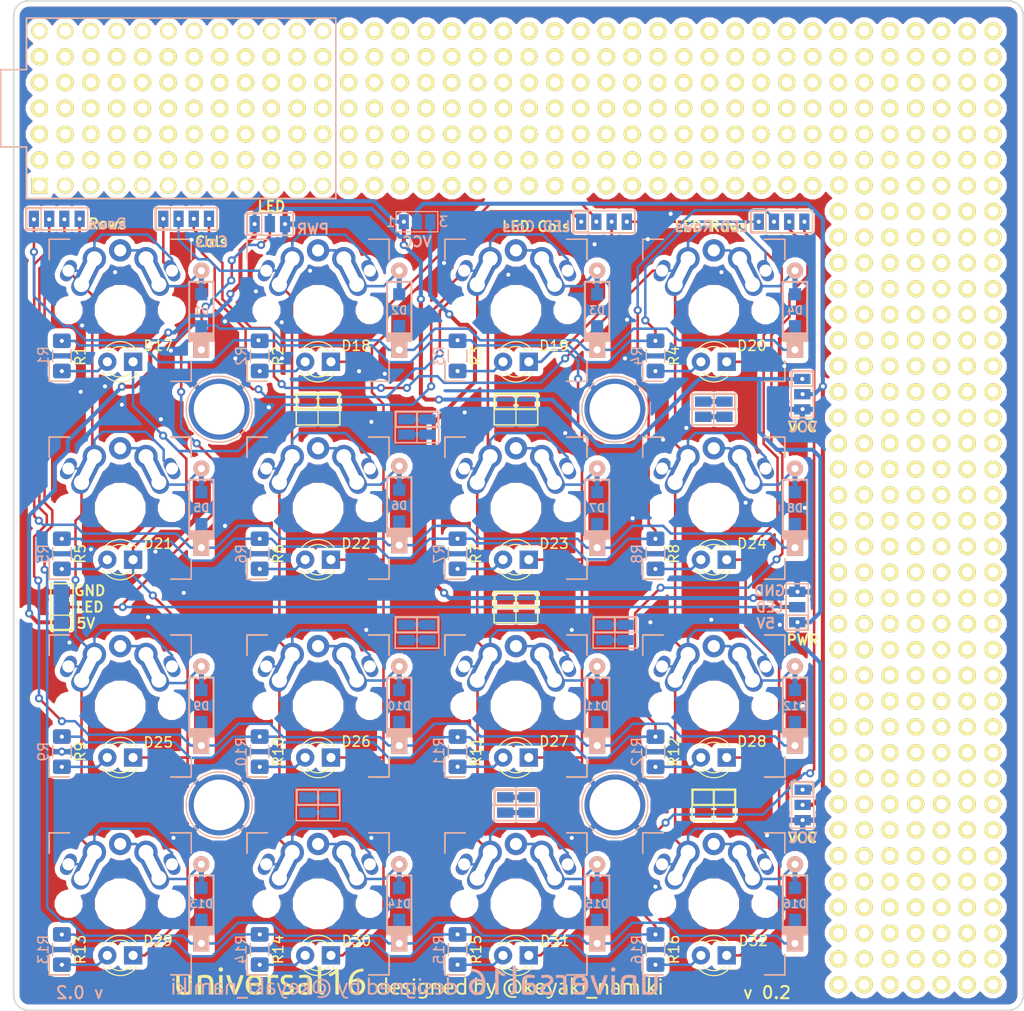
<source format=kicad_pcb>
(kicad_pcb (version 20171130) (host pcbnew 5.0.1)
  (layers (0 F.Cu signal) (31 B.Cu signal) (34 B.Paste user) (35 F.Paste user) (36 B.SilkS user) (37 F.SilkS user) (38 B.Mask user) (39 F.Mask user) (44 Edge.Cuts user))
  (net 0 "")
  (net 1 row0)
  (net 2 "Net-(D1-Pad2)")
  (net 3 "Net-(D2-Pad2)")
  (net 4 "Net-(D3-Pad2)")
  (net 5 "Net-(D4-Pad2)")
  (net 6 row1)
  (net 7 "Net-(D5-Pad2)")
  (net 8 "Net-(D6-Pad2)")
  (net 9 "Net-(D7-Pad2)")
  (net 10 "Net-(D8-Pad2)")
  (net 11 row2)
  (net 12 "Net-(D9-Pad2)")
  (net 13 "Net-(D10-Pad2)")
  (net 14 "Net-(D11-Pad2)")
  (net 15 "Net-(D12-Pad2)")
  (net 16 row3)
  (net 17 "Net-(D13-Pad2)")
  (net 18 "Net-(D14-Pad2)")
  (net 19 "Net-(D15-Pad2)")
  (net 20 "Net-(D16-Pad2)")
  (net 21 LEDcol0)
  (net 22 "Net-(D17-Pad2)")
  (net 23 LEDcol1)
  (net 24 LEDcol2)
  (net 25 "Net-(D18-Pad2)")
  (net 26 LEDcol3)
  (net 27 "Net-(D19-Pad2)")
  (net 28 "Net-(D20-Pad2)")
  (net 29 "Net-(D21-Pad2)")
  (net 30 "Net-(D22-Pad2)")
  (net 31 "Net-(D23-Pad2)")
  (net 32 "Net-(D24-Pad2)")
  (net 33 "Net-(D25-Pad2)")
  (net 34 "Net-(D26-Pad2)")
  (net 35 "Net-(D27-Pad2)")
  (net 36 "Net-(D28-Pad2)")
  (net 37 "Net-(D29-Pad2)")
  (net 38 "Net-(D30-Pad2)")
  (net 39 "Net-(D31-Pad2)")
  (net 40 GND)
  (net 41 5V)
  (net 42 LED)
  (net 43 col0)
  (net 44 col1)
  (net 45 col2)
  (net 46 col3)
  (net 47 LEDrow0)
  (net 48 LEDrow1)
  (net 49 LEDrow2)
  (net 50 LEDrow3)
  (net 51 VCC)
  (net 52 +3V3)
  (net 53 "Net-(D32-Pad2)")
  (module myfootplint:4pads-2cons (layer B.Cu) (at 138.4 139.77 180)
    (fp_text reference REF** hide)
    (fp_text value 4pads-2cons)
    (pad 1 smd rect (at -1.05 0.75 180) (size 1.6 1) (layers B.Cu B.Mask))
    (pad 2 smd rect (at -1.05 -0.75 180) (size 1.6 1) (layers B.Cu B.Mask))
    (pad 1 smd rect (at 1.05 0.75 180) (size 1.6 1) (layers B.Cu B.Mask))
    (pad 2 smd rect (at 1.05 -0.75 180) (size 1.6 1) (layers B.Cu B.Mask))
    (pad 1 smd rect (at 0 0.75 180) (size 1.6 0.5) (layers B.Cu))
    (pad 2 smd rect (at 0 -0.75 180) (size 1.6 0.5) (layers B.Cu))
  )
  (module myfootplint:4pads-2cons (layer B.Cu) (at 148.15 122.77 180)
    (fp_text reference REF** hide)
    (fp_text value 4pads-2cons)
    (pad 1 smd rect (at -1.05 0.75 180) (size 1.6 1) (layers B.Cu B.Mask))
    (pad 2 smd rect (at -1.05 -0.75 180) (size 1.6 1) (layers B.Cu B.Mask))
    (pad 1 smd rect (at 1.05 0.75 180) (size 1.6 1) (layers B.Cu B.Mask))
    (pad 2 smd rect (at 1.05 -0.75 180) (size 1.6 1) (layers B.Cu B.Mask))
    (pad 1 smd rect (at 0 0.75 180) (size 1.6 0.5) (layers B.Cu))
    (pad 2 smd rect (at 0 -0.75 180) (size 1.6 0.5) (layers B.Cu))
  )
  (module myfootplint:4pads-2cons (layer B.Cu) (at 118.9 139.77 180)
    (fp_text reference REF** hide)
    (fp_text value 4pads-2cons)
    (pad 2 smd rect (at 0 -0.75 180) (size 1.6 0.5) (layers B.Cu))
    (pad 1 smd rect (at 0 0.75 180) (size 1.6 0.5) (layers B.Cu))
    (pad 2 smd rect (at 1.05 -0.75 180) (size 1.6 1) (layers B.Cu B.Mask))
    (pad 1 smd rect (at 1.05 0.75 180) (size 1.6 1) (layers B.Cu B.Mask))
    (pad 2 smd rect (at -1.05 -0.75 180) (size 1.6 1) (layers B.Cu B.Mask))
    (pad 1 smd rect (at -1.05 0.75 180) (size 1.6 1) (layers B.Cu B.Mask))
  )
  (module myfootplint:4pads-2cons (layer B.Cu) (at 128.65 122.77 180)
    (fp_text reference REF** hide)
    (fp_text value 4pads-2cons)
    (pad 1 smd rect (at -1.05 0.75 180) (size 1.6 1) (layers B.Cu B.Mask))
    (pad 2 smd rect (at -1.05 -0.75 180) (size 1.6 1) (layers B.Cu B.Mask))
    (pad 1 smd rect (at 1.05 0.75 180) (size 1.6 1) (layers B.Cu B.Mask))
    (pad 2 smd rect (at 1.05 -0.75 180) (size 1.6 1) (layers B.Cu B.Mask))
    (pad 1 smd rect (at 0 0.75 180) (size 1.6 0.5) (layers B.Cu))
    (pad 2 smd rect (at 0 -0.75 180) (size 1.6 0.5) (layers B.Cu))
  )
  (module myfootplint:4pads-2cons (layer B.Cu) (at 128.65 102.52 180)
    (fp_text reference REF** hide)
    (fp_text value 4pads-2cons)
    (pad 2 smd rect (at 0 -0.75 180) (size 1.6 0.5) (layers B.Cu))
    (pad 1 smd rect (at 0 0.75 180) (size 1.6 0.5) (layers B.Cu))
    (pad 2 smd rect (at 1.05 -0.75 180) (size 1.6 1) (layers B.Cu B.Mask))
    (pad 1 smd rect (at 1.05 0.75 180) (size 1.6 1) (layers B.Cu B.Mask))
    (pad 2 smd rect (at -1.05 -0.75 180) (size 1.6 1) (layers B.Cu B.Mask))
    (pad 1 smd rect (at -1.05 0.75 180) (size 1.6 1) (layers B.Cu B.Mask))
  )
  (module myfootplint:4pads-2cons (layer B.Cu) (at 157.9 100.77 180)
    (fp_text reference REF** hide)
    (fp_text value 4pads-2cons)
    (pad 1 smd rect (at -1.05 0.75 180) (size 1.6 1) (layers B.Cu B.Mask))
    (pad 2 smd rect (at -1.05 -0.75 180) (size 1.6 1) (layers B.Cu B.Mask))
    (pad 1 smd rect (at 1.05 0.75 180) (size 1.6 1) (layers B.Cu B.Mask))
    (pad 2 smd rect (at 1.05 -0.75 180) (size 1.6 1) (layers B.Cu B.Mask))
    (pad 1 smd rect (at 0 0.75 180) (size 1.6 0.5) (layers B.Cu))
    (pad 2 smd rect (at 0 -0.75 180) (size 1.6 0.5) (layers B.Cu))
  )
  (module myfootplint:4pads-2cons (layer F.Cu) (at 138.4 100.77)
    (fp_text reference REF** hide)
    (fp_text value 4pads-2cons)
    (pad 2 smd rect (at 0 0.75) (size 1.6 0.5) (layers F.Cu))
    (pad 1 smd rect (at 0 -0.75) (size 1.6 0.5) (layers F.Cu))
    (pad 2 smd rect (at 1.05 0.75) (size 1.6 1) (layers F.Cu F.Mask))
    (pad 1 smd rect (at 1.05 -0.75) (size 1.6 1) (layers F.Cu F.Mask))
    (pad 2 smd rect (at -1.05 0.75) (size 1.6 1) (layers F.Cu F.Mask))
    (pad 1 smd rect (at -1.05 -0.75) (size 1.6 1) (layers F.Cu F.Mask))
  )
  (module myfootplint:4pads-2cons (layer F.Cu) (at 138.4 139.77)
    (fp_text reference REF** hide)
    (fp_text value 4pads-2cons)
    (pad 1 smd rect (at -1.05 -0.75) (size 1.6 1) (layers F.Cu F.Mask))
    (pad 2 smd rect (at -1.05 0.75) (size 1.6 1) (layers F.Cu F.Mask))
    (pad 1 smd rect (at 1.05 -0.75) (size 1.6 1) (layers F.Cu F.Mask))
    (pad 2 smd rect (at 1.05 0.75) (size 1.6 1) (layers F.Cu F.Mask))
    (pad 1 smd rect (at 0 -0.75) (size 1.6 0.5) (layers F.Cu))
    (pad 2 smd rect (at 0 0.75) (size 1.6 0.5) (layers F.Cu))
  )
  (module myfootplint:4pads-2cons (layer F.Cu) (at 118.9 100.77)
    (fp_text reference REF** hide)
    (fp_text value 4pads-2cons)
    (pad 2 smd rect (at 0 0.75) (size 1.6 0.5) (layers F.Cu))
    (pad 1 smd rect (at 0 -0.75) (size 1.6 0.5) (layers F.Cu))
    (pad 2 smd rect (at 1.05 0.75) (size 1.6 1) (layers F.Cu F.Mask))
    (pad 1 smd rect (at 1.05 -0.75) (size 1.6 1) (layers F.Cu F.Mask))
    (pad 2 smd rect (at -1.05 0.75) (size 1.6 1) (layers F.Cu F.Mask))
    (pad 1 smd rect (at -1.05 -0.75) (size 1.6 1) (layers F.Cu F.Mask))
  )
  (module myfootplint:4pads-2cons (layer F.Cu) (at 138.4 120.27)
    (fp_text reference REF** hide)
    (fp_text value 4pads-2cons)
    (pad 1 smd rect (at -1.05 -0.75) (size 1.6 1) (layers F.Cu F.Mask))
    (pad 2 smd rect (at -1.05 0.75) (size 1.6 1) (layers F.Cu F.Mask))
    (pad 1 smd rect (at 1.05 -0.75) (size 1.6 1) (layers F.Cu F.Mask))
    (pad 2 smd rect (at 1.05 0.75) (size 1.6 1) (layers F.Cu F.Mask))
    (pad 1 smd rect (at 0 -0.75) (size 1.6 0.5) (layers F.Cu))
    (pad 2 smd rect (at 0 0.75) (size 1.6 0.5) (layers F.Cu))
  )
  (module myfootplint:MXonly-1U-flip-kailh_lp (layer F.Cu) (at 99.4 110.52)
    (fp_text reference SW5)
    (fp_text value SW_Push)
    (pad 2 thru_hole oval (at 3.175 -3.81 116.6) (size 3.5 1.8) (drill oval 3 1) (layers *.Cu *.Mask) (net 7 "Net-(D5-Pad2)"))
    (pad 1 thru_hole oval (at -3.175 -3.81 63.4) (size 3.5 1.8) (drill oval 3 1) (layers *.Cu *.Mask) (net 43 col0))
    (pad 1 thru_hole oval (at 5.1 -3.9 116.6) (size 2.2 1.25) (drill 1.2) (layers *.Cu *.Mask) (net 43 col0))
    (pad 1 thru_hole oval (at -5.1 -3.9 63.4) (size 2.2 1.25) (drill 1.2) (layers *.Cu *.Mask) (net 43 col0))
    (pad 2 thru_hole circle (at 0 -5.9) (size 2.2 2.2) (drill 1.2) (layers *.Cu *.Mask) (net 7 "Net-(D5-Pad2)"))
    (pad 1 thru_hole oval (at -3.81 -2.54 63.4) (size 5 1.8) (drill 1.5 (offset 1.34 0)) (layers *.Cu *.Mask) (net 43 col0))
    (pad 1 thru_hole circle (at -2.54 -5.08) (size 2.3 2.3) (drill 1.47) (layers *.Cu *.Mask) (net 43 col0))
    (pad 2 thru_hole oval (at 3.81 -2.54 116.6) (size 5 1.8) (drill 1.47 (offset 1.34 0)) (layers *.Cu *.Mask) (net 7 "Net-(D5-Pad2)"))
    (pad "" np_thru_hole circle (at 5.08 0 48.0996) (size 1.75 1.75) (drill 1.75) (layers *.Cu *.Mask))
    (pad "" np_thru_hole circle (at -5.08 0 48.0996) (size 1.75 1.75) (drill 1.75) (layers *.Cu *.Mask))
    (pad "" np_thru_hole circle (at 0 0) (size 3.9878 3.9878) (drill 3.9878) (layers *.Cu *.Mask))
    (pad 2 thru_hole circle (at 2.54 -5.08) (size 2.3 2.3) (drill 1.47) (layers *.Cu *.Mask) (net 7 "Net-(D5-Pad2)"))
  )
  (module Resistor_SMD:R_1206_3216Metric_Pad1.42x1.75mm_HandSolder (layer B.Cu) (at 152.15 95.52 270)
    (fp_text reference R4 (at 0 1.82 270) (layer B.SilkS) (effects (justify mirror)))
    (fp_text value R)
    (pad 1 smd roundrect (at -1.4875 0 270) (size 1.425 1.75) (layers B.Cu B.Paste B.Mask) (roundrect_rratio 0.175439) (net 47 LEDrow0))
    (pad 2 smd roundrect (at 1.4875 0 270) (size 1.425 1.75) (layers B.Cu B.Paste B.Mask) (roundrect_rratio 0.175439) (net 28 "Net-(D20-Pad2)"))
  )
  (module myfootplint:3pads (layer F.Cu) (at 166.624 97.79)
    (fp_text reference J6 hide)
    (fp_text value Conn_01x03)
    (pad 3 smd rect (at 0 3) (size 1.6 1) (layers F.Cu F.Mask) (net 40 GND))
    (pad 2 smd rect (at 0 1.5) (size 1.6 1) (layers F.Cu F.Mask) (net 51 VCC))
    (pad 1 smd rect (at 0 0) (size 1.6 1) (layers F.Cu F.Mask) (net 41 5V))
  )
  (module myfootplint:3pads (layer B.Cu) (at 166.65 138.27 180)
    (fp_text reference J9 hide)
    (fp_text value Conn_01x03)
    (pad 1 smd rect (at 0 0 180) (size 1.6 1) (layers B.Cu B.Mask) (net 41 5V))
    (pad 2 smd rect (at 0 -1.5 180) (size 1.6 1) (layers B.Cu B.Mask) (net 51 VCC))
    (pad 3 smd rect (at 0 -3 180) (size 1.6 1) (layers B.Cu B.Mask) (net 40 GND))
  )
  (module myfootplint:MXonly-1U-flip-kailh_lp (layer F.Cu) (at 118.9 91.02)
    (fp_text reference SW2)
    (fp_text value SW_Push)
    (pad 2 thru_hole oval (at 3.175 -3.81 116.6) (size 3.5 1.8) (drill oval 3 1) (layers *.Cu *.Mask) (net 3 "Net-(D2-Pad2)"))
    (pad 1 thru_hole oval (at -3.175 -3.81 63.4) (size 3.5 1.8) (drill oval 3 1) (layers *.Cu *.Mask) (net 44 col1))
    (pad 1 thru_hole oval (at 5.1 -3.9 116.6) (size 2.2 1.25) (drill 1.2) (layers *.Cu *.Mask) (net 44 col1))
    (pad 1 thru_hole oval (at -5.1 -3.9 63.4) (size 2.2 1.25) (drill 1.2) (layers *.Cu *.Mask) (net 44 col1))
    (pad 2 thru_hole circle (at 0 -5.9) (size 2.2 2.2) (drill 1.2) (layers *.Cu *.Mask) (net 3 "Net-(D2-Pad2)"))
    (pad 1 thru_hole oval (at -3.81 -2.54 63.4) (size 5 1.8) (drill 1.5 (offset 1.34 0)) (layers *.Cu *.Mask) (net 44 col1))
    (pad 1 thru_hole circle (at -2.54 -5.08) (size 2.3 2.3) (drill 1.47) (layers *.Cu *.Mask) (net 44 col1))
    (pad 2 thru_hole oval (at 3.81 -2.54 116.6) (size 5 1.8) (drill 1.47 (offset 1.34 0)) (layers *.Cu *.Mask) (net 3 "Net-(D2-Pad2)"))
    (pad "" np_thru_hole circle (at 5.08 0 48.0996) (size 1.75 1.75) (drill 1.75) (layers *.Cu *.Mask))
    (pad "" np_thru_hole circle (at -5.08 0 48.0996) (size 1.75 1.75) (drill 1.75) (layers *.Cu *.Mask))
    (pad "" np_thru_hole circle (at 0 0) (size 3.9878 3.9878) (drill 3.9878) (layers *.Cu *.Mask))
    (pad 2 thru_hole circle (at 2.54 -5.08) (size 2.3 2.3) (drill 1.47) (layers *.Cu *.Mask) (net 3 "Net-(D2-Pad2)"))
  )
  (module myfootplint:4pads (layer F.Cu) (at 162.33 82.296 90)
    (fp_text reference J3 hide)
    (fp_text value Conn_01x04)
    (pad 1 smd rect (at 0 0 90) (size 1.6 1) (layers F.Cu F.Mask) (net 47 LEDrow0))
    (pad 2 smd rect (at 0 1.5 90) (size 1.6 1) (layers F.Cu F.Mask) (net 48 LEDrow1))
    (pad 3 smd rect (at 0 3 90) (size 1.6 1) (layers F.Cu F.Mask) (net 49 LEDrow2))
    (pad 4 smd rect (at 0 4.5 90) (size 1.6 1) (layers F.Cu F.Mask) (net 50 LEDrow3))
  )
  (module myfootplint:4pads (layer F.Cu) (at 144.828 82.296 90)
    (fp_text reference J4 hide)
    (fp_text value Conn_01x04)
    (pad 4 smd rect (at 0 4.5 90) (size 1.6 1) (layers F.Cu F.Mask) (net 26 LEDcol3))
    (pad 3 smd rect (at 0 3 90) (size 1.6 1) (layers F.Cu F.Mask) (net 24 LEDcol2))
    (pad 2 smd rect (at 0 1.5 90) (size 1.6 1) (layers F.Cu F.Mask) (net 23 LEDcol1))
    (pad 1 smd rect (at 0 0 90) (size 1.6 1) (layers F.Cu F.Mask) (net 21 LEDcol0))
  )
  (module Resistor_SMD:R_1206_3216Metric_Pad1.42x1.75mm_HandSolder (layer F.Cu) (at 152.146 95.52 270)
    (fp_text reference R4 (at 0 -1.82 270) (layer F.SilkS))
    (fp_text value R)
    (pad 2 smd roundrect (at 1.4875 0 270) (size 1.425 1.75) (layers F.Cu F.Paste F.Mask) (roundrect_rratio 0.175439) (net 28 "Net-(D20-Pad2)"))
    (pad 1 smd roundrect (at -1.4875 0 270) (size 1.425 1.75) (layers F.Cu F.Paste F.Mask) (roundrect_rratio 0.175439) (net 47 LEDrow0))
  )
  (module Resistor_SMD:R_1206_3216Metric_Pad1.42x1.75mm_HandSolder (layer F.Cu) (at 132.65 95.52 270)
    (fp_text reference R3 (at 0 -1.82 270) (layer F.SilkS))
    (fp_text value R)
    (pad 2 smd roundrect (at 1.4875 0 270) (size 1.425 1.75) (layers F.Cu F.Paste F.Mask) (roundrect_rratio 0.175439) (net 27 "Net-(D19-Pad2)"))
    (pad 1 smd roundrect (at -1.4875 0 270) (size 1.425 1.75) (layers F.Cu F.Paste F.Mask) (roundrect_rratio 0.175439) (net 47 LEDrow0))
  )
  (module Resistor_SMD:R_1206_3216Metric_Pad1.42x1.75mm_HandSolder (layer F.Cu) (at 93.65 95.52 270)
    (fp_text reference R1 (at 0 -1.82 270) (layer F.SilkS))
    (fp_text value R)
    (pad 1 smd roundrect (at -1.4875 0 270) (size 1.425 1.75) (layers F.Cu F.Paste F.Mask) (roundrect_rratio 0.175439) (net 47 LEDrow0))
    (pad 2 smd roundrect (at 1.4875 0 270) (size 1.425 1.75) (layers F.Cu F.Paste F.Mask) (roundrect_rratio 0.175439) (net 22 "Net-(D17-Pad2)"))
  )
  (module Resistor_SMD:R_1206_3216Metric_Pad1.42x1.75mm_HandSolder (layer F.Cu) (at 93.65 115.02 270)
    (fp_text reference R5 (at 0 -1.82 270) (layer F.SilkS))
    (fp_text value R)
    (pad 2 smd roundrect (at 1.4875 0 270) (size 1.425 1.75) (layers F.Cu F.Paste F.Mask) (roundrect_rratio 0.175439) (net 29 "Net-(D21-Pad2)"))
    (pad 1 smd roundrect (at -1.4875 0 270) (size 1.425 1.75) (layers F.Cu F.Paste F.Mask) (roundrect_rratio 0.175439) (net 48 LEDrow1))
  )
  (module Resistor_SMD:R_1206_3216Metric_Pad1.42x1.75mm_HandSolder (layer F.Cu) (at 113.15 115.02 270)
    (fp_text reference R6 (at 0 -1.82 270) (layer F.SilkS))
    (fp_text value R)
    (pad 1 smd roundrect (at -1.4875 0 270) (size 1.425 1.75) (layers F.Cu F.Paste F.Mask) (roundrect_rratio 0.175439) (net 48 LEDrow1))
    (pad 2 smd roundrect (at 1.4875 0 270) (size 1.425 1.75) (layers F.Cu F.Paste F.Mask) (roundrect_rratio 0.175439) (net 30 "Net-(D22-Pad2)"))
  )
  (module Resistor_SMD:R_1206_3216Metric_Pad1.42x1.75mm_HandSolder (layer F.Cu) (at 132.65 115.02 270)
    (fp_text reference R7 (at 0 -1.82 270) (layer F.SilkS))
    (fp_text value R)
    (pad 2 smd roundrect (at 1.4875 0 270) (size 1.425 1.75) (layers F.Cu F.Paste F.Mask) (roundrect_rratio 0.175439) (net 31 "Net-(D23-Pad2)"))
    (pad 1 smd roundrect (at -1.4875 0 270) (size 1.425 1.75) (layers F.Cu F.Paste F.Mask) (roundrect_rratio 0.175439) (net 48 LEDrow1))
  )
  (module Resistor_SMD:R_1206_3216Metric_Pad1.42x1.75mm_HandSolder (layer F.Cu) (at 152.146 115.02 270)
    (fp_text reference R8 (at 0 -1.82 270) (layer F.SilkS))
    (fp_text value R)
    (pad 2 smd roundrect (at 1.4875 0 270) (size 1.425 1.75) (layers F.Cu F.Paste F.Mask) (roundrect_rratio 0.175439) (net 32 "Net-(D24-Pad2)"))
    (pad 1 smd roundrect (at -1.4875 0 270) (size 1.425 1.75) (layers F.Cu F.Paste F.Mask) (roundrect_rratio 0.175439) (net 48 LEDrow1))
  )
  (module Resistor_SMD:R_1206_3216Metric_Pad1.42x1.75mm_HandSolder (layer F.Cu) (at 93.65 154.02 270)
    (fp_text reference R13 (at 0 -1.82 270) (layer F.SilkS))
    (fp_text value R)
    (pad 2 smd roundrect (at 1.4875 0 270) (size 1.425 1.75) (layers F.Cu F.Paste F.Mask) (roundrect_rratio 0.175439) (net 37 "Net-(D29-Pad2)"))
    (pad 1 smd roundrect (at -1.4875 0 270) (size 1.425 1.75) (layers F.Cu F.Paste F.Mask) (roundrect_rratio 0.175439) (net 50 LEDrow3))
  )
  (module Resistor_SMD:R_1206_3216Metric_Pad1.42x1.75mm_HandSolder (layer F.Cu) (at 113.15 154.02 270)
    (fp_text reference R14 (at 0 -1.82 270) (layer F.SilkS))
    (fp_text value R)
    (pad 1 smd roundrect (at -1.4875 0 270) (size 1.425 1.75) (layers F.Cu F.Paste F.Mask) (roundrect_rratio 0.175439) (net 50 LEDrow3))
    (pad 2 smd roundrect (at 1.4875 0 270) (size 1.425 1.75) (layers F.Cu F.Paste F.Mask) (roundrect_rratio 0.175439) (net 38 "Net-(D30-Pad2)"))
  )
  (module Resistor_SMD:R_1206_3216Metric_Pad1.42x1.75mm_HandSolder (layer F.Cu) (at 132.65 154.02 270)
    (fp_text reference R15 (at 0 -1.82 270) (layer F.SilkS))
    (fp_text value R)
    (pad 2 smd roundrect (at 1.4875 0 270) (size 1.425 1.75) (layers F.Cu F.Paste F.Mask) (roundrect_rratio 0.175439) (net 39 "Net-(D31-Pad2)"))
    (pad 1 smd roundrect (at -1.4875 0 270) (size 1.425 1.75) (layers F.Cu F.Paste F.Mask) (roundrect_rratio 0.175439) (net 50 LEDrow3))
  )
  (module Resistor_SMD:R_1206_3216Metric_Pad1.42x1.75mm_HandSolder (layer F.Cu) (at 152.146 154.02 270)
    (fp_text reference R16 (at 0 -1.82 270) (layer F.SilkS))
    (fp_text value R)
    (pad 2 smd roundrect (at 1.4875 0 270) (size 1.425 1.75) (layers F.Cu F.Paste F.Mask) (roundrect_rratio 0.175439) (net 53 "Net-(D32-Pad2)"))
    (pad 1 smd roundrect (at -1.4875 0 270) (size 1.425 1.75) (layers F.Cu F.Paste F.Mask) (roundrect_rratio 0.175439) (net 50 LEDrow3))
  )
  (module Resistor_SMD:R_1206_3216Metric_Pad1.42x1.75mm_HandSolder (layer F.Cu) (at 152.146 134.5325 270)
    (fp_text reference R12 (at 0 -1.82 270) (layer F.SilkS))
    (fp_text value R)
    (pad 1 smd roundrect (at -1.4875 0 270) (size 1.425 1.75) (layers F.Cu F.Paste F.Mask) (roundrect_rratio 0.175439) (net 49 LEDrow2))
    (pad 2 smd roundrect (at 1.4875 0 270) (size 1.425 1.75) (layers F.Cu F.Paste F.Mask) (roundrect_rratio 0.175439) (net 36 "Net-(D28-Pad2)"))
  )
  (module Resistor_SMD:R_1206_3216Metric_Pad1.42x1.75mm_HandSolder (layer F.Cu) (at 132.65 134.52 270)
    (fp_text reference R11 (at 0 -1.82 270) (layer F.SilkS))
    (fp_text value R)
    (pad 1 smd roundrect (at -1.4875 0 270) (size 1.425 1.75) (layers F.Cu F.Paste F.Mask) (roundrect_rratio 0.175439) (net 49 LEDrow2))
    (pad 2 smd roundrect (at 1.4875 0 270) (size 1.425 1.75) (layers F.Cu F.Paste F.Mask) (roundrect_rratio 0.175439) (net 35 "Net-(D27-Pad2)"))
  )
  (module Resistor_SMD:R_1206_3216Metric_Pad1.42x1.75mm_HandSolder (layer F.Cu) (at 113.15 134.52 270)
    (fp_text reference R10 (at 0 -1.82 270) (layer F.SilkS))
    (fp_text value R)
    (pad 2 smd roundrect (at 1.4875 0 270) (size 1.425 1.75) (layers F.Cu F.Paste F.Mask) (roundrect_rratio 0.175439) (net 34 "Net-(D26-Pad2)"))
    (pad 1 smd roundrect (at -1.4875 0 270) (size 1.425 1.75) (layers F.Cu F.Paste F.Mask) (roundrect_rratio 0.175439) (net 49 LEDrow2))
  )
  (module Resistor_SMD:R_1206_3216Metric_Pad1.42x1.75mm_HandSolder (layer F.Cu) (at 93.65 134.52 270)
    (fp_text reference R9 (at 0 -1.82 270) (layer F.SilkS))
    (fp_text value R)
    (pad 1 smd roundrect (at -1.4875 0 270) (size 1.425 1.75) (layers F.Cu F.Paste F.Mask) (roundrect_rratio 0.175439) (net 49 LEDrow2))
    (pad 2 smd roundrect (at 1.4875 0 270) (size 1.425 1.75) (layers F.Cu F.Paste F.Mask) (roundrect_rratio 0.175439) (net 33 "Net-(D25-Pad2)"))
  )
  (module Resistor_SMD:R_1206_3216Metric_Pad1.42x1.75mm_HandSolder (layer F.Cu) (at 113.15 95.52 270)
    (fp_text reference R2 (at 0 -1.82 270) (layer F.SilkS))
    (fp_text value R)
    (pad 2 smd roundrect (at 1.4875 0 270) (size 1.425 1.75) (layers F.Cu F.Paste F.Mask) (roundrect_rratio 0.175439) (net 25 "Net-(D18-Pad2)"))
    (pad 1 smd roundrect (at -1.4875 0 270) (size 1.425 1.75) (layers F.Cu F.Paste F.Mask) (roundrect_rratio 0.175439) (net 47 LEDrow0))
  )
  (module keyboard_parts:PIN_1 (layer F.Cu) (at 93.98 66.04)
    (fp_text reference P? hide)
    (fp_text value CONN_1 hide)
    (pad 1 thru_hole circle (at 0 0) (size 1.7 1.7) (drill 1.016) (layers *.Cu *.Mask F.SilkS))
  )
  (module keyboard_parts:PIN_1 (layer F.Cu) (at 91.44 66.04)
    (fp_text reference P? hide)
    (fp_text value CONN_1 hide)
    (pad 1 thru_hole circle (at 0 0) (size 1.7 1.7) (drill 1.016) (layers *.Cu *.Mask F.SilkS))
  )
  (module keyboard_parts:PIN_1 (layer F.Cu) (at 104.14 66.04)
    (fp_text reference P? hide)
    (fp_text value CONN_1 hide)
    (pad 1 thru_hole circle (at 0 0) (size 1.7 1.7) (drill 1.016) (layers *.Cu *.Mask F.SilkS))
  )
  (module keyboard_parts:PIN_1 (layer F.Cu) (at 99.06 66.04)
    (fp_text reference P? hide)
    (fp_text value CONN_1 hide)
    (pad 1 thru_hole circle (at 0 0) (size 1.7 1.7) (drill 1.016) (layers *.Cu *.Mask F.SilkS))
  )
  (module keyboard_parts:PIN_1 (layer F.Cu) (at 101.6 66.04)
    (fp_text reference P? hide)
    (fp_text value CONN_1 hide)
    (pad 1 thru_hole circle (at 0 0) (size 1.7 1.7) (drill 1.016) (layers *.Cu *.Mask F.SilkS))
  )
  (module keyboard_parts:PIN_1 (layer F.Cu) (at 96.52 66.04)
    (fp_text reference P? hide)
    (fp_text value CONN_1 hide)
    (pad 1 thru_hole circle (at 0 0) (size 1.7 1.7) (drill 1.016) (layers *.Cu *.Mask F.SilkS))
  )
  (module keyboard_parts:PIN_1 (layer F.Cu) (at 111.76 66.04)
    (fp_text reference P? hide)
    (fp_text value CONN_1 hide)
    (pad 1 thru_hole circle (at 0 0) (size 1.7 1.7) (drill 1.016) (layers *.Cu *.Mask F.SilkS))
  )
  (module keyboard_parts:PIN_1 (layer F.Cu) (at 114.3 66.04)
    (fp_text reference P? hide)
    (fp_text value CONN_1 hide)
    (pad 1 thru_hole circle (at 0 0) (size 1.7 1.7) (drill 1.016) (layers *.Cu *.Mask F.SilkS))
  )
  (module keyboard_parts:PIN_1 (layer F.Cu) (at 109.22 66.04)
    (fp_text reference P? hide)
    (fp_text value CONN_1 hide)
    (pad 1 thru_hole circle (at 0 0) (size 1.7 1.7) (drill 1.016) (layers *.Cu *.Mask F.SilkS))
  )
  (module keyboard_parts:PIN_1 (layer F.Cu) (at 106.68 66.04)
    (fp_text reference P? hide)
    (fp_text value CONN_1 hide)
    (pad 1 thru_hole circle (at 0 0) (size 1.7 1.7) (drill 1.016) (layers *.Cu *.Mask F.SilkS))
  )
  (module keyboard_parts:PIN_1 (layer F.Cu) (at 101.6 68.58)
    (fp_text reference P? hide)
    (fp_text value CONN_1 hide)
    (pad 1 thru_hole circle (at 0 0) (size 1.7 1.7) (drill 1.016) (layers *.Cu *.Mask F.SilkS))
  )
  (module keyboard_parts:PIN_1 (layer F.Cu) (at 96.52 68.58)
    (fp_text reference P? hide)
    (fp_text value CONN_1 hide)
    (pad 1 thru_hole circle (at 0 0) (size 1.7 1.7) (drill 1.016) (layers *.Cu *.Mask F.SilkS))
  )
  (module keyboard_parts:PIN_1 (layer F.Cu) (at 99.06 68.58)
    (fp_text reference P? hide)
    (fp_text value CONN_1 hide)
    (pad 1 thru_hole circle (at 0 0) (size 1.7 1.7) (drill 1.016) (layers *.Cu *.Mask F.SilkS))
  )
  (module keyboard_parts:PIN_1 (layer F.Cu) (at 93.98 68.58)
    (fp_text reference P? hide)
    (fp_text value CONN_1 hide)
    (pad 1 thru_hole circle (at 0 0) (size 1.7 1.7) (drill 1.016) (layers *.Cu *.Mask F.SilkS))
  )
  (module keyboard_parts:PIN_1 (layer F.Cu) (at 91.44 68.58)
    (fp_text reference P? hide)
    (fp_text value CONN_1 hide)
    (pad 1 thru_hole circle (at 0 0) (size 1.7 1.7) (drill 1.016) (layers *.Cu *.Mask F.SilkS))
  )
  (module keyboard_parts:PIN_1 (layer F.Cu) (at 104.14 68.58)
    (fp_text reference P? hide)
    (fp_text value CONN_1 hide)
    (pad 1 thru_hole circle (at 0 0) (size 1.7 1.7) (drill 1.016) (layers *.Cu *.Mask F.SilkS))
  )
  (module myfootplint:MXonly-1U-flip-kailh_lp (layer F.Cu) (at 138.4 149.52)
    (fp_text reference SW15)
    (fp_text value SW_Push)
    (pad 2 thru_hole oval (at 3.175 -3.81 116.6) (size 3.5 1.8) (drill oval 3 1) (layers *.Cu *.Mask) (net 19 "Net-(D15-Pad2)"))
    (pad 1 thru_hole oval (at -3.175 -3.81 63.4) (size 3.5 1.8) (drill oval 3 1) (layers *.Cu *.Mask) (net 45 col2))
    (pad 1 thru_hole oval (at 5.1 -3.9 116.6) (size 2.2 1.25) (drill 1.2) (layers *.Cu *.Mask) (net 45 col2))
    (pad 1 thru_hole oval (at -5.1 -3.9 63.4) (size 2.2 1.25) (drill 1.2) (layers *.Cu *.Mask) (net 45 col2))
    (pad 2 thru_hole circle (at 0 -5.9) (size 2.2 2.2) (drill 1.2) (layers *.Cu *.Mask) (net 19 "Net-(D15-Pad2)"))
    (pad 1 thru_hole oval (at -3.81 -2.54 63.4) (size 5 1.8) (drill 1.5 (offset 1.34 0)) (layers *.Cu *.Mask) (net 45 col2))
    (pad 1 thru_hole circle (at -2.54 -5.08) (size 2.3 2.3) (drill 1.47) (layers *.Cu *.Mask) (net 45 col2))
    (pad 2 thru_hole oval (at 3.81 -2.54 116.6) (size 5 1.8) (drill 1.47 (offset 1.34 0)) (layers *.Cu *.Mask) (net 19 "Net-(D15-Pad2)"))
    (pad "" np_thru_hole circle (at 5.08 0 48.0996) (size 1.75 1.75) (drill 1.75) (layers *.Cu *.Mask))
    (pad "" np_thru_hole circle (at -5.08 0 48.0996) (size 1.75 1.75) (drill 1.75) (layers *.Cu *.Mask))
    (pad "" np_thru_hole circle (at 0 0) (size 3.9878 3.9878) (drill 3.9878) (layers *.Cu *.Mask))
    (pad 2 thru_hole circle (at 2.54 -5.08) (size 2.3 2.3) (drill 1.47) (layers *.Cu *.Mask) (net 19 "Net-(D15-Pad2)"))
  )
  (module myfootplint:3pads (layer F.Cu) (at 93.65 121.77 180)
    (fp_text reference J8 hide)
    (fp_text value Conn_01x03)
    (pad 3 smd rect (at 0 3 180) (size 1.6 1) (layers F.Cu F.Mask) (net 40 GND))
    (pad 2 smd rect (at 0 1.5 180) (size 1.6 1) (layers F.Cu F.Mask) (net 42 LED))
    (pad 1 smd rect (at 0 0 180) (size 1.6 1) (layers F.Cu F.Mask) (net 41 5V))
  )
  (module Resistor_SMD:R_1206_3216Metric_Pad1.42x1.75mm_HandSolder (layer B.Cu) (at 152.15 134.5325 270)
    (fp_text reference R12 (at 0 1.82 270) (layer B.SilkS) (effects (justify mirror)))
    (fp_text value R)
    (pad 2 smd roundrect (at 1.4875 0 270) (size 1.425 1.75) (layers B.Cu B.Paste B.Mask) (roundrect_rratio 0.175439) (net 36 "Net-(D28-Pad2)"))
    (pad 1 smd roundrect (at -1.4875 0 270) (size 1.425 1.75) (layers B.Cu B.Paste B.Mask) (roundrect_rratio 0.175439) (net 49 LEDrow2))
  )
  (module LED_THT:LED_D3.0mm_Clear (layer F.Cu) (at 139.67 115.6 180)
    (fp_text reference D23 (at -2.48 1.58 180) (layer F.SilkS))
    (fp_text value LED)
    (pad 2 thru_hole circle (at 2.54 0 180) (size 1.8 1.8) (drill 0.9) (layers *.Cu *.Mask) (net 31 "Net-(D23-Pad2)"))
    (pad 1 thru_hole rect (at 0 0 180) (size 1.8 1.8) (drill 0.9) (layers *.Cu *.Mask) (net 24 LEDcol2))
  )
  (module keyboard_parts:PIN_1 (layer F.Cu) (at 119.38 68.58)
    (fp_text reference P? hide)
    (fp_text value CONN_1 hide)
    (pad 1 thru_hole circle (at 0 0) (size 1.7 1.7) (drill 1.016) (layers *.Cu *.Mask F.SilkS))
  )
  (module keyboard_parts:PIN_1 (layer F.Cu) (at 124.46 68.58)
    (fp_text reference P? hide)
    (fp_text value CONN_1 hide)
    (pad 1 thru_hole circle (at 0 0) (size 1.7 1.7) (drill 1.016) (layers *.Cu *.Mask F.SilkS))
  )
  (module keyboard_parts:PIN_1 (layer F.Cu) (at 116.84 68.58)
    (fp_text reference P? hide)
    (fp_text value CONN_1 hide)
    (pad 1 thru_hole circle (at 0 0) (size 1.7 1.7) (drill 1.016) (layers *.Cu *.Mask F.SilkS))
  )
  (module keyboard_parts:PIN_1 (layer F.Cu) (at 132.08 66.04)
    (fp_text reference P? hide)
    (fp_text value CONN_1 hide)
    (pad 1 thru_hole circle (at 0 0) (size 1.7 1.7) (drill 1.016) (layers *.Cu *.Mask F.SilkS))
  )
  (module keyboard_parts:PIN_1 (layer F.Cu) (at 124.46 66.04)
    (fp_text reference P? hide)
    (fp_text value CONN_1 hide)
    (pad 1 thru_hole circle (at 0 0) (size 1.7 1.7) (drill 1.016) (layers *.Cu *.Mask F.SilkS))
  )
  (module keyboard_parts:PIN_1 (layer F.Cu) (at 127 66.04)
    (fp_text reference P? hide)
    (fp_text value CONN_1 hide)
    (pad 1 thru_hole circle (at 0 0) (size 1.7 1.7) (drill 1.016) (layers *.Cu *.Mask F.SilkS))
  )
  (module keyboard_parts:PIN_1 (layer F.Cu) (at 129.54 66.04)
    (fp_text reference P? hide)
    (fp_text value CONN_1 hide)
    (pad 1 thru_hole circle (at 0 0) (size 1.7 1.7) (drill 1.016) (layers *.Cu *.Mask F.SilkS))
  )
  (module keyboard_parts:PIN_1 (layer F.Cu) (at 121.92 68.58)
    (fp_text reference P? hide)
    (fp_text value CONN_1 hide)
    (pad 1 thru_hole circle (at 0 0) (size 1.7 1.7) (drill 1.016) (layers *.Cu *.Mask F.SilkS))
  )
  (module keyboard_parts:PIN_1 (layer F.Cu) (at 172.72 93.98 90)
    (fp_text reference P? hide)
    (fp_text value CONN_1 hide)
    (pad 1 thru_hole circle (at 0 0 90) (size 1.7 1.7) (drill 1.016) (layers *.Cu *.Mask F.SilkS))
  )
  (module keyboard_parts:PIN_1 (layer F.Cu) (at 172.72 96.52 90)
    (fp_text reference P? hide)
    (fp_text value CONN_1 hide)
    (pad 1 thru_hole circle (at 0 0 90) (size 1.7 1.7) (drill 1.016) (layers *.Cu *.Mask F.SilkS))
  )
  (module keyboard_parts:PIN_1 (layer F.Cu) (at 172.72 88.9 90)
    (fp_text reference P? hide)
    (fp_text value CONN_1 hide)
    (pad 1 thru_hole circle (at 0 0 90) (size 1.7 1.7) (drill 1.016) (layers *.Cu *.Mask F.SilkS))
  )
  (module keyboard_parts:PIN_1 (layer F.Cu) (at 172.72 91.44 90)
    (fp_text reference P? hide)
    (fp_text value CONN_1 hide)
    (pad 1 thru_hole circle (at 0 0 90) (size 1.7 1.7) (drill 1.016) (layers *.Cu *.Mask F.SilkS))
  )
  (module keyboard_parts:PIN_1 (layer F.Cu) (at 172.72 121.92 90)
    (fp_text reference P? hide)
    (fp_text value CONN_1 hide)
    (pad 1 thru_hole circle (at 0 0 90) (size 1.7 1.7) (drill 1.016) (layers *.Cu *.Mask F.SilkS))
  )
  (module keyboard_parts:PIN_1 (layer F.Cu) (at 172.72 124.46 90)
    (fp_text reference P? hide)
    (fp_text value CONN_1 hide)
    (pad 1 thru_hole circle (at 0 0 90) (size 1.7 1.7) (drill 1.016) (layers *.Cu *.Mask F.SilkS))
  )
  (module keyboard_parts:PIN_1 (layer F.Cu) (at 172.72 119.38 90)
    (fp_text reference P? hide)
    (fp_text value CONN_1 hide)
    (pad 1 thru_hole circle (at 0 0 90) (size 1.7 1.7) (drill 1.016) (layers *.Cu *.Mask F.SilkS))
  )
  (module keyboard_parts:PIN_1 (layer F.Cu) (at 172.72 114.3 90)
    (fp_text reference P? hide)
    (fp_text value CONN_1 hide)
    (pad 1 thru_hole circle (at 0 0 90) (size 1.7 1.7) (drill 1.016) (layers *.Cu *.Mask F.SilkS))
  )
  (module keyboard_parts:PIN_1 (layer F.Cu) (at 172.72 116.84 90)
    (fp_text reference P? hide)
    (fp_text value CONN_1 hide)
    (pad 1 thru_hole circle (at 0 0 90) (size 1.7 1.7) (drill 1.016) (layers *.Cu *.Mask F.SilkS))
  )
  (module keyboard_parts:PIN_1 (layer F.Cu) (at 172.72 142.24 90)
    (fp_text reference P? hide)
    (fp_text value CONN_1 hide)
    (pad 1 thru_hole circle (at 0 0 90) (size 1.7 1.7) (drill 1.016) (layers *.Cu *.Mask F.SilkS))
  )
  (module keyboard_parts:PIN_1 (layer F.Cu) (at 175.26 147.32 90)
    (fp_text reference P? hide)
    (fp_text value CONN_1 hide)
    (pad 1 thru_hole circle (at 0 0 90) (size 1.7 1.7) (drill 1.016) (layers *.Cu *.Mask F.SilkS))
  )
  (module keyboard_parts:PIN_1 (layer F.Cu) (at 175.26 144.78 90)
    (fp_text reference P? hide)
    (fp_text value CONN_1 hide)
    (pad 1 thru_hole circle (at 0 0 90) (size 1.7 1.7) (drill 1.016) (layers *.Cu *.Mask F.SilkS))
  )
  (module keyboard_parts:PIN_1 (layer F.Cu) (at 175.26 152.4 90)
    (fp_text reference P? hide)
    (fp_text value CONN_1 hide)
    (pad 1 thru_hole circle (at 0 0 90) (size 1.7 1.7) (drill 1.016) (layers *.Cu *.Mask F.SilkS))
  )
  (module keyboard_parts:PIN_1 (layer F.Cu) (at 172.72 149.86 90)
    (fp_text reference P? hide)
    (fp_text value CONN_1 hide)
    (pad 1 thru_hole circle (at 0 0 90) (size 1.7 1.7) (drill 1.016) (layers *.Cu *.Mask F.SilkS))
  )
  (module keyboard_parts:PIN_1 (layer F.Cu) (at 172.72 152.4 90)
    (fp_text reference P? hide)
    (fp_text value CONN_1 hide)
    (pad 1 thru_hole circle (at 0 0 90) (size 1.7 1.7) (drill 1.016) (layers *.Cu *.Mask F.SilkS))
  )
  (module keyboard_parts:PIN_1 (layer F.Cu) (at 172.72 147.32 90)
    (fp_text reference P? hide)
    (fp_text value CONN_1 hide)
    (pad 1 thru_hole circle (at 0 0 90) (size 1.7 1.7) (drill 1.016) (layers *.Cu *.Mask F.SilkS))
  )
  (module keyboard_parts:PIN_1 (layer F.Cu) (at 175.26 149.86 90)
    (fp_text reference P? hide)
    (fp_text value CONN_1 hide)
    (pad 1 thru_hole circle (at 0 0 90) (size 1.7 1.7) (drill 1.016) (layers *.Cu *.Mask F.SilkS))
  )
  (module keyboard_parts:PIN_1 (layer F.Cu) (at 172.72 144.78 90)
    (fp_text reference P? hide)
    (fp_text value CONN_1 hide)
    (pad 1 thru_hole circle (at 0 0 90) (size 1.7 1.7) (drill 1.016) (layers *.Cu *.Mask F.SilkS))
  )
  (module myfootplint:3pads (layer F.Cu) (at 112.646 82.528 90)
    (fp_text reference J5 hide)
    (fp_text value Conn_01x03)
    (pad 3 smd rect (at 0 3 90) (size 1.6 1) (layers F.Cu F.Mask) (net 40 GND))
    (pad 2 smd rect (at 0 1.5 90) (size 1.6 1) (layers F.Cu F.Mask) (net 42 LED))
    (pad 1 smd rect (at 0 0 90) (size 1.6 1) (layers F.Cu F.Mask) (net 41 5V))
  )
  (module myfootplint:4pads (layer F.Cu) (at 103.65 82.012 90)
    (fp_text reference J2 hide)
    (fp_text value Conn_01x04)
    (pad 4 smd rect (at 0 4.5 90) (size 1.6 1) (layers F.Cu F.Mask) (net 46 col3))
    (pad 3 smd rect (at 0 3 90) (size 1.6 1) (layers F.Cu F.Mask) (net 45 col2))
    (pad 2 smd rect (at 0 1.5 90) (size 1.6 1) (layers F.Cu F.Mask) (net 44 col1))
    (pad 1 smd rect (at 0 0 90) (size 1.6 1) (layers F.Cu F.Mask) (net 43 col0))
  )
  (module myfootplint:4pads (layer F.Cu) (at 90.9 82.012 90)
    (fp_text reference J1 hide)
    (fp_text value Conn_01x04)
    (pad 1 smd rect (at 0 0 90) (size 1.6 1) (layers F.Cu F.Mask) (net 1 row0))
    (pad 2 smd rect (at 0 1.5 90) (size 1.6 1) (layers F.Cu F.Mask) (net 6 row1))
    (pad 3 smd rect (at 0 3 90) (size 1.6 1) (layers F.Cu F.Mask) (net 11 row2))
    (pad 4 smd rect (at 0 4.5 90) (size 1.6 1) (layers F.Cu F.Mask) (net 16 row3))
  )
  (module myfootplint:universal16_logo (layer B.Cu) (at 128.524 157.226 180)
    (fp_text reference G*** hide)
    (fp_text value LOGO hide)
  )
  (module keyboard_parts:PIN_1 (layer F.Cu) (at 142.24 66.04)
    (fp_text reference P? hide)
    (fp_text value CONN_1 hide)
    (pad 1 thru_hole circle (at 0 0) (size 1.7 1.7) (drill 1.016) (layers *.Cu *.Mask F.SilkS))
  )
  (module keyboard_parts:PIN_1 (layer F.Cu) (at 139.7 66.04)
    (fp_text reference P? hide)
    (fp_text value CONN_1 hide)
    (pad 1 thru_hole circle (at 0 0) (size 1.7 1.7) (drill 1.016) (layers *.Cu *.Mask F.SilkS))
  )
  (module keyboard_parts:PIN_1 (layer F.Cu) (at 144.78 66.04)
    (fp_text reference P? hide)
    (fp_text value CONN_1 hide)
    (pad 1 thru_hole circle (at 0 0) (size 1.7 1.7) (drill 1.016) (layers *.Cu *.Mask F.SilkS))
  )
  (module keyboard_parts:PIN_1 (layer F.Cu) (at 149.86 66.04)
    (fp_text reference P? hide)
    (fp_text value CONN_1 hide)
    (pad 1 thru_hole circle (at 0 0) (size 1.7 1.7) (drill 1.016) (layers *.Cu *.Mask F.SilkS))
  )
  (module keyboard_parts:PIN_1 (layer F.Cu) (at 134.62 66.04)
    (fp_text reference P? hide)
    (fp_text value CONN_1 hide)
    (pad 1 thru_hole circle (at 0 0) (size 1.7 1.7) (drill 1.016) (layers *.Cu *.Mask F.SilkS))
  )
  (module keyboard_parts:PIN_1 (layer F.Cu) (at 157.48 66.04)
    (fp_text reference P? hide)
    (fp_text value CONN_1 hide)
    (pad 1 thru_hole circle (at 0 0) (size 1.7 1.7) (drill 1.016) (layers *.Cu *.Mask F.SilkS))
  )
  (module keyboard_parts:PIN_1 (layer F.Cu) (at 137.16 66.04)
    (fp_text reference P? hide)
    (fp_text value CONN_1 hide)
    (pad 1 thru_hole circle (at 0 0) (size 1.7 1.7) (drill 1.016) (layers *.Cu *.Mask F.SilkS))
  )
  (module keyboard_parts:PIN_1 (layer F.Cu) (at 152.4 66.04)
    (fp_text reference P? hide)
    (fp_text value CONN_1 hide)
    (pad 1 thru_hole circle (at 0 0) (size 1.7 1.7) (drill 1.016) (layers *.Cu *.Mask F.SilkS))
  )
  (module keyboard_parts:PIN_1 (layer F.Cu) (at 147.32 66.04)
    (fp_text reference P? hide)
    (fp_text value CONN_1 hide)
    (pad 1 thru_hole circle (at 0 0) (size 1.7 1.7) (drill 1.016) (layers *.Cu *.Mask F.SilkS))
  )
  (module keyboard_parts:PIN_1 (layer F.Cu) (at 154.94 66.04)
    (fp_text reference P? hide)
    (fp_text value CONN_1 hide)
    (pad 1 thru_hole circle (at 0 0) (size 1.7 1.7) (drill 1.016) (layers *.Cu *.Mask F.SilkS))
  )
  (module keyboard_parts:PIN_1 (layer F.Cu) (at 175.26 86.36 90)
    (fp_text reference P? hide)
    (fp_text value CONN_1 hide)
    (pad 1 thru_hole circle (at 0 0 90) (size 1.7 1.7) (drill 1.016) (layers *.Cu *.Mask F.SilkS))
  )
  (module keyboard_parts:PIN_1 (layer F.Cu) (at 172.72 86.36 90)
    (fp_text reference P? hide)
    (fp_text value CONN_1 hide)
    (pad 1 thru_hole circle (at 0 0 90) (size 1.7 1.7) (drill 1.016) (layers *.Cu *.Mask F.SilkS))
  )
  (module keyboard_parts:PIN_1 (layer F.Cu) (at 172.72 127 90)
    (fp_text reference P? hide)
    (fp_text value CONN_1 hide)
    (pad 1 thru_hole circle (at 0 0 90) (size 1.7 1.7) (drill 1.016) (layers *.Cu *.Mask F.SilkS))
  )
  (module keyboard_parts:PIN_1 (layer F.Cu) (at 106.68 68.58)
    (fp_text reference P? hide)
    (fp_text value CONN_1 hide)
    (pad 1 thru_hole circle (at 0 0) (size 1.7 1.7) (drill 1.016) (layers *.Cu *.Mask F.SilkS))
  )
  (module keyboard_parts:PIN_1 (layer F.Cu) (at 109.22 68.58)
    (fp_text reference P? hide)
    (fp_text value CONN_1 hide)
    (pad 1 thru_hole circle (at 0 0) (size 1.7 1.7) (drill 1.016) (layers *.Cu *.Mask F.SilkS))
  )
  (module keyboard_parts:PIN_1 (layer F.Cu) (at 119.38 66.04)
    (fp_text reference P? hide)
    (fp_text value CONN_1 hide)
    (pad 1 thru_hole circle (at 0 0) (size 1.7 1.7) (drill 1.016) (layers *.Cu *.Mask F.SilkS))
  )
  (module keyboard_parts:PIN_1 (layer F.Cu) (at 111.76 68.58)
    (fp_text reference P? hide)
    (fp_text value CONN_1 hide)
    (pad 1 thru_hole circle (at 0 0) (size 1.7 1.7) (drill 1.016) (layers *.Cu *.Mask F.SilkS))
  )
  (module keyboard_parts:PIN_1 (layer F.Cu) (at 127 71.12)
    (fp_text reference P? hide)
    (fp_text value CONN_1 hide)
    (pad 1 thru_hole circle (at 0 0) (size 1.7 1.7) (drill 1.016) (layers *.Cu *.Mask F.SilkS))
  )
  (module keyboard_parts:PIN_1 (layer F.Cu) (at 116.84 66.04)
    (fp_text reference P? hide)
    (fp_text value CONN_1 hide)
    (pad 1 thru_hole circle (at 0 0) (size 1.7 1.7) (drill 1.016) (layers *.Cu *.Mask F.SilkS))
  )
  (module keyboard_parts:PIN_1 (layer F.Cu) (at 114.3 68.58)
    (fp_text reference P? hide)
    (fp_text value CONN_1 hide)
    (pad 1 thru_hole circle (at 0 0) (size 1.7 1.7) (drill 1.016) (layers *.Cu *.Mask F.SilkS))
  )
  (module myfootplint:universal16_logo (layer F.Cu) (at 128.778 157.226)
    (fp_text reference G*** hide)
    (fp_text value LOGO hide)
  )
  (module LED_THT:LED_D3.0mm_Clear (layer F.Cu) (at 100.67 96.1 180)
    (fp_text reference D17 (at -2.48 1.58 180) (layer F.SilkS))
    (fp_text value LED)
    (pad 2 thru_hole circle (at 2.54 0 180) (size 1.8 1.8) (drill 0.9) (layers *.Cu *.Mask) (net 22 "Net-(D17-Pad2)"))
    (pad 1 thru_hole rect (at 0 0 180) (size 1.8 1.8) (drill 0.9) (layers *.Cu *.Mask) (net 21 LEDcol0))
  )
  (module LED_THT:LED_D3.0mm_Clear (layer F.Cu) (at 100.67 115.6 180)
    (fp_text reference D21 (at -2.48 1.58 180) (layer F.SilkS))
    (fp_text value LED)
    (pad 1 thru_hole rect (at 0 0 180) (size 1.8 1.8) (drill 0.9) (layers *.Cu *.Mask) (net 21 LEDcol0))
    (pad 2 thru_hole circle (at 2.54 0 180) (size 1.8 1.8) (drill 0.9) (layers *.Cu *.Mask) (net 29 "Net-(D21-Pad2)"))
  )
  (module LED_THT:LED_D3.0mm_Clear (layer F.Cu) (at 100.67 135.1 180)
    (fp_text reference D25 (at -2.48 1.496 180) (layer F.SilkS))
    (fp_text value LED)
    (pad 1 thru_hole rect (at 0 0 180) (size 1.8 1.8) (drill 0.9) (layers *.Cu *.Mask) (net 21 LEDcol0))
    (pad 2 thru_hole circle (at 2.54 0 180) (size 1.8 1.8) (drill 0.9) (layers *.Cu *.Mask) (net 33 "Net-(D25-Pad2)"))
  )
  (module LED_THT:LED_D3.0mm_Clear (layer F.Cu) (at 139.67 135.1 180)
    (fp_text reference D27 (at -2.48 1.58 180) (layer F.SilkS))
    (fp_text value LED)
    (pad 1 thru_hole rect (at 0 0 180) (size 1.8 1.8) (drill 0.9) (layers *.Cu *.Mask) (net 24 LEDcol2))
    (pad 2 thru_hole circle (at 2.54 0 180) (size 1.8 1.8) (drill 0.9) (layers *.Cu *.Mask) (net 35 "Net-(D27-Pad2)"))
  )
  (module LED_THT:LED_D3.0mm_Clear (layer F.Cu) (at 159.17 135.1 180)
    (fp_text reference D28 (at -2.48 1.58 180) (layer F.SilkS))
    (fp_text value LED)
    (pad 1 thru_hole rect (at 0 0 180) (size 1.8 1.8) (drill 0.9) (layers *.Cu *.Mask) (net 26 LEDcol3))
    (pad 2 thru_hole circle (at 2.54 0 180) (size 1.8 1.8) (drill 0.9) (layers *.Cu *.Mask) (net 36 "Net-(D28-Pad2)"))
  )
  (module keyboard_parts:PIN_1 (layer F.Cu) (at 180.34 147.32 90)
    (fp_text reference P? hide)
    (fp_text value CONN_1 hide)
    (pad 1 thru_hole circle (at 0 0 90) (size 1.7 1.7) (drill 1.016) (layers *.Cu *.Mask F.SilkS))
  )
  (module keyboard_parts:PIN_1 (layer F.Cu) (at 180.34 149.86 90)
    (fp_text reference P? hide)
    (fp_text value CONN_1 hide)
    (pad 1 thru_hole circle (at 0 0 90) (size 1.7 1.7) (drill 1.016) (layers *.Cu *.Mask F.SilkS))
  )
  (module keyboard_parts:PIN_1 (layer F.Cu) (at 180.34 142.24 90)
    (fp_text reference P? hide)
    (fp_text value CONN_1 hide)
    (pad 1 thru_hole circle (at 0 0 90) (size 1.7 1.7) (drill 1.016) (layers *.Cu *.Mask F.SilkS))
  )
  (module keyboard_parts:PIN_1 (layer F.Cu) (at 180.34 152.4 90)
    (fp_text reference P? hide)
    (fp_text value CONN_1 hide)
    (pad 1 thru_hole circle (at 0 0 90) (size 1.7 1.7) (drill 1.016) (layers *.Cu *.Mask F.SilkS))
  )
  (module keyboard_parts:PIN_1 (layer F.Cu) (at 180.34 144.78 90)
    (fp_text reference P? hide)
    (fp_text value CONN_1 hide)
    (pad 1 thru_hole circle (at 0 0 90) (size 1.7 1.7) (drill 1.016) (layers *.Cu *.Mask F.SilkS))
  )
  (module keyboard_parts:PIN_1 (layer F.Cu) (at 121.92 63.5)
    (fp_text reference P? hide)
    (fp_text value CONN_1 hide)
    (pad 1 thru_hole circle (at 0 0) (size 1.7 1.7) (drill 1.016) (layers *.Cu *.Mask F.SilkS))
  )
  (module keyboard_parts:PIN_1 (layer F.Cu) (at 121.92 78.74)
    (fp_text reference P? hide)
    (fp_text value CONN_1 hide)
    (pad 1 thru_hole circle (at 0 0) (size 1.7 1.7) (drill 1.016) (layers *.Cu *.Mask F.SilkS))
  )
  (module keyboard_parts:PIN_1 (layer F.Cu) (at 180.34 139.7 180)
    (fp_text reference P? hide)
    (fp_text value CONN_1 hide)
    (pad 1 thru_hole circle (at 0 0 180) (size 1.7 1.7) (drill 1.016) (layers *.Cu *.Mask F.SilkS))
  )
  (module keyboard_parts:PIN_1 (layer F.Cu) (at 180.34 101.6 90)
    (fp_text reference P? hide)
    (fp_text value CONN_1 hide)
    (pad 1 thru_hole circle (at 0 0 90) (size 1.7 1.7) (drill 1.016) (layers *.Cu *.Mask F.SilkS))
  )
  (module keyboard_parts:PIN_1 (layer F.Cu) (at 180.34 93.98 90)
    (fp_text reference P? hide)
    (fp_text value CONN_1 hide)
    (pad 1 thru_hole circle (at 0 0 90) (size 1.7 1.7) (drill 1.016) (layers *.Cu *.Mask F.SilkS))
  )
  (module keyboard_parts:PIN_1 (layer F.Cu) (at 180.34 99.06 90)
    (fp_text reference P? hide)
    (fp_text value CONN_1 hide)
    (pad 1 thru_hole circle (at 0 0 90) (size 1.7 1.7) (drill 1.016) (layers *.Cu *.Mask F.SilkS))
  )
  (module keyboard_parts:PIN_1 (layer F.Cu) (at 180.34 96.52 90)
    (fp_text reference P? hide)
    (fp_text value CONN_1 hide)
    (pad 1 thru_hole circle (at 0 0 90) (size 1.7 1.7) (drill 1.016) (layers *.Cu *.Mask F.SilkS))
  )
  (module keyboard_parts:PIN_1 (layer F.Cu) (at 180.34 129.54 90)
    (fp_text reference P? hide)
    (fp_text value CONN_1 hide)
    (pad 1 thru_hole circle (at 0 0 90) (size 1.7 1.7) (drill 1.016) (layers *.Cu *.Mask F.SilkS))
  )
  (module keyboard_parts:PIN_1 (layer F.Cu) (at 180.34 137.16 90)
    (fp_text reference P? hide)
    (fp_text value CONN_1 hide)
    (pad 1 thru_hole circle (at 0 0 90) (size 1.7 1.7) (drill 1.016) (layers *.Cu *.Mask F.SilkS))
  )
  (module keyboard_parts:PIN_1 (layer F.Cu) (at 180.34 111.76 90)
    (fp_text reference P? hide)
    (fp_text value CONN_1 hide)
    (pad 1 thru_hole circle (at 0 0 90) (size 1.7 1.7) (drill 1.016) (layers *.Cu *.Mask F.SilkS))
  )
  (module keyboard_parts:PIN_1 (layer F.Cu) (at 180.34 109.22 90)
    (fp_text reference P? hide)
    (fp_text value CONN_1 hide)
    (pad 1 thru_hole circle (at 0 0 90) (size 1.7 1.7) (drill 1.016) (layers *.Cu *.Mask F.SilkS))
  )
  (module keyboard_parts:PIN_1 (layer F.Cu) (at 180.34 114.3 90)
    (fp_text reference P? hide)
    (fp_text value CONN_1 hide)
    (pad 1 thru_hole circle (at 0 0 90) (size 1.7 1.7) (drill 1.016) (layers *.Cu *.Mask F.SilkS))
  )
  (module keyboard_parts:PIN_1 (layer F.Cu) (at 180.34 134.62 180)
    (fp_text reference P? hide)
    (fp_text value CONN_1 hide)
    (pad 1 thru_hole circle (at 0 0 180) (size 1.7 1.7) (drill 1.016) (layers *.Cu *.Mask F.SilkS))
  )
  (module keyboard_parts:PIN_1 (layer F.Cu) (at 180.34 132.08 180)
    (fp_text reference P? hide)
    (fp_text value CONN_1 hide)
    (pad 1 thru_hole circle (at 0 0 180) (size 1.7 1.7) (drill 1.016) (layers *.Cu *.Mask F.SilkS))
  )
  (module keyboard_parts:PIN_1 (layer F.Cu) (at 185.42 121.92 90)
    (fp_text reference P? hide)
    (fp_text value CONN_1 hide)
    (pad 1 thru_hole circle (at 0 0 90) (size 1.7 1.7) (drill 1.016) (layers *.Cu *.Mask F.SilkS))
  )
  (module keyboard_parts:PIN_1 (layer F.Cu) (at 182.88 121.92 90)
    (fp_text reference P? hide)
    (fp_text value CONN_1 hide)
    (pad 1 thru_hole circle (at 0 0 90) (size 1.7 1.7) (drill 1.016) (layers *.Cu *.Mask F.SilkS))
  )
  (module keyboard_parts:PIN_1 (layer F.Cu) (at 180.34 119.38 90)
    (fp_text reference P? hide)
    (fp_text value CONN_1 hide)
    (pad 1 thru_hole circle (at 0 0 90) (size 1.7 1.7) (drill 1.016) (layers *.Cu *.Mask F.SilkS))
  )
  (module keyboard_parts:PIN_1 (layer F.Cu) (at 170.18 119.38 90)
    (fp_text reference P? hide)
    (fp_text value CONN_1 hide)
    (pad 1 thru_hole circle (at 0 0 90) (size 1.7 1.7) (drill 1.016) (layers *.Cu *.Mask F.SilkS))
  )
  (module keyboard_parts:PIN_1 (layer F.Cu) (at 177.8 119.38 90)
    (fp_text reference P? hide)
    (fp_text value CONN_1 hide)
    (pad 1 thru_hole circle (at 0 0 90) (size 1.7 1.7) (drill 1.016) (layers *.Cu *.Mask F.SilkS))
  )
  (module keyboard_parts:PIN_1 (layer F.Cu) (at 170.18 121.92 90)
    (fp_text reference P? hide)
    (fp_text value CONN_1 hide)
    (pad 1 thru_hole circle (at 0 0 90) (size 1.7 1.7) (drill 1.016) (layers *.Cu *.Mask F.SilkS))
  )
  (module keyboard_parts:PIN_1 (layer F.Cu) (at 175.26 121.92 90)
    (fp_text reference P? hide)
    (fp_text value CONN_1 hide)
    (pad 1 thru_hole circle (at 0 0 90) (size 1.7 1.7) (drill 1.016) (layers *.Cu *.Mask F.SilkS))
  )
  (module keyboard_parts:PIN_1 (layer F.Cu) (at 170.18 116.84 90)
    (fp_text reference P? hide)
    (fp_text value CONN_1 hide)
    (pad 1 thru_hole circle (at 0 0 90) (size 1.7 1.7) (drill 1.016) (layers *.Cu *.Mask F.SilkS))
  )
  (module keyboard_parts:PIN_1 (layer F.Cu) (at 175.26 111.76 90)
    (fp_text reference P? hide)
    (fp_text value CONN_1 hide)
    (pad 1 thru_hole circle (at 0 0 90) (size 1.7 1.7) (drill 1.016) (layers *.Cu *.Mask F.SilkS))
  )
  (module keyboard_parts:PIN_1 (layer F.Cu) (at 177.8 111.76 90)
    (fp_text reference P? hide)
    (fp_text value CONN_1 hide)
    (pad 1 thru_hole circle (at 0 0 90) (size 1.7 1.7) (drill 1.016) (layers *.Cu *.Mask F.SilkS))
  )
  (module keyboard_parts:PIN_1 (layer F.Cu) (at 172.72 109.22 90)
    (fp_text reference P? hide)
    (fp_text value CONN_1 hide)
    (pad 1 thru_hole circle (at 0 0 90) (size 1.7 1.7) (drill 1.016) (layers *.Cu *.Mask F.SilkS))
  )
  (module keyboard_parts:PIN_1 (layer F.Cu) (at 177.8 116.84 90)
    (fp_text reference P? hide)
    (fp_text value CONN_1 hide)
    (pad 1 thru_hole circle (at 0 0 90) (size 1.7 1.7) (drill 1.016) (layers *.Cu *.Mask F.SilkS))
  )
  (module keyboard_parts:PIN_1 (layer F.Cu) (at 175.26 114.3 90)
    (fp_text reference P? hide)
    (fp_text value CONN_1 hide)
    (pad 1 thru_hole circle (at 0 0 90) (size 1.7 1.7) (drill 1.016) (layers *.Cu *.Mask F.SilkS))
  )
  (module keyboard_parts:PIN_1 (layer F.Cu) (at 175.26 119.38 90)
    (fp_text reference P? hide)
    (fp_text value CONN_1 hide)
    (pad 1 thru_hole circle (at 0 0 90) (size 1.7 1.7) (drill 1.016) (layers *.Cu *.Mask F.SilkS))
  )
  (module keyboard_parts:PIN_1 (layer F.Cu) (at 172.72 111.76 90)
    (fp_text reference P? hide)
    (fp_text value CONN_1 hide)
    (pad 1 thru_hole circle (at 0 0 90) (size 1.7 1.7) (drill 1.016) (layers *.Cu *.Mask F.SilkS))
  )
  (module keyboard_parts:PIN_1 (layer F.Cu) (at 172.72 106.68 90)
    (fp_text reference P? hide)
    (fp_text value CONN_1 hide)
    (pad 1 thru_hole circle (at 0 0 90) (size 1.7 1.7) (drill 1.016) (layers *.Cu *.Mask F.SilkS))
  )
  (module keyboard_parts:PIN_1 (layer F.Cu) (at 170.18 114.3 90)
    (fp_text reference P? hide)
    (fp_text value CONN_1 hide)
    (pad 1 thru_hole circle (at 0 0 90) (size 1.7 1.7) (drill 1.016) (layers *.Cu *.Mask F.SilkS))
  )
  (module keyboard_parts:PIN_1 (layer F.Cu) (at 177.8 114.3 90)
    (fp_text reference P? hide)
    (fp_text value CONN_1 hide)
    (pad 1 thru_hole circle (at 0 0 90) (size 1.7 1.7) (drill 1.016) (layers *.Cu *.Mask F.SilkS))
  )
  (module keyboard_parts:PIN_1 (layer F.Cu) (at 177.8 109.22 90)
    (fp_text reference P? hide)
    (fp_text value CONN_1 hide)
    (pad 1 thru_hole circle (at 0 0 90) (size 1.7 1.7) (drill 1.016) (layers *.Cu *.Mask F.SilkS))
  )
  (module keyboard_parts:PIN_1 (layer F.Cu) (at 170.18 111.76 90)
    (fp_text reference P? hide)
    (fp_text value CONN_1 hide)
    (pad 1 thru_hole circle (at 0 0 90) (size 1.7 1.7) (drill 1.016) (layers *.Cu *.Mask F.SilkS))
  )
  (module keyboard_parts:PIN_1 (layer F.Cu) (at 180.34 121.92 90)
    (fp_text reference P? hide)
    (fp_text value CONN_1 hide)
    (pad 1 thru_hole circle (at 0 0 90) (size 1.7 1.7) (drill 1.016) (layers *.Cu *.Mask F.SilkS))
  )
  (module keyboard_parts:PIN_1 (layer F.Cu) (at 180.34 116.84 90)
    (fp_text reference P? hide)
    (fp_text value CONN_1 hide)
    (pad 1 thru_hole circle (at 0 0 90) (size 1.7 1.7) (drill 1.016) (layers *.Cu *.Mask F.SilkS))
  )
  (module keyboard_parts:PIN_1 (layer F.Cu) (at 177.8 121.92 90)
    (fp_text reference P? hide)
    (fp_text value CONN_1 hide)
    (pad 1 thru_hole circle (at 0 0 90) (size 1.7 1.7) (drill 1.016) (layers *.Cu *.Mask F.SilkS))
  )
  (module keyboard_parts:PIN_1 (layer F.Cu) (at 170.18 109.22 90)
    (fp_text reference P? hide)
    (fp_text value CONN_1 hide)
    (pad 1 thru_hole circle (at 0 0 90) (size 1.7 1.7) (drill 1.016) (layers *.Cu *.Mask F.SilkS))
  )
  (module keyboard_parts:PIN_1 (layer F.Cu) (at 175.26 116.84 90)
    (fp_text reference P? hide)
    (fp_text value CONN_1 hide)
    (pad 1 thru_hole circle (at 0 0 90) (size 1.7 1.7) (drill 1.016) (layers *.Cu *.Mask F.SilkS))
  )
  (module keyboard_parts:PIN_1 (layer F.Cu) (at 175.26 109.22 90)
    (fp_text reference P? hide)
    (fp_text value CONN_1 hide)
    (pad 1 thru_hole circle (at 0 0 90) (size 1.7 1.7) (drill 1.016) (layers *.Cu *.Mask F.SilkS))
  )
  (module keyboard_parts:PIN_1 (layer F.Cu) (at 185.42 109.22 90)
    (fp_text reference P? hide)
    (fp_text value CONN_1 hide)
    (pad 1 thru_hole circle (at 0 0 90) (size 1.7 1.7) (drill 1.016) (layers *.Cu *.Mask F.SilkS))
  )
  (module keyboard_parts:PIN_1 (layer F.Cu) (at 182.88 119.38 90)
    (fp_text reference P? hide)
    (fp_text value CONN_1 hide)
    (pad 1 thru_hole circle (at 0 0 90) (size 1.7 1.7) (drill 1.016) (layers *.Cu *.Mask F.SilkS))
  )
  (module keyboard_parts:PIN_1 (layer F.Cu) (at 182.88 111.76 90)
    (fp_text reference P? hide)
    (fp_text value CONN_1 hide)
    (pad 1 thru_hole circle (at 0 0 90) (size 1.7 1.7) (drill 1.016) (layers *.Cu *.Mask F.SilkS))
  )
  (module keyboard_parts:PIN_1 (layer F.Cu) (at 185.42 116.84 90)
    (fp_text reference P? hide)
    (fp_text value CONN_1 hide)
    (pad 1 thru_hole circle (at 0 0 90) (size 1.7 1.7) (drill 1.016) (layers *.Cu *.Mask F.SilkS))
  )
  (module keyboard_parts:PIN_1 (layer F.Cu) (at 182.88 114.3 90)
    (fp_text reference P? hide)
    (fp_text value CONN_1 hide)
    (pad 1 thru_hole circle (at 0 0 90) (size 1.7 1.7) (drill 1.016) (layers *.Cu *.Mask F.SilkS))
  )
  (module keyboard_parts:PIN_1 (layer F.Cu) (at 182.88 109.22 90)
    (fp_text reference P? hide)
    (fp_text value CONN_1 hide)
    (pad 1 thru_hole circle (at 0 0 90) (size 1.7 1.7) (drill 1.016) (layers *.Cu *.Mask F.SilkS))
  )
  (module keyboard_parts:PIN_1 (layer F.Cu) (at 185.42 111.76 90)
    (fp_text reference P? hide)
    (fp_text value CONN_1 hide)
    (pad 1 thru_hole circle (at 0 0 90) (size 1.7 1.7) (drill 1.016) (layers *.Cu *.Mask F.SilkS))
  )
  (module keyboard_parts:PIN_1 (layer F.Cu) (at 182.88 116.84 90)
    (fp_text reference P? hide)
    (fp_text value CONN_1 hide)
    (pad 1 thru_hole circle (at 0 0 90) (size 1.7 1.7) (drill 1.016) (layers *.Cu *.Mask F.SilkS))
  )
  (module keyboard_parts:PIN_1 (layer F.Cu) (at 185.42 119.38 90)
    (fp_text reference P? hide)
    (fp_text value CONN_1 hide)
    (pad 1 thru_hole circle (at 0 0 90) (size 1.7 1.7) (drill 1.016) (layers *.Cu *.Mask F.SilkS))
  )
  (module keyboard_parts:PIN_1 (layer F.Cu) (at 185.42 114.3 90)
    (fp_text reference P? hide)
    (fp_text value CONN_1 hide)
    (pad 1 thru_hole circle (at 0 0 90) (size 1.7 1.7) (drill 1.016) (layers *.Cu *.Mask F.SilkS))
  )
  (module keyboard_parts:PIN_1 (layer F.Cu) (at 167.64 63.5)
    (fp_text reference P? hide)
    (fp_text value CONN_1 hide)
    (pad 1 thru_hole circle (at 0 0) (size 1.7 1.7) (drill 1.016) (layers *.Cu *.Mask F.SilkS))
  )
  (module keyboard_parts:PIN_1 (layer F.Cu) (at 167.64 68.58)
    (fp_text reference P? hide)
    (fp_text value CONN_1 hide)
    (pad 1 thru_hole circle (at 0 0) (size 1.7 1.7) (drill 1.016) (layers *.Cu *.Mask F.SilkS))
  )
  (module keyboard_parts:PIN_1 (layer F.Cu) (at 167.64 71.12)
    (fp_text reference P? hide)
    (fp_text value CONN_1 hide)
    (pad 1 thru_hole circle (at 0 0) (size 1.7 1.7) (drill 1.016) (layers *.Cu *.Mask F.SilkS))
  )
  (module keyboard_parts:PIN_1 (layer F.Cu) (at 167.64 73.66)
    (fp_text reference P? hide)
    (fp_text value CONN_1 hide)
    (pad 1 thru_hole circle (at 0 0) (size 1.7 1.7) (drill 1.016) (layers *.Cu *.Mask F.SilkS))
  )
  (module keyboard_parts:PIN_1 (layer F.Cu) (at 167.64 76.2)
    (fp_text reference P? hide)
    (fp_text value CONN_1 hide)
    (pad 1 thru_hole circle (at 0 0) (size 1.7 1.7) (drill 1.016) (layers *.Cu *.Mask F.SilkS))
  )
  (module keyboard_parts:PIN_1 (layer F.Cu) (at 167.64 66.04)
    (fp_text reference P? hide)
    (fp_text value CONN_1 hide)
    (pad 1 thru_hole circle (at 0 0) (size 1.7 1.7) (drill 1.016) (layers *.Cu *.Mask F.SilkS))
  )
  (module keyboard_parts:PIN_1 (layer F.Cu) (at 170.18 144.78 90)
    (fp_text reference P? hide)
    (fp_text value CONN_1 hide)
    (pad 1 thru_hole circle (at 0 0 90) (size 1.7 1.7) (drill 1.016) (layers *.Cu *.Mask F.SilkS))
  )
  (module keyboard_parts:PIN_1 (layer F.Cu) (at 172.72 134.62 90)
    (fp_text reference P? hide)
    (fp_text value CONN_1 hide)
    (pad 1 thru_hole circle (at 0 0 90) (size 1.7 1.7) (drill 1.016) (layers *.Cu *.Mask F.SilkS))
  )
  (module keyboard_parts:PIN_1 (layer F.Cu) (at 172.72 157.48 90)
    (fp_text reference P? hide)
    (fp_text value CONN_1 hide)
    (pad 1 thru_hole circle (at 0 0 90) (size 1.7 1.7) (drill 1.016) (layers *.Cu *.Mask F.SilkS))
  )
  (module keyboard_parts:PIN_1 (layer F.Cu) (at 170.18 134.62 90)
    (fp_text reference P? hide)
    (fp_text value CONN_1 hide)
    (pad 1 thru_hole circle (at 0 0 90) (size 1.7 1.7) (drill 1.016) (layers *.Cu *.Mask F.SilkS))
  )
  (module keyboard_parts:PIN_1 (layer F.Cu) (at 175.26 142.24 90)
    (fp_text reference P? hide)
    (fp_text value CONN_1 hide)
    (pad 1 thru_hole circle (at 0 0 90) (size 1.7 1.7) (drill 1.016) (layers *.Cu *.Mask F.SilkS))
  )
  (module keyboard_parts:PIN_1 (layer F.Cu) (at 170.18 149.86 90)
    (fp_text reference P? hide)
    (fp_text value CONN_1 hide)
    (pad 1 thru_hole circle (at 0 0 90) (size 1.7 1.7) (drill 1.016) (layers *.Cu *.Mask F.SilkS))
  )
  (module keyboard_parts:PIN_1 (layer F.Cu) (at 170.18 127 90)
    (fp_text reference P? hide)
    (fp_text value CONN_1 hide)
    (pad 1 thru_hole circle (at 0 0 90) (size 1.7 1.7) (drill 1.016) (layers *.Cu *.Mask F.SilkS))
  )
  (module keyboard_parts:PIN_1 (layer F.Cu) (at 170.18 147.32 90)
    (fp_text reference P? hide)
    (fp_text value CONN_1 hide)
    (pad 1 thru_hole circle (at 0 0 90) (size 1.7 1.7) (drill 1.016) (layers *.Cu *.Mask F.SilkS))
  )
  (module keyboard_parts:PIN_1 (layer F.Cu) (at 175.26 127 90)
    (fp_text reference P? hide)
    (fp_text value CONN_1 hide)
    (pad 1 thru_hole circle (at 0 0 90) (size 1.7 1.7) (drill 1.016) (layers *.Cu *.Mask F.SilkS))
  )
  (module keyboard_parts:PIN_1 (layer F.Cu) (at 170.18 132.08 90)
    (fp_text reference P? hide)
    (fp_text value CONN_1 hide)
    (pad 1 thru_hole circle (at 0 0 90) (size 1.7 1.7) (drill 1.016) (layers *.Cu *.Mask F.SilkS))
  )
  (module keyboard_parts:PIN_1 (layer F.Cu) (at 170.18 129.54 90)
    (fp_text reference P? hide)
    (fp_text value CONN_1 hide)
    (pad 1 thru_hole circle (at 0 0 90) (size 1.7 1.7) (drill 1.016) (layers *.Cu *.Mask F.SilkS))
  )
  (module keyboard_parts:PIN_1 (layer F.Cu) (at 172.72 129.54 90)
    (fp_text reference P? hide)
    (fp_text value CONN_1 hide)
    (pad 1 thru_hole circle (at 0 0 90) (size 1.7 1.7) (drill 1.016) (layers *.Cu *.Mask F.SilkS))
  )
  (module keyboard_parts:PIN_1 (layer F.Cu) (at 170.18 152.4 90)
    (fp_text reference P? hide)
    (fp_text value CONN_1 hide)
    (pad 1 thru_hole circle (at 0 0 90) (size 1.7 1.7) (drill 1.016) (layers *.Cu *.Mask F.SilkS))
  )
  (module keyboard_parts:PIN_1 (layer F.Cu) (at 170.18 139.7 90)
    (fp_text reference P? hide)
    (fp_text value CONN_1 hide)
    (pad 1 thru_hole circle (at 0 0 90) (size 1.7 1.7) (drill 1.016) (layers *.Cu *.Mask F.SilkS))
  )
  (module keyboard_parts:PIN_1 (layer F.Cu) (at 172.72 139.7 90)
    (fp_text reference P? hide)
    (fp_text value CONN_1 hide)
    (pad 1 thru_hole circle (at 0 0 90) (size 1.7 1.7) (drill 1.016) (layers *.Cu *.Mask F.SilkS))
  )
  (module keyboard_parts:PIN_1 (layer F.Cu) (at 175.26 124.46 90)
    (fp_text reference P? hide)
    (fp_text value CONN_1 hide)
    (pad 1 thru_hole circle (at 0 0 90) (size 1.7 1.7) (drill 1.016) (layers *.Cu *.Mask F.SilkS))
  )
  (module keyboard_parts:PIN_1 (layer F.Cu) (at 170.18 142.24 90)
    (fp_text reference P? hide)
    (fp_text value CONN_1 hide)
    (pad 1 thru_hole circle (at 0 0 90) (size 1.7 1.7) (drill 1.016) (layers *.Cu *.Mask F.SilkS))
  )
  (module keyboard_parts:PIN_1 (layer F.Cu) (at 172.72 137.16 90)
    (fp_text reference P? hide)
    (fp_text value CONN_1 hide)
    (pad 1 thru_hole circle (at 0 0 90) (size 1.7 1.7) (drill 1.016) (layers *.Cu *.Mask F.SilkS))
  )
  (module keyboard_parts:PIN_1 (layer F.Cu) (at 172.72 154.94 90)
    (fp_text reference P? hide)
    (fp_text value CONN_1 hide)
    (pad 1 thru_hole circle (at 0 0 90) (size 1.7 1.7) (drill 1.016) (layers *.Cu *.Mask F.SilkS))
  )
  (module keyboard_parts:PIN_1 (layer F.Cu) (at 172.72 132.08 90)
    (fp_text reference P? hide)
    (fp_text value CONN_1 hide)
    (pad 1 thru_hole circle (at 0 0 90) (size 1.7 1.7) (drill 1.016) (layers *.Cu *.Mask F.SilkS))
  )
  (module keyboard_parts:PIN_1 (layer F.Cu) (at 170.18 137.16 90)
    (fp_text reference P? hide)
    (fp_text value CONN_1 hide)
    (pad 1 thru_hole circle (at 0 0 90) (size 1.7 1.7) (drill 1.016) (layers *.Cu *.Mask F.SilkS))
  )
  (module keyboard_parts:PIN_1 (layer F.Cu) (at 170.18 157.48 90)
    (fp_text reference P? hide)
    (fp_text value CONN_1 hide)
    (pad 1 thru_hole circle (at 0 0 90) (size 1.7 1.7) (drill 1.016) (layers *.Cu *.Mask F.SilkS))
  )
  (module keyboard_parts:PIN_1 (layer F.Cu) (at 170.18 124.46 90)
    (fp_text reference P? hide)
    (fp_text value CONN_1 hide)
    (pad 1 thru_hole circle (at 0 0 90) (size 1.7 1.7) (drill 1.016) (layers *.Cu *.Mask F.SilkS))
  )
  (module keyboard_parts:PIN_1 (layer F.Cu) (at 170.18 154.94 90)
    (fp_text reference P? hide)
    (fp_text value CONN_1 hide)
    (pad 1 thru_hole circle (at 0 0 90) (size 1.7 1.7) (drill 1.016) (layers *.Cu *.Mask F.SilkS))
  )
  (module keyboard_parts:PIN_1 (layer F.Cu) (at 177.8 139.7 90)
    (fp_text reference P? hide)
    (fp_text value CONN_1 hide)
    (pad 1 thru_hole circle (at 0 0 90) (size 1.7 1.7) (drill 1.016) (layers *.Cu *.Mask F.SilkS))
  )
  (module keyboard_parts:PIN_1 (layer F.Cu) (at 180.34 124.46 90)
    (fp_text reference P? hide)
    (fp_text value CONN_1 hide)
    (pad 1 thru_hole circle (at 0 0 90) (size 1.7 1.7) (drill 1.016) (layers *.Cu *.Mask F.SilkS))
  )
  (module keyboard_parts:PIN_1 (layer F.Cu) (at 177.8 152.4 90)
    (fp_text reference P? hide)
    (fp_text value CONN_1 hide)
    (pad 1 thru_hole circle (at 0 0 90) (size 1.7 1.7) (drill 1.016) (layers *.Cu *.Mask F.SilkS))
  )
  (module keyboard_parts:PIN_1 (layer F.Cu) (at 177.8 154.94 90)
    (fp_text reference P? hide)
    (fp_text value CONN_1 hide)
    (pad 1 thru_hole circle (at 0 0 90) (size 1.7 1.7) (drill 1.016) (layers *.Cu *.Mask F.SilkS))
  )
  (module keyboard_parts:PIN_1 (layer F.Cu) (at 177.8 149.86 90)
    (fp_text reference P? hide)
    (fp_text value CONN_1 hide)
    (pad 1 thru_hole circle (at 0 0 90) (size 1.7 1.7) (drill 1.016) (layers *.Cu *.Mask F.SilkS))
  )
  (module keyboard_parts:PIN_1 (layer F.Cu) (at 175.26 134.62 90)
    (fp_text reference P? hide)
    (fp_text value CONN_1 hide)
    (pad 1 thru_hole circle (at 0 0 90) (size 1.7 1.7) (drill 1.016) (layers *.Cu *.Mask F.SilkS))
  )
  (module keyboard_parts:PIN_1 (layer F.Cu) (at 177.8 137.16 90)
    (fp_text reference P? hide)
    (fp_text value CONN_1 hide)
    (pad 1 thru_hole circle (at 0 0 90) (size 1.7 1.7) (drill 1.016) (layers *.Cu *.Mask F.SilkS))
  )
  (module keyboard_parts:PIN_1 (layer F.Cu) (at 177.8 127 90)
    (fp_text reference P? hide)
    (fp_text value CONN_1 hide)
    (pad 1 thru_hole circle (at 0 0 90) (size 1.7 1.7) (drill 1.016) (layers *.Cu *.Mask F.SilkS))
  )
  (module keyboard_parts:PIN_1 (layer F.Cu) (at 177.8 132.08 90)
    (fp_text reference P? hide)
    (fp_text value CONN_1 hide)
    (pad 1 thru_hole circle (at 0 0 90) (size 1.7 1.7) (drill 1.016) (layers *.Cu *.Mask F.SilkS))
  )
  (module keyboard_parts:PIN_1 (layer F.Cu) (at 177.8 157.48 90)
    (fp_text reference P? hide)
    (fp_text value CONN_1 hide)
    (pad 1 thru_hole circle (at 0 0 90) (size 1.7 1.7) (drill 1.016) (layers *.Cu *.Mask F.SilkS))
  )
  (module keyboard_parts:PIN_1 (layer F.Cu) (at 175.26 129.54 90)
    (fp_text reference P? hide)
    (fp_text value CONN_1 hide)
    (pad 1 thru_hole circle (at 0 0 90) (size 1.7 1.7) (drill 1.016) (layers *.Cu *.Mask F.SilkS))
  )
  (module keyboard_parts:PIN_1 (layer F.Cu) (at 177.8 124.46 90)
    (fp_text reference P? hide)
    (fp_text value CONN_1 hide)
    (pad 1 thru_hole circle (at 0 0 90) (size 1.7 1.7) (drill 1.016) (layers *.Cu *.Mask F.SilkS))
  )
  (module keyboard_parts:PIN_1 (layer F.Cu) (at 180.34 127 90)
    (fp_text reference P? hide)
    (fp_text value CONN_1 hide)
    (pad 1 thru_hole circle (at 0 0 90) (size 1.7 1.7) (drill 1.016) (layers *.Cu *.Mask F.SilkS))
  )
  (module keyboard_parts:PIN_1 (layer F.Cu) (at 177.8 142.24 90)
    (fp_text reference P? hide)
    (fp_text value CONN_1 hide)
    (pad 1 thru_hole circle (at 0 0 90) (size 1.7 1.7) (drill 1.016) (layers *.Cu *.Mask F.SilkS))
  )
  (module keyboard_parts:PIN_1 (layer F.Cu) (at 177.8 144.78 90)
    (fp_text reference P? hide)
    (fp_text value CONN_1 hide)
    (pad 1 thru_hole circle (at 0 0 90) (size 1.7 1.7) (drill 1.016) (layers *.Cu *.Mask F.SilkS))
  )
  (module keyboard_parts:PIN_1 (layer F.Cu) (at 175.26 139.7 90)
    (fp_text reference P? hide)
    (fp_text value CONN_1 hide)
    (pad 1 thru_hole circle (at 0 0 90) (size 1.7 1.7) (drill 1.016) (layers *.Cu *.Mask F.SilkS))
  )
  (module keyboard_parts:PIN_1 (layer F.Cu) (at 175.26 132.08 90)
    (fp_text reference P? hide)
    (fp_text value CONN_1 hide)
    (pad 1 thru_hole circle (at 0 0 90) (size 1.7 1.7) (drill 1.016) (layers *.Cu *.Mask F.SilkS))
  )
  (module keyboard_parts:PIN_1 (layer F.Cu) (at 175.26 154.94 90)
    (fp_text reference P? hide)
    (fp_text value CONN_1 hide)
    (pad 1 thru_hole circle (at 0 0 90) (size 1.7 1.7) (drill 1.016) (layers *.Cu *.Mask F.SilkS))
  )
  (module keyboard_parts:PIN_1 (layer F.Cu) (at 175.26 137.16 90)
    (fp_text reference P? hide)
    (fp_text value CONN_1 hide)
    (pad 1 thru_hole circle (at 0 0 90) (size 1.7 1.7) (drill 1.016) (layers *.Cu *.Mask F.SilkS))
  )
  (module keyboard_parts:PIN_1 (layer F.Cu) (at 177.8 147.32 90)
    (fp_text reference P? hide)
    (fp_text value CONN_1 hide)
    (pad 1 thru_hole circle (at 0 0 90) (size 1.7 1.7) (drill 1.016) (layers *.Cu *.Mask F.SilkS))
  )
  (module keyboard_parts:PIN_1 (layer F.Cu) (at 177.8 134.62 90)
    (fp_text reference P? hide)
    (fp_text value CONN_1 hide)
    (pad 1 thru_hole circle (at 0 0 90) (size 1.7 1.7) (drill 1.016) (layers *.Cu *.Mask F.SilkS))
  )
  (module keyboard_parts:PIN_1 (layer F.Cu) (at 177.8 129.54 90)
    (fp_text reference P? hide)
    (fp_text value CONN_1 hide)
    (pad 1 thru_hole circle (at 0 0 90) (size 1.7 1.7) (drill 1.016) (layers *.Cu *.Mask F.SilkS))
  )
  (module keyboard_parts:PIN_1 (layer F.Cu) (at 175.26 157.48 90)
    (fp_text reference P? hide)
    (fp_text value CONN_1 hide)
    (pad 1 thru_hole circle (at 0 0 90) (size 1.7 1.7) (drill 1.016) (layers *.Cu *.Mask F.SilkS))
  )
  (module keyboard_parts:PIN_1 (layer F.Cu) (at 177.8 106.68 90)
    (fp_text reference P? hide)
    (fp_text value CONN_1 hide)
    (pad 1 thru_hole circle (at 0 0 90) (size 1.7 1.7) (drill 1.016) (layers *.Cu *.Mask F.SilkS))
  )
  (module keyboard_parts:PIN_1 (layer F.Cu) (at 172.72 104.14 90)
    (fp_text reference P? hide)
    (fp_text value CONN_1 hide)
    (pad 1 thru_hole circle (at 0 0 90) (size 1.7 1.7) (drill 1.016) (layers *.Cu *.Mask F.SilkS))
  )
  (module keyboard_parts:PIN_1 (layer F.Cu) (at 185.42 106.68 90)
    (fp_text reference P? hide)
    (fp_text value CONN_1 hide)
    (pad 1 thru_hole circle (at 0 0 90) (size 1.7 1.7) (drill 1.016) (layers *.Cu *.Mask F.SilkS))
  )
  (module keyboard_parts:PIN_1 (layer F.Cu) (at 182.88 106.68 90)
    (fp_text reference P? hide)
    (fp_text value CONN_1 hide)
    (pad 1 thru_hole circle (at 0 0 90) (size 1.7 1.7) (drill 1.016) (layers *.Cu *.Mask F.SilkS))
  )
  (module keyboard_parts:PIN_1 (layer F.Cu) (at 170.18 106.68 90)
    (fp_text reference P? hide)
    (fp_text value CONN_1 hide)
    (pad 1 thru_hole circle (at 0 0 90) (size 1.7 1.7) (drill 1.016) (layers *.Cu *.Mask F.SilkS))
  )
  (module keyboard_parts:PIN_1 (layer F.Cu) (at 175.26 106.68 90)
    (fp_text reference P? hide)
    (fp_text value CONN_1 hide)
    (pad 1 thru_hole circle (at 0 0 90) (size 1.7 1.7) (drill 1.016) (layers *.Cu *.Mask F.SilkS))
  )
  (module keyboard_parts:PIN_1 (layer F.Cu) (at 177.8 99.06 90)
    (fp_text reference P? hide)
    (fp_text value CONN_1 hide)
    (pad 1 thru_hole circle (at 0 0 90) (size 1.7 1.7) (drill 1.016) (layers *.Cu *.Mask F.SilkS))
  )
  (module keyboard_parts:PIN_1 (layer F.Cu) (at 175.26 101.6 90)
    (fp_text reference P? hide)
    (fp_text value CONN_1 hide)
    (pad 1 thru_hole circle (at 0 0 90) (size 1.7 1.7) (drill 1.016) (layers *.Cu *.Mask F.SilkS))
  )
  (module keyboard_parts:PIN_1 (layer F.Cu) (at 175.26 104.14 90)
    (fp_text reference P? hide)
    (fp_text value CONN_1 hide)
    (pad 1 thru_hole circle (at 0 0 90) (size 1.7 1.7) (drill 1.016) (layers *.Cu *.Mask F.SilkS))
  )
  (module keyboard_parts:PIN_1 (layer F.Cu) (at 175.26 99.06 90)
    (fp_text reference P? hide)
    (fp_text value CONN_1 hide)
    (pad 1 thru_hole circle (at 0 0 90) (size 1.7 1.7) (drill 1.016) (layers *.Cu *.Mask F.SilkS))
  )
  (module keyboard_parts:PIN_1 (layer F.Cu) (at 185.42 99.06 90)
    (fp_text reference P? hide)
    (fp_text value CONN_1 hide)
    (pad 1 thru_hole circle (at 0 0 90) (size 1.7 1.7) (drill 1.016) (layers *.Cu *.Mask F.SilkS))
  )
  (module keyboard_parts:PIN_1 (layer F.Cu) (at 177.8 101.6 90)
    (fp_text reference P? hide)
    (fp_text value CONN_1 hide)
    (pad 1 thru_hole circle (at 0 0 90) (size 1.7 1.7) (drill 1.016) (layers *.Cu *.Mask F.SilkS))
  )
  (module keyboard_parts:PIN_1 (layer F.Cu) (at 180.34 91.44 90)
    (fp_text reference P? hide)
    (fp_text value CONN_1 hide)
    (pad 1 thru_hole circle (at 0 0 90) (size 1.7 1.7) (drill 1.016) (layers *.Cu *.Mask F.SilkS))
  )
  (module keyboard_parts:PIN_1 (layer F.Cu) (at 185.42 104.14 90)
    (fp_text reference P? hide)
    (fp_text value CONN_1 hide)
    (pad 1 thru_hole circle (at 0 0 90) (size 1.7 1.7) (drill 1.016) (layers *.Cu *.Mask F.SilkS))
  )
  (module keyboard_parts:PIN_1 (layer F.Cu) (at 170.18 104.14 90)
    (fp_text reference P? hide)
    (fp_text value CONN_1 hide)
    (pad 1 thru_hole circle (at 0 0 90) (size 1.7 1.7) (drill 1.016) (layers *.Cu *.Mask F.SilkS))
  )
  (module keyboard_parts:PIN_1 (layer F.Cu) (at 185.42 101.6 90)
    (fp_text reference P? hide)
    (fp_text value CONN_1 hide)
    (pad 1 thru_hole circle (at 0 0 90) (size 1.7 1.7) (drill 1.016) (layers *.Cu *.Mask F.SilkS))
  )
  (module keyboard_parts:PIN_1 (layer F.Cu) (at 180.34 106.68 90)
    (fp_text reference P? hide)
    (fp_text value CONN_1 hide)
    (pad 1 thru_hole circle (at 0 0 90) (size 1.7 1.7) (drill 1.016) (layers *.Cu *.Mask F.SilkS))
  )
  (module keyboard_parts:PIN_1 (layer F.Cu) (at 182.88 101.6 90)
    (fp_text reference P? hide)
    (fp_text value CONN_1 hide)
    (pad 1 thru_hole circle (at 0 0 90) (size 1.7 1.7) (drill 1.016) (layers *.Cu *.Mask F.SilkS))
  )
  (module keyboard_parts:PIN_1 (layer F.Cu) (at 182.88 104.14 90)
    (fp_text reference P? hide)
    (fp_text value CONN_1 hide)
    (pad 1 thru_hole circle (at 0 0 90) (size 1.7 1.7) (drill 1.016) (layers *.Cu *.Mask F.SilkS))
  )
  (module keyboard_parts:PIN_1 (layer F.Cu) (at 177.8 104.14 90)
    (fp_text reference P? hide)
    (fp_text value CONN_1 hide)
    (pad 1 thru_hole circle (at 0 0 90) (size 1.7 1.7) (drill 1.016) (layers *.Cu *.Mask F.SilkS))
  )
  (module keyboard_parts:PIN_1 (layer F.Cu) (at 180.34 104.14 90)
    (fp_text reference P? hide)
    (fp_text value CONN_1 hide)
    (pad 1 thru_hole circle (at 0 0 90) (size 1.7 1.7) (drill 1.016) (layers *.Cu *.Mask F.SilkS))
  )
  (module keyboard_parts:PIN_1 (layer F.Cu) (at 172.72 101.6 90)
    (fp_text reference P? hide)
    (fp_text value CONN_1 hide)
    (pad 1 thru_hole circle (at 0 0 90) (size 1.7 1.7) (drill 1.016) (layers *.Cu *.Mask F.SilkS))
  )
  (module keyboard_parts:PIN_1 (layer F.Cu) (at 182.88 99.06 90)
    (fp_text reference P? hide)
    (fp_text value CONN_1 hide)
    (pad 1 thru_hole circle (at 0 0 90) (size 1.7 1.7) (drill 1.016) (layers *.Cu *.Mask F.SilkS))
  )
  (module keyboard_parts:PIN_1 (layer F.Cu) (at 170.18 99.06 90)
    (fp_text reference P? hide)
    (fp_text value CONN_1 hide)
    (pad 1 thru_hole circle (at 0 0 90) (size 1.7 1.7) (drill 1.016) (layers *.Cu *.Mask F.SilkS))
  )
  (module keyboard_parts:PIN_1 (layer F.Cu) (at 170.18 101.6 90)
    (fp_text reference P? hide)
    (fp_text value CONN_1 hide)
    (pad 1 thru_hole circle (at 0 0 90) (size 1.7 1.7) (drill 1.016) (layers *.Cu *.Mask F.SilkS))
  )
  (module keyboard_parts:PIN_1 (layer F.Cu) (at 182.88 91.44 90)
    (fp_text reference P? hide)
    (fp_text value CONN_1 hide)
    (pad 1 thru_hole circle (at 0 0 90) (size 1.7 1.7) (drill 1.016) (layers *.Cu *.Mask F.SilkS))
  )
  (module keyboard_parts:PIN_1 (layer F.Cu) (at 177.8 63.5 90)
    (fp_text reference P? hide)
    (fp_text value CONN_1 hide)
    (pad 1 thru_hole circle (at 0 0 90) (size 1.7 1.7) (drill 1.016) (layers *.Cu *.Mask F.SilkS))
  )
  (module keyboard_parts:PIN_1 (layer F.Cu) (at 180.34 76.2 90)
    (fp_text reference P? hide)
    (fp_text value CONN_1 hide)
    (pad 1 thru_hole circle (at 0 0 90) (size 1.7 1.7) (drill 1.016) (layers *.Cu *.Mask F.SilkS))
  )
  (module keyboard_parts:PIN_1 (layer F.Cu) (at 182.88 96.52 90)
    (fp_text reference P? hide)
    (fp_text value CONN_1 hide)
    (pad 1 thru_hole circle (at 0 0 90) (size 1.7 1.7) (drill 1.016) (layers *.Cu *.Mask F.SilkS))
  )
  (module keyboard_parts:PIN_1 (layer F.Cu) (at 177.8 68.58 90)
    (fp_text reference P? hide)
    (fp_text value CONN_1 hide)
    (pad 1 thru_hole circle (at 0 0 90) (size 1.7 1.7) (drill 1.016) (layers *.Cu *.Mask F.SilkS))
  )
  (module keyboard_parts:PIN_1 (layer F.Cu) (at 182.88 88.9 90)
    (fp_text reference P? hide)
    (fp_text value CONN_1 hide)
    (pad 1 thru_hole circle (at 0 0 90) (size 1.7 1.7) (drill 1.016) (layers *.Cu *.Mask F.SilkS))
  )
  (module keyboard_parts:PIN_1 (layer F.Cu) (at 177.8 76.2 90)
    (fp_text reference P? hide)
    (fp_text value CONN_1 hide)
    (pad 1 thru_hole circle (at 0 0 90) (size 1.7 1.7) (drill 1.016) (layers *.Cu *.Mask F.SilkS))
  )
  (module keyboard_parts:PIN_1 (layer F.Cu) (at 180.34 81.28 180)
    (fp_text reference P? hide)
    (fp_text value CONN_1 hide)
    (pad 1 thru_hole circle (at 0 0 180) (size 1.7 1.7) (drill 1.016) (layers *.Cu *.Mask F.SilkS))
  )
  (module keyboard_parts:PIN_1 (layer F.Cu) (at 182.88 86.36 90)
    (fp_text reference P? hide)
    (fp_text value CONN_1 hide)
    (pad 1 thru_hole circle (at 0 0 90) (size 1.7 1.7) (drill 1.016) (layers *.Cu *.Mask F.SilkS))
  )
  (module keyboard_parts:PIN_1 (layer F.Cu) (at 182.88 68.58 90)
    (fp_text reference P? hide)
    (fp_text value CONN_1 hide)
    (pad 1 thru_hole circle (at 0 0 90) (size 1.7 1.7) (drill 1.016) (layers *.Cu *.Mask F.SilkS))
  )
  (module keyboard_parts:PIN_1 (layer F.Cu) (at 182.88 63.5 90)
    (fp_text reference P? hide)
    (fp_text value CONN_1 hide)
    (pad 1 thru_hole circle (at 0 0 90) (size 1.7 1.7) (drill 1.016) (layers *.Cu *.Mask F.SilkS))
  )
  (module keyboard_parts:PIN_1 (layer F.Cu) (at 182.88 93.98 90)
    (fp_text reference P? hide)
    (fp_text value CONN_1 hide)
    (pad 1 thru_hole circle (at 0 0 90) (size 1.7 1.7) (drill 1.016) (layers *.Cu *.Mask F.SilkS))
  )
  (module keyboard_parts:PIN_1 (layer F.Cu) (at 177.8 81.28 180)
    (fp_text reference P? hide)
    (fp_text value CONN_1 hide)
    (pad 1 thru_hole circle (at 0 0 180) (size 1.7 1.7) (drill 1.016) (layers *.Cu *.Mask F.SilkS))
  )
  (module keyboard_parts:PIN_1 (layer F.Cu) (at 182.88 71.12 90)
    (fp_text reference P? hide)
    (fp_text value CONN_1 hide)
    (pad 1 thru_hole circle (at 0 0 90) (size 1.7 1.7) (drill 1.016) (layers *.Cu *.Mask F.SilkS))
  )
  (module keyboard_parts:PIN_1 (layer F.Cu) (at 180.34 66.04 90)
    (fp_text reference P? hide)
    (fp_text value CONN_1 hide)
    (pad 1 thru_hole circle (at 0 0 90) (size 1.7 1.7) (drill 1.016) (layers *.Cu *.Mask F.SilkS))
  )
  (module keyboard_parts:PIN_1 (layer F.Cu) (at 182.88 83.82 90)
    (fp_text reference P? hide)
    (fp_text value CONN_1 hide)
    (pad 1 thru_hole circle (at 0 0 90) (size 1.7 1.7) (drill 1.016) (layers *.Cu *.Mask F.SilkS))
  )
  (module keyboard_parts:PIN_1 (layer F.Cu) (at 180.34 71.12 90)
    (fp_text reference P? hide)
    (fp_text value CONN_1 hide)
    (pad 1 thru_hole circle (at 0 0 90) (size 1.7 1.7) (drill 1.016) (layers *.Cu *.Mask F.SilkS))
  )
  (module keyboard_parts:PIN_1 (layer F.Cu) (at 180.34 63.5 90)
    (fp_text reference P? hide)
    (fp_text value CONN_1 hide)
    (pad 1 thru_hole circle (at 0 0 90) (size 1.7 1.7) (drill 1.016) (layers *.Cu *.Mask F.SilkS))
  )
  (module keyboard_parts:PIN_1 (layer F.Cu) (at 177.8 66.04 90)
    (fp_text reference P? hide)
    (fp_text value CONN_1 hide)
    (pad 1 thru_hole circle (at 0 0 90) (size 1.7 1.7) (drill 1.016) (layers *.Cu *.Mask F.SilkS))
  )
  (module keyboard_parts:PIN_1 (layer F.Cu) (at 182.88 81.28 90)
    (fp_text reference P? hide)
    (fp_text value CONN_1 hide)
    (pad 1 thru_hole circle (at 0 0 90) (size 1.7 1.7) (drill 1.016) (layers *.Cu *.Mask F.SilkS))
  )
  (module keyboard_parts:PIN_1 (layer F.Cu) (at 177.8 88.9 90)
    (fp_text reference P? hide)
    (fp_text value CONN_1 hide)
    (pad 1 thru_hole circle (at 0 0 90) (size 1.7 1.7) (drill 1.016) (layers *.Cu *.Mask F.SilkS))
  )
  (module keyboard_parts:PIN_1 (layer F.Cu) (at 182.88 78.74 90)
    (fp_text reference P? hide)
    (fp_text value CONN_1 hide)
    (pad 1 thru_hole circle (at 0 0 90) (size 1.7 1.7) (drill 1.016) (layers *.Cu *.Mask F.SilkS))
  )
  (module keyboard_parts:PIN_1 (layer F.Cu) (at 182.88 66.04 90)
    (fp_text reference P? hide)
    (fp_text value CONN_1 hide)
    (pad 1 thru_hole circle (at 0 0 90) (size 1.7 1.7) (drill 1.016) (layers *.Cu *.Mask F.SilkS))
  )
  (module keyboard_parts:PIN_1 (layer F.Cu) (at 180.34 78.74 180)
    (fp_text reference P? hide)
    (fp_text value CONN_1 hide)
    (pad 1 thru_hole circle (at 0 0 180) (size 1.7 1.7) (drill 1.016) (layers *.Cu *.Mask F.SilkS))
  )
  (module keyboard_parts:PIN_1 (layer F.Cu) (at 177.8 73.66 90)
    (fp_text reference P? hide)
    (fp_text value CONN_1 hide)
    (pad 1 thru_hole circle (at 0 0 90) (size 1.7 1.7) (drill 1.016) (layers *.Cu *.Mask F.SilkS))
  )
  (module keyboard_parts:PIN_1 (layer F.Cu) (at 180.34 68.58 90)
    (fp_text reference P? hide)
    (fp_text value CONN_1 hide)
    (pad 1 thru_hole circle (at 0 0 90) (size 1.7 1.7) (drill 1.016) (layers *.Cu *.Mask F.SilkS))
  )
  (module keyboard_parts:PIN_1 (layer F.Cu) (at 180.34 73.66 90)
    (fp_text reference P? hide)
    (fp_text value CONN_1 hide)
    (pad 1 thru_hole circle (at 0 0 90) (size 1.7 1.7) (drill 1.016) (layers *.Cu *.Mask F.SilkS))
  )
  (module keyboard_parts:PIN_1 (layer F.Cu) (at 177.8 78.74 180)
    (fp_text reference P? hide)
    (fp_text value CONN_1 hide)
    (pad 1 thru_hole circle (at 0 0 180) (size 1.7 1.7) (drill 1.016) (layers *.Cu *.Mask F.SilkS))
  )
  (module keyboard_parts:PIN_1 (layer F.Cu) (at 177.8 71.12 90)
    (fp_text reference P? hide)
    (fp_text value CONN_1 hide)
    (pad 1 thru_hole circle (at 0 0 90) (size 1.7 1.7) (drill 1.016) (layers *.Cu *.Mask F.SilkS))
  )
  (module keyboard_parts:PIN_1 (layer F.Cu) (at 182.88 73.66 90)
    (fp_text reference P? hide)
    (fp_text value CONN_1 hide)
    (pad 1 thru_hole circle (at 0 0 90) (size 1.7 1.7) (drill 1.016) (layers *.Cu *.Mask F.SilkS))
  )
  (module keyboard_parts:PIN_1 (layer F.Cu) (at 180.34 88.9 90)
    (fp_text reference P? hide)
    (fp_text value CONN_1 hide)
    (pad 1 thru_hole circle (at 0 0 90) (size 1.7 1.7) (drill 1.016) (layers *.Cu *.Mask F.SilkS))
  )
  (module keyboard_parts:PIN_1 (layer F.Cu) (at 182.88 76.2 90)
    (fp_text reference P? hide)
    (fp_text value CONN_1 hide)
    (pad 1 thru_hole circle (at 0 0 90) (size 1.7 1.7) (drill 1.016) (layers *.Cu *.Mask F.SilkS))
  )
  (module keyboard_parts:PIN_1 (layer F.Cu) (at 177.8 91.44 90)
    (fp_text reference P? hide)
    (fp_text value CONN_1 hide)
    (pad 1 thru_hole circle (at 0 0 90) (size 1.7 1.7) (drill 1.016) (layers *.Cu *.Mask F.SilkS))
  )
  (module keyboard_parts:PIN_1 (layer F.Cu) (at 175.26 76.2 90)
    (fp_text reference P? hide)
    (fp_text value CONN_1 hide)
    (pad 1 thru_hole circle (at 0 0 90) (size 1.7 1.7) (drill 1.016) (layers *.Cu *.Mask F.SilkS))
  )
  (module keyboard_parts:PIN_1 (layer F.Cu) (at 175.26 78.74 90)
    (fp_text reference P? hide)
    (fp_text value CONN_1 hide)
    (pad 1 thru_hole circle (at 0 0 90) (size 1.7 1.7) (drill 1.016) (layers *.Cu *.Mask F.SilkS))
  )
  (module keyboard_parts:PIN_1 (layer F.Cu) (at 175.26 91.44 90)
    (fp_text reference P? hide)
    (fp_text value CONN_1 hide)
    (pad 1 thru_hole circle (at 0 0 90) (size 1.7 1.7) (drill 1.016) (layers *.Cu *.Mask F.SilkS))
  )
  (module keyboard_parts:PIN_1 (layer F.Cu) (at 175.26 71.12 90)
    (fp_text reference P? hide)
    (fp_text value CONN_1 hide)
    (pad 1 thru_hole circle (at 0 0 90) (size 1.7 1.7) (drill 1.016) (layers *.Cu *.Mask F.SilkS))
  )
  (module keyboard_parts:PIN_1 (layer F.Cu) (at 175.26 81.28 90)
    (fp_text reference P? hide)
    (fp_text value CONN_1 hide)
    (pad 1 thru_hole circle (at 0 0 90) (size 1.7 1.7) (drill 1.016) (layers *.Cu *.Mask F.SilkS))
  )
  (module keyboard_parts:PIN_1 (layer F.Cu) (at 175.26 66.04 90)
    (fp_text reference P? hide)
    (fp_text value CONN_1 hide)
    (pad 1 thru_hole circle (at 0 0 90) (size 1.7 1.7) (drill 1.016) (layers *.Cu *.Mask F.SilkS))
  )
  (module keyboard_parts:PIN_1 (layer F.Cu) (at 175.26 68.58 90)
    (fp_text reference P? hide)
    (fp_text value CONN_1 hide)
    (pad 1 thru_hole circle (at 0 0 90) (size 1.7 1.7) (drill 1.016) (layers *.Cu *.Mask F.SilkS))
  )
  (module keyboard_parts:PIN_1 (layer F.Cu) (at 177.8 96.52 90)
    (fp_text reference P? hide)
    (fp_text value CONN_1 hide)
    (pad 1 thru_hole circle (at 0 0 90) (size 1.7 1.7) (drill 1.016) (layers *.Cu *.Mask F.SilkS))
  )
  (module keyboard_parts:PIN_1 (layer F.Cu) (at 177.8 93.98 90)
    (fp_text reference P? hide)
    (fp_text value CONN_1 hide)
    (pad 1 thru_hole circle (at 0 0 90) (size 1.7 1.7) (drill 1.016) (layers *.Cu *.Mask F.SilkS))
  )
  (module keyboard_parts:PIN_1 (layer F.Cu) (at 175.26 63.5 90)
    (fp_text reference P? hide)
    (fp_text value CONN_1 hide)
    (pad 1 thru_hole circle (at 0 0 90) (size 1.7 1.7) (drill 1.016) (layers *.Cu *.Mask F.SilkS))
  )
  (module keyboard_parts:PIN_1 (layer F.Cu) (at 175.26 88.9 90)
    (fp_text reference P? hide)
    (fp_text value CONN_1 hide)
    (pad 1 thru_hole circle (at 0 0 90) (size 1.7 1.7) (drill 1.016) (layers *.Cu *.Mask F.SilkS))
  )
  (module keyboard_parts:PIN_1 (layer F.Cu) (at 180.34 83.82 90)
    (fp_text reference P? hide)
    (fp_text value CONN_1 hide)
    (pad 1 thru_hole circle (at 0 0 90) (size 1.7 1.7) (drill 1.016) (layers *.Cu *.Mask F.SilkS))
  )
  (module keyboard_parts:PIN_1 (layer F.Cu) (at 175.26 73.66 90)
    (fp_text reference P? hide)
    (fp_text value CONN_1 hide)
    (pad 1 thru_hole circle (at 0 0 90) (size 1.7 1.7) (drill 1.016) (layers *.Cu *.Mask F.SilkS))
  )
  (module keyboard_parts:PIN_1 (layer F.Cu) (at 175.26 83.82 90)
    (fp_text reference P? hide)
    (fp_text value CONN_1 hide)
    (pad 1 thru_hole circle (at 0 0 90) (size 1.7 1.7) (drill 1.016) (layers *.Cu *.Mask F.SilkS))
  )
  (module keyboard_parts:PIN_1 (layer F.Cu) (at 185.42 73.66 90)
    (fp_text reference P? hide)
    (fp_text value CONN_1 hide)
    (pad 1 thru_hole circle (at 0 0 90) (size 1.7 1.7) (drill 1.016) (layers *.Cu *.Mask F.SilkS))
  )
  (module keyboard_parts:PIN_1 (layer F.Cu) (at 185.42 78.74 90)
    (fp_text reference P? hide)
    (fp_text value CONN_1 hide)
    (pad 1 thru_hole circle (at 0 0 90) (size 1.7 1.7) (drill 1.016) (layers *.Cu *.Mask F.SilkS))
  )
  (module keyboard_parts:PIN_1 (layer F.Cu) (at 185.42 63.5 90)
    (fp_text reference P? hide)
    (fp_text value CONN_1 hide)
    (pad 1 thru_hole circle (at 0 0 90) (size 1.7 1.7) (drill 1.016) (layers *.Cu *.Mask F.SilkS))
  )
  (module keyboard_parts:PIN_1 (layer F.Cu) (at 185.42 93.98 90)
    (fp_text reference P? hide)
    (fp_text value CONN_1 hide)
    (pad 1 thru_hole circle (at 0 0 90) (size 1.7 1.7) (drill 1.016) (layers *.Cu *.Mask F.SilkS))
  )
  (module keyboard_parts:PIN_1 (layer F.Cu) (at 185.42 71.12 90)
    (fp_text reference P? hide)
    (fp_text value CONN_1 hide)
    (pad 1 thru_hole circle (at 0 0 90) (size 1.7 1.7) (drill 1.016) (layers *.Cu *.Mask F.SilkS))
  )
  (module keyboard_parts:PIN_1 (layer F.Cu) (at 185.42 96.52 90)
    (fp_text reference P? hide)
    (fp_text value CONN_1 hide)
    (pad 1 thru_hole circle (at 0 0 90) (size 1.7 1.7) (drill 1.016) (layers *.Cu *.Mask F.SilkS))
  )
  (module keyboard_parts:PIN_1 (layer F.Cu) (at 185.42 76.2 90)
    (fp_text reference P? hide)
    (fp_text value CONN_1 hide)
    (pad 1 thru_hole circle (at 0 0 90) (size 1.7 1.7) (drill 1.016) (layers *.Cu *.Mask F.SilkS))
  )
  (module keyboard_parts:PIN_1 (layer F.Cu) (at 185.42 81.28 90)
    (fp_text reference P? hide)
    (fp_text value CONN_1 hide)
    (pad 1 thru_hole circle (at 0 0 90) (size 1.7 1.7) (drill 1.016) (layers *.Cu *.Mask F.SilkS))
  )
  (module keyboard_parts:PIN_1 (layer F.Cu) (at 185.42 66.04 90)
    (fp_text reference P? hide)
    (fp_text value CONN_1 hide)
    (pad 1 thru_hole circle (at 0 0 90) (size 1.7 1.7) (drill 1.016) (layers *.Cu *.Mask F.SilkS))
  )
  (module keyboard_parts:PIN_1 (layer F.Cu) (at 185.42 83.82 90)
    (fp_text reference P? hide)
    (fp_text value CONN_1 hide)
    (pad 1 thru_hole circle (at 0 0 90) (size 1.7 1.7) (drill 1.016) (layers *.Cu *.Mask F.SilkS))
  )
  (module keyboard_parts:PIN_1 (layer F.Cu) (at 185.42 86.36 90)
    (fp_text reference P? hide)
    (fp_text value CONN_1 hide)
    (pad 1 thru_hole circle (at 0 0 90) (size 1.7 1.7) (drill 1.016) (layers *.Cu *.Mask F.SilkS))
  )
  (module keyboard_parts:PIN_1 (layer F.Cu) (at 185.42 68.58 90)
    (fp_text reference P? hide)
    (fp_text value CONN_1 hide)
    (pad 1 thru_hole circle (at 0 0 90) (size 1.7 1.7) (drill 1.016) (layers *.Cu *.Mask F.SilkS))
  )
  (module keyboard_parts:PIN_1 (layer F.Cu) (at 185.42 91.44 90)
    (fp_text reference P? hide)
    (fp_text value CONN_1 hide)
    (pad 1 thru_hole circle (at 0 0 90) (size 1.7 1.7) (drill 1.016) (layers *.Cu *.Mask F.SilkS))
  )
  (module keyboard_parts:PIN_1 (layer F.Cu) (at 185.42 88.9 90)
    (fp_text reference P? hide)
    (fp_text value CONN_1 hide)
    (pad 1 thru_hole circle (at 0 0 90) (size 1.7 1.7) (drill 1.016) (layers *.Cu *.Mask F.SilkS))
  )
  (module keyboard_parts:PIN_1 (layer F.Cu) (at 157.48 78.74)
    (fp_text reference P? hide)
    (fp_text value CONN_1 hide)
    (pad 1 thru_hole circle (at 0 0) (size 1.7 1.7) (drill 1.016) (layers *.Cu *.Mask F.SilkS))
  )
  (module keyboard_parts:PIN_1 (layer F.Cu) (at 149.86 78.74)
    (fp_text reference P? hide)
    (fp_text value CONN_1 hide)
    (pad 1 thru_hole circle (at 0 0) (size 1.7 1.7) (drill 1.016) (layers *.Cu *.Mask F.SilkS))
  )
  (module keyboard_parts:PIN_1 (layer F.Cu) (at 132.08 78.74)
    (fp_text reference P? hide)
    (fp_text value CONN_1 hide)
    (pad 1 thru_hole circle (at 0 0) (size 1.7 1.7) (drill 1.016) (layers *.Cu *.Mask F.SilkS))
  )
  (module keyboard_parts:PIN_1 (layer F.Cu) (at 139.7 78.74)
    (fp_text reference P? hide)
    (fp_text value CONN_1 hide)
    (pad 1 thru_hole circle (at 0 0) (size 1.7 1.7) (drill 1.016) (layers *.Cu *.Mask F.SilkS))
  )
  (module keyboard_parts:PIN_1 (layer F.Cu) (at 154.94 78.74)
    (fp_text reference P? hide)
    (fp_text value CONN_1 hide)
    (pad 1 thru_hole circle (at 0 0) (size 1.7 1.7) (drill 1.016) (layers *.Cu *.Mask F.SilkS))
  )
  (module keyboard_parts:PIN_1 (layer F.Cu) (at 152.4 78.74)
    (fp_text reference P? hide)
    (fp_text value CONN_1 hide)
    (pad 1 thru_hole circle (at 0 0) (size 1.7 1.7) (drill 1.016) (layers *.Cu *.Mask F.SilkS))
  )
  (module keyboard_parts:PIN_1 (layer F.Cu) (at 134.62 78.74)
    (fp_text reference P? hide)
    (fp_text value CONN_1 hide)
    (pad 1 thru_hole circle (at 0 0) (size 1.7 1.7) (drill 1.016) (layers *.Cu *.Mask F.SilkS))
  )
  (module keyboard_parts:PIN_1 (layer F.Cu) (at 160.02 78.74)
    (fp_text reference P? hide)
    (fp_text value CONN_1 hide)
    (pad 1 thru_hole circle (at 0 0) (size 1.7 1.7) (drill 1.016) (layers *.Cu *.Mask F.SilkS))
  )
  (module keyboard_parts:PIN_1 (layer F.Cu) (at 142.24 78.74)
    (fp_text reference P? hide)
    (fp_text value CONN_1 hide)
    (pad 1 thru_hole circle (at 0 0) (size 1.7 1.7) (drill 1.016) (layers *.Cu *.Mask F.SilkS))
  )
  (module keyboard_parts:PIN_1 (layer F.Cu) (at 144.78 78.74)
    (fp_text reference P? hide)
    (fp_text value CONN_1 hide)
    (pad 1 thru_hole circle (at 0 0) (size 1.7 1.7) (drill 1.016) (layers *.Cu *.Mask F.SilkS))
  )
  (module keyboard_parts:PIN_1 (layer F.Cu) (at 147.32 78.74)
    (fp_text reference P? hide)
    (fp_text value CONN_1 hide)
    (pad 1 thru_hole circle (at 0 0) (size 1.7 1.7) (drill 1.016) (layers *.Cu *.Mask F.SilkS))
  )
  (module keyboard_parts:PIN_1 (layer F.Cu) (at 137.16 78.74)
    (fp_text reference P? hide)
    (fp_text value CONN_1 hide)
    (pad 1 thru_hole circle (at 0 0) (size 1.7 1.7) (drill 1.016) (layers *.Cu *.Mask F.SilkS))
  )
  (module keyboard_parts:PIN_1 (layer F.Cu) (at 157.48 63.5)
    (fp_text reference P? hide)
    (fp_text value CONN_1 hide)
    (pad 1 thru_hole circle (at 0 0) (size 1.7 1.7) (drill 1.016) (layers *.Cu *.Mask F.SilkS))
  )
  (module keyboard_parts:PIN_1 (layer F.Cu) (at 165.1 63.5)
    (fp_text reference P? hide)
    (fp_text value CONN_1 hide)
    (pad 1 thru_hole circle (at 0 0) (size 1.7 1.7) (drill 1.016) (layers *.Cu *.Mask F.SilkS))
  )
  (module keyboard_parts:PIN_1 (layer F.Cu) (at 165.1 66.04)
    (fp_text reference P? hide)
    (fp_text value CONN_1 hide)
    (pad 1 thru_hole circle (at 0 0) (size 1.7 1.7) (drill 1.016) (layers *.Cu *.Mask F.SilkS))
  )
  (module keyboard_parts:PIN_1 (layer F.Cu) (at 165.1 68.58)
    (fp_text reference P? hide)
    (fp_text value CONN_1 hide)
    (pad 1 thru_hole circle (at 0 0) (size 1.7 1.7) (drill 1.016) (layers *.Cu *.Mask F.SilkS))
  )
  (module keyboard_parts:PIN_1 (layer F.Cu) (at 162.56 66.04)
    (fp_text reference P? hide)
    (fp_text value CONN_1 hide)
    (pad 1 thru_hole circle (at 0 0) (size 1.7 1.7) (drill 1.016) (layers *.Cu *.Mask F.SilkS))
  )
  (module keyboard_parts:PIN_1 (layer F.Cu) (at 162.56 68.58)
    (fp_text reference P? hide)
    (fp_text value CONN_1 hide)
    (pad 1 thru_hole circle (at 0 0) (size 1.7 1.7) (drill 1.016) (layers *.Cu *.Mask F.SilkS))
  )
  (module keyboard_parts:PIN_1 (layer F.Cu) (at 160.02 68.58)
    (fp_text reference P? hide)
    (fp_text value CONN_1 hide)
    (pad 1 thru_hole circle (at 0 0) (size 1.7 1.7) (drill 1.016) (layers *.Cu *.Mask F.SilkS))
  )
  (module keyboard_parts:PIN_1 (layer F.Cu) (at 160.02 66.04)
    (fp_text reference P? hide)
    (fp_text value CONN_1 hide)
    (pad 1 thru_hole circle (at 0 0) (size 1.7 1.7) (drill 1.016) (layers *.Cu *.Mask F.SilkS))
  )
  (module keyboard_parts:PIN_1 (layer F.Cu) (at 162.56 63.5)
    (fp_text reference P? hide)
    (fp_text value CONN_1 hide)
    (pad 1 thru_hole circle (at 0 0) (size 1.7 1.7) (drill 1.016) (layers *.Cu *.Mask F.SilkS))
  )
  (module keyboard_parts:PIN_1 (layer F.Cu) (at 160.02 63.5)
    (fp_text reference P? hide)
    (fp_text value CONN_1 hide)
    (pad 1 thru_hole circle (at 0 0) (size 1.7 1.7) (drill 1.016) (layers *.Cu *.Mask F.SilkS))
  )
  (module keyboard_parts:PIN_1 (layer F.Cu) (at 154.94 63.5)
    (fp_text reference P? hide)
    (fp_text value CONN_1 hide)
    (pad 1 thru_hole circle (at 0 0) (size 1.7 1.7) (drill 1.016) (layers *.Cu *.Mask F.SilkS))
  )
  (module keyboard_parts:PIN_1 (layer F.Cu) (at 152.4 63.5)
    (fp_text reference P? hide)
    (fp_text value CONN_1 hide)
    (pad 1 thru_hole circle (at 0 0) (size 1.7 1.7) (drill 1.016) (layers *.Cu *.Mask F.SilkS))
  )
  (module keyboard_parts:PIN_1 (layer F.Cu) (at 144.78 63.5)
    (fp_text reference P? hide)
    (fp_text value CONN_1 hide)
    (pad 1 thru_hole circle (at 0 0) (size 1.7 1.7) (drill 1.016) (layers *.Cu *.Mask F.SilkS))
  )
  (module keyboard_parts:PIN_1 (layer F.Cu) (at 129.54 63.5)
    (fp_text reference P? hide)
    (fp_text value CONN_1 hide)
    (pad 1 thru_hole circle (at 0 0) (size 1.7 1.7) (drill 1.016) (layers *.Cu *.Mask F.SilkS))
  )
  (module keyboard_parts:PIN_1 (layer F.Cu) (at 147.32 63.5)
    (fp_text reference P? hide)
    (fp_text value CONN_1 hide)
    (pad 1 thru_hole circle (at 0 0) (size 1.7 1.7) (drill 1.016) (layers *.Cu *.Mask F.SilkS))
  )
  (module keyboard_parts:PIN_1 (layer F.Cu) (at 149.86 63.5)
    (fp_text reference P? hide)
    (fp_text value CONN_1 hide)
    (pad 1 thru_hole circle (at 0 0) (size 1.7 1.7) (drill 1.016) (layers *.Cu *.Mask F.SilkS))
  )
  (module keyboard_parts:PIN_1 (layer F.Cu) (at 127 63.5)
    (fp_text reference P? hide)
    (fp_text value CONN_1 hide)
    (pad 1 thru_hole circle (at 0 0) (size 1.7 1.7) (drill 1.016) (layers *.Cu *.Mask F.SilkS))
  )
  (module keyboard_parts:PIN_1 (layer F.Cu) (at 139.7 63.5)
    (fp_text reference P? hide)
    (fp_text value CONN_1 hide)
    (pad 1 thru_hole circle (at 0 0) (size 1.7 1.7) (drill 1.016) (layers *.Cu *.Mask F.SilkS))
  )
  (module keyboard_parts:PIN_1 (layer F.Cu) (at 142.24 63.5)
    (fp_text reference P? hide)
    (fp_text value CONN_1 hide)
    (pad 1 thru_hole circle (at 0 0) (size 1.7 1.7) (drill 1.016) (layers *.Cu *.Mask F.SilkS))
  )
  (module keyboard_parts:PIN_1 (layer F.Cu) (at 124.46 63.5)
    (fp_text reference P? hide)
    (fp_text value CONN_1 hide)
    (pad 1 thru_hole circle (at 0 0) (size 1.7 1.7) (drill 1.016) (layers *.Cu *.Mask F.SilkS))
  )
  (module keyboard_parts:PIN_1 (layer F.Cu) (at 132.08 63.5)
    (fp_text reference P? hide)
    (fp_text value CONN_1 hide)
    (pad 1 thru_hole circle (at 0 0) (size 1.7 1.7) (drill 1.016) (layers *.Cu *.Mask F.SilkS))
  )
  (module keyboard_parts:PIN_1 (layer F.Cu) (at 137.16 63.5)
    (fp_text reference P? hide)
    (fp_text value CONN_1 hide)
    (pad 1 thru_hole circle (at 0 0) (size 1.7 1.7) (drill 1.016) (layers *.Cu *.Mask F.SilkS))
  )
  (module keyboard_parts:PIN_1 (layer F.Cu) (at 134.62 63.5)
    (fp_text reference P? hide)
    (fp_text value CONN_1 hide)
    (pad 1 thru_hole circle (at 0 0) (size 1.7 1.7) (drill 1.016) (layers *.Cu *.Mask F.SilkS))
  )
  (module keyboard_parts:PIN_1 (layer F.Cu) (at 137.16 71.12)
    (fp_text reference P? hide)
    (fp_text value CONN_1 hide)
    (pad 1 thru_hole circle (at 0 0) (size 1.7 1.7) (drill 1.016) (layers *.Cu *.Mask F.SilkS))
  )
  (module keyboard_parts:PIN_1 (layer F.Cu) (at 165.1 71.12)
    (fp_text reference P? hide)
    (fp_text value CONN_1 hide)
    (pad 1 thru_hole circle (at 0 0) (size 1.7 1.7) (drill 1.016) (layers *.Cu *.Mask F.SilkS))
  )
  (module keyboard_parts:PIN_1 (layer F.Cu) (at 152.4 71.12)
    (fp_text reference P? hide)
    (fp_text value CONN_1 hide)
    (pad 1 thru_hole circle (at 0 0) (size 1.7 1.7) (drill 1.016) (layers *.Cu *.Mask F.SilkS))
  )
  (module keyboard_parts:PIN_1 (layer F.Cu) (at 154.94 71.12)
    (fp_text reference P? hide)
    (fp_text value CONN_1 hide)
    (pad 1 thru_hole circle (at 0 0) (size 1.7 1.7) (drill 1.016) (layers *.Cu *.Mask F.SilkS))
  )
  (module keyboard_parts:PIN_1 (layer F.Cu) (at 162.56 71.12)
    (fp_text reference P? hide)
    (fp_text value CONN_1 hide)
    (pad 1 thru_hole circle (at 0 0) (size 1.7 1.7) (drill 1.016) (layers *.Cu *.Mask F.SilkS))
  )
  (module keyboard_parts:PIN_1 (layer F.Cu) (at 144.78 71.12)
    (fp_text reference P? hide)
    (fp_text value CONN_1 hide)
    (pad 1 thru_hole circle (at 0 0) (size 1.7 1.7) (drill 1.016) (layers *.Cu *.Mask F.SilkS))
  )
  (module keyboard_parts:PIN_1 (layer F.Cu) (at 139.7 71.12)
    (fp_text reference P? hide)
    (fp_text value CONN_1 hide)
    (pad 1 thru_hole circle (at 0 0) (size 1.7 1.7) (drill 1.016) (layers *.Cu *.Mask F.SilkS))
  )
  (module keyboard_parts:PIN_1 (layer F.Cu) (at 160.02 71.12)
    (fp_text reference P? hide)
    (fp_text value CONN_1 hide)
    (pad 1 thru_hole circle (at 0 0) (size 1.7 1.7) (drill 1.016) (layers *.Cu *.Mask F.SilkS))
  )
  (module keyboard_parts:PIN_1 (layer F.Cu) (at 142.24 71.12)
    (fp_text reference P? hide)
    (fp_text value CONN_1 hide)
    (pad 1 thru_hole circle (at 0 0) (size 1.7 1.7) (drill 1.016) (layers *.Cu *.Mask F.SilkS))
  )
  (module keyboard_parts:PIN_1 (layer F.Cu) (at 149.86 71.12)
    (fp_text reference P? hide)
    (fp_text value CONN_1 hide)
    (pad 1 thru_hole circle (at 0 0) (size 1.7 1.7) (drill 1.016) (layers *.Cu *.Mask F.SilkS))
  )
  (module keyboard_parts:PIN_1 (layer F.Cu) (at 147.32 71.12)
    (fp_text reference P? hide)
    (fp_text value CONN_1 hide)
    (pad 1 thru_hole circle (at 0 0) (size 1.7 1.7) (drill 1.016) (layers *.Cu *.Mask F.SilkS))
  )
  (module keyboard_parts:PIN_1 (layer F.Cu) (at 157.48 71.12)
    (fp_text reference P? hide)
    (fp_text value CONN_1 hide)
    (pad 1 thru_hole circle (at 0 0) (size 1.7 1.7) (drill 1.016) (layers *.Cu *.Mask F.SilkS))
  )
  (module keyboard_parts:PIN_1 (layer F.Cu) (at 180.34 157.48 90)
    (fp_text reference P? hide)
    (fp_text value CONN_1 hide)
    (pad 1 thru_hole circle (at 0 0 90) (size 1.7 1.7) (drill 1.016) (layers *.Cu *.Mask F.SilkS))
  )
  (module keyboard_parts:PIN_1 (layer F.Cu) (at 180.34 154.94 90)
    (fp_text reference P? hide)
    (fp_text value CONN_1 hide)
    (pad 1 thru_hole circle (at 0 0 90) (size 1.7 1.7) (drill 1.016) (layers *.Cu *.Mask F.SilkS))
  )
  (module keyboard_parts:PIN_1 (layer F.Cu) (at 182.88 124.46 90)
    (fp_text reference P? hide)
    (fp_text value CONN_1 hide)
    (pad 1 thru_hole circle (at 0 0 90) (size 1.7 1.7) (drill 1.016) (layers *.Cu *.Mask F.SilkS))
  )
  (module keyboard_parts:PIN_1 (layer F.Cu) (at 185.42 154.94 90)
    (fp_text reference P? hide)
    (fp_text value CONN_1 hide)
    (pad 1 thru_hole circle (at 0 0 90) (size 1.7 1.7) (drill 1.016) (layers *.Cu *.Mask F.SilkS))
  )
  (module keyboard_parts:PIN_1 (layer F.Cu) (at 185.42 152.4 90)
    (fp_text reference P? hide)
    (fp_text value CONN_1 hide)
    (pad 1 thru_hole circle (at 0 0 90) (size 1.7 1.7) (drill 1.016) (layers *.Cu *.Mask F.SilkS))
  )
  (module keyboard_parts:PIN_1 (layer F.Cu) (at 182.88 129.54 90)
    (fp_text reference P? hide)
    (fp_text value CONN_1 hide)
    (pad 1 thru_hole circle (at 0 0 90) (size 1.7 1.7) (drill 1.016) (layers *.Cu *.Mask F.SilkS))
  )
  (module keyboard_parts:PIN_1 (layer F.Cu) (at 182.88 137.16 90)
    (fp_text reference P? hide)
    (fp_text value CONN_1 hide)
    (pad 1 thru_hole circle (at 0 0 90) (size 1.7 1.7) (drill 1.016) (layers *.Cu *.Mask F.SilkS))
  )
  (module keyboard_parts:PIN_1 (layer F.Cu) (at 182.88 147.32 90)
    (fp_text reference P? hide)
    (fp_text value CONN_1 hide)
    (pad 1 thru_hole circle (at 0 0 90) (size 1.7 1.7) (drill 1.016) (layers *.Cu *.Mask F.SilkS))
  )
  (module keyboard_parts:PIN_1 (layer F.Cu) (at 185.42 144.78 90)
    (fp_text reference P? hide)
    (fp_text value CONN_1 hide)
    (pad 1 thru_hole circle (at 0 0 90) (size 1.7 1.7) (drill 1.016) (layers *.Cu *.Mask F.SilkS))
  )
  (module keyboard_parts:PIN_1 (layer F.Cu) (at 185.42 139.7 90)
    (fp_text reference P? hide)
    (fp_text value CONN_1 hide)
    (pad 1 thru_hole circle (at 0 0 90) (size 1.7 1.7) (drill 1.016) (layers *.Cu *.Mask F.SilkS))
  )
  (module keyboard_parts:PIN_1 (layer F.Cu) (at 182.88 144.78 90)
    (fp_text reference P? hide)
    (fp_text value CONN_1 hide)
    (pad 1 thru_hole circle (at 0 0 90) (size 1.7 1.7) (drill 1.016) (layers *.Cu *.Mask F.SilkS))
  )
  (module keyboard_parts:PIN_1 (layer F.Cu) (at 182.88 157.48 90)
    (fp_text reference P? hide)
    (fp_text value CONN_1 hide)
    (pad 1 thru_hole circle (at 0 0 90) (size 1.7 1.7) (drill 1.016) (layers *.Cu *.Mask F.SilkS))
  )
  (module keyboard_parts:PIN_1 (layer F.Cu) (at 185.42 127 90)
    (fp_text reference P? hide)
    (fp_text value CONN_1 hide)
    (pad 1 thru_hole circle (at 0 0 90) (size 1.7 1.7) (drill 1.016) (layers *.Cu *.Mask F.SilkS))
  )
  (module keyboard_parts:PIN_1 (layer F.Cu) (at 185.42 132.08 90)
    (fp_text reference P? hide)
    (fp_text value CONN_1 hide)
    (pad 1 thru_hole circle (at 0 0 90) (size 1.7 1.7) (drill 1.016) (layers *.Cu *.Mask F.SilkS))
  )
  (module keyboard_parts:PIN_1 (layer F.Cu) (at 185.42 147.32 90)
    (fp_text reference P? hide)
    (fp_text value CONN_1 hide)
    (pad 1 thru_hole circle (at 0 0 90) (size 1.7 1.7) (drill 1.016) (layers *.Cu *.Mask F.SilkS))
  )
  (module keyboard_parts:PIN_1 (layer F.Cu) (at 185.42 124.46 90)
    (fp_text reference P? hide)
    (fp_text value CONN_1 hide)
    (pad 1 thru_hole circle (at 0 0 90) (size 1.7 1.7) (drill 1.016) (layers *.Cu *.Mask F.SilkS))
  )
  (module keyboard_parts:PIN_1 (layer F.Cu) (at 182.88 127 90)
    (fp_text reference P? hide)
    (fp_text value CONN_1 hide)
    (pad 1 thru_hole circle (at 0 0 90) (size 1.7 1.7) (drill 1.016) (layers *.Cu *.Mask F.SilkS))
  )
  (module keyboard_parts:PIN_1 (layer F.Cu) (at 182.88 149.86 90)
    (fp_text reference P? hide)
    (fp_text value CONN_1 hide)
    (pad 1 thru_hole circle (at 0 0 90) (size 1.7 1.7) (drill 1.016) (layers *.Cu *.Mask F.SilkS))
  )
  (module keyboard_parts:PIN_1 (layer F.Cu) (at 185.42 149.86 90)
    (fp_text reference P? hide)
    (fp_text value CONN_1 hide)
    (pad 1 thru_hole circle (at 0 0 90) (size 1.7 1.7) (drill 1.016) (layers *.Cu *.Mask F.SilkS))
  )
  (module keyboard_parts:PIN_1 (layer F.Cu) (at 182.88 142.24 90)
    (fp_text reference P? hide)
    (fp_text value CONN_1 hide)
    (pad 1 thru_hole circle (at 0 0 90) (size 1.7 1.7) (drill 1.016) (layers *.Cu *.Mask F.SilkS))
  )
  (module keyboard_parts:PIN_1 (layer F.Cu) (at 182.88 134.62 90)
    (fp_text reference P? hide)
    (fp_text value CONN_1 hide)
    (pad 1 thru_hole circle (at 0 0 90) (size 1.7 1.7) (drill 1.016) (layers *.Cu *.Mask F.SilkS))
  )
  (module keyboard_parts:PIN_1 (layer F.Cu) (at 185.42 129.54 90)
    (fp_text reference P? hide)
    (fp_text value CONN_1 hide)
    (pad 1 thru_hole circle (at 0 0 90) (size 1.7 1.7) (drill 1.016) (layers *.Cu *.Mask F.SilkS))
  )
  (module keyboard_parts:PIN_1 (layer F.Cu) (at 185.42 137.16 90)
    (fp_text reference P? hide)
    (fp_text value CONN_1 hide)
    (pad 1 thru_hole circle (at 0 0 90) (size 1.7 1.7) (drill 1.016) (layers *.Cu *.Mask F.SilkS))
  )
  (module keyboard_parts:PIN_1 (layer F.Cu) (at 185.42 134.62 90)
    (fp_text reference P? hide)
    (fp_text value CONN_1 hide)
    (pad 1 thru_hole circle (at 0 0 90) (size 1.7 1.7) (drill 1.016) (layers *.Cu *.Mask F.SilkS))
  )
  (module keyboard_parts:PIN_1 (layer F.Cu) (at 182.88 139.7 90)
    (fp_text reference P? hide)
    (fp_text value CONN_1 hide)
    (pad 1 thru_hole circle (at 0 0 90) (size 1.7 1.7) (drill 1.016) (layers *.Cu *.Mask F.SilkS))
  )
  (module keyboard_parts:PIN_1 (layer F.Cu) (at 182.88 132.08 90)
    (fp_text reference P? hide)
    (fp_text value CONN_1 hide)
    (pad 1 thru_hole circle (at 0 0 90) (size 1.7 1.7) (drill 1.016) (layers *.Cu *.Mask F.SilkS))
  )
  (module keyboard_parts:PIN_1 (layer F.Cu) (at 185.42 142.24 90)
    (fp_text reference P? hide)
    (fp_text value CONN_1 hide)
    (pad 1 thru_hole circle (at 0 0 90) (size 1.7 1.7) (drill 1.016) (layers *.Cu *.Mask F.SilkS))
  )
  (module keyboard_parts:PIN_1 (layer F.Cu) (at 185.42 157.48 90)
    (fp_text reference P? hide)
    (fp_text value CONN_1 hide)
    (pad 1 thru_hole circle (at 0 0 90) (size 1.7 1.7) (drill 1.016) (layers *.Cu *.Mask F.SilkS))
  )
  (module keyboard_parts:PIN_1 (layer F.Cu) (at 182.88 152.4 90)
    (fp_text reference P? hide)
    (fp_text value CONN_1 hide)
    (pad 1 thru_hole circle (at 0 0 90) (size 1.7 1.7) (drill 1.016) (layers *.Cu *.Mask F.SilkS))
  )
  (module keyboard_parts:PIN_1 (layer F.Cu) (at 182.88 154.94 90)
    (fp_text reference P? hide)
    (fp_text value CONN_1 hide)
    (pad 1 thru_hole circle (at 0 0 90) (size 1.7 1.7) (drill 1.016) (layers *.Cu *.Mask F.SilkS))
  )
  (module keyboard_parts:PIN_1 (layer F.Cu) (at 172.72 71.12 90)
    (fp_text reference P? hide)
    (fp_text value CONN_1 hide)
    (pad 1 thru_hole circle (at 0 0 90) (size 1.7 1.7) (drill 1.016) (layers *.Cu *.Mask F.SilkS))
  )
  (module keyboard_parts:PIN_1 (layer F.Cu) (at 170.18 91.44 90)
    (fp_text reference P? hide)
    (fp_text value CONN_1 hide)
    (pad 1 thru_hole circle (at 0 0 90) (size 1.7 1.7) (drill 1.016) (layers *.Cu *.Mask F.SilkS))
  )
  (module keyboard_parts:PIN_1 (layer F.Cu) (at 172.72 78.74 90)
    (fp_text reference P? hide)
    (fp_text value CONN_1 hide)
    (pad 1 thru_hole circle (at 0 0 90) (size 1.7 1.7) (drill 1.016) (layers *.Cu *.Mask F.SilkS))
  )
  (module keyboard_parts:PIN_1 (layer F.Cu) (at 170.18 96.52 90)
    (fp_text reference P? hide)
    (fp_text value CONN_1 hide)
    (pad 1 thru_hole circle (at 0 0 90) (size 1.7 1.7) (drill 1.016) (layers *.Cu *.Mask F.SilkS))
  )
  (module keyboard_parts:PIN_1 (layer F.Cu) (at 175.26 96.52 90)
    (fp_text reference P? hide)
    (fp_text value CONN_1 hide)
    (pad 1 thru_hole circle (at 0 0 90) (size 1.7 1.7) (drill 1.016) (layers *.Cu *.Mask F.SilkS))
  )
  (module keyboard_parts:PIN_1 (layer F.Cu) (at 170.18 63.5 90)
    (fp_text reference P? hide)
    (fp_text value CONN_1 hide)
    (pad 1 thru_hole circle (at 0 0 90) (size 1.7 1.7) (drill 1.016) (layers *.Cu *.Mask F.SilkS))
  )
  (module keyboard_parts:PIN_1 (layer F.Cu) (at 172.72 63.5 90)
    (fp_text reference P? hide)
    (fp_text value CONN_1 hide)
    (pad 1 thru_hole circle (at 0 0 90) (size 1.7 1.7) (drill 1.016) (layers *.Cu *.Mask F.SilkS))
  )
  (module keyboard_parts:PIN_1 (layer F.Cu) (at 180.34 86.36 180)
    (fp_text reference P? hide)
    (fp_text value CONN_1 hide)
    (pad 1 thru_hole circle (at 0 0 180) (size 1.7 1.7) (drill 1.016) (layers *.Cu *.Mask F.SilkS))
  )
  (module keyboard_parts:PIN_1 (layer F.Cu) (at 170.18 76.2 90)
    (fp_text reference P? hide)
    (fp_text value CONN_1 hide)
    (pad 1 thru_hole circle (at 0 0 90) (size 1.7 1.7) (drill 1.016) (layers *.Cu *.Mask F.SilkS))
  )
  (module keyboard_parts:PIN_1 (layer F.Cu) (at 172.72 73.66 90)
    (fp_text reference P? hide)
    (fp_text value CONN_1 hide)
    (pad 1 thru_hole circle (at 0 0 90) (size 1.7 1.7) (drill 1.016) (layers *.Cu *.Mask F.SilkS))
  )
  (module keyboard_parts:PIN_1 (layer F.Cu) (at 170.18 73.66 90)
    (fp_text reference P? hide)
    (fp_text value CONN_1 hide)
    (pad 1 thru_hole circle (at 0 0 90) (size 1.7 1.7) (drill 1.016) (layers *.Cu *.Mask F.SilkS))
  )
  (module keyboard_parts:PIN_1 (layer F.Cu) (at 170.18 66.04 90)
    (fp_text reference P? hide)
    (fp_text value CONN_1 hide)
    (pad 1 thru_hole circle (at 0 0 90) (size 1.7 1.7) (drill 1.016) (layers *.Cu *.Mask F.SilkS))
  )
  (module keyboard_parts:PIN_1 (layer F.Cu) (at 172.72 76.2 90)
    (fp_text reference P? hide)
    (fp_text value CONN_1 hide)
    (pad 1 thru_hole circle (at 0 0 90) (size 1.7 1.7) (drill 1.016) (layers *.Cu *.Mask F.SilkS))
  )
  (module keyboard_parts:PIN_1 (layer F.Cu) (at 175.26 93.98 90)
    (fp_text reference P? hide)
    (fp_text value CONN_1 hide)
    (pad 1 thru_hole circle (at 0 0 90) (size 1.7 1.7) (drill 1.016) (layers *.Cu *.Mask F.SilkS))
  )
  (module keyboard_parts:PIN_1 (layer F.Cu) (at 172.72 66.04 90)
    (fp_text reference P? hide)
    (fp_text value CONN_1 hide)
    (pad 1 thru_hole circle (at 0 0 90) (size 1.7 1.7) (drill 1.016) (layers *.Cu *.Mask F.SilkS))
  )
  (module keyboard_parts:PIN_1 (layer F.Cu) (at 170.18 88.9 90)
    (fp_text reference P? hide)
    (fp_text value CONN_1 hide)
    (pad 1 thru_hole circle (at 0 0 90) (size 1.7 1.7) (drill 1.016) (layers *.Cu *.Mask F.SilkS))
  )
  (module keyboard_parts:PIN_1 (layer F.Cu) (at 172.72 68.58 90)
    (fp_text reference P? hide)
    (fp_text value CONN_1 hide)
    (pad 1 thru_hole circle (at 0 0 90) (size 1.7 1.7) (drill 1.016) (layers *.Cu *.Mask F.SilkS))
  )
  (module keyboard_parts:PIN_1 (layer F.Cu) (at 177.8 86.36 180)
    (fp_text reference P? hide)
    (fp_text value CONN_1 hide)
    (pad 1 thru_hole circle (at 0 0 180) (size 1.7 1.7) (drill 1.016) (layers *.Cu *.Mask F.SilkS))
  )
  (module keyboard_parts:PIN_1 (layer F.Cu) (at 170.18 68.58 90)
    (fp_text reference P? hide)
    (fp_text value CONN_1 hide)
    (pad 1 thru_hole circle (at 0 0 90) (size 1.7 1.7) (drill 1.016) (layers *.Cu *.Mask F.SilkS))
  )
  (module keyboard_parts:PIN_1 (layer F.Cu) (at 172.72 83.82 90)
    (fp_text reference P? hide)
    (fp_text value CONN_1 hide)
    (pad 1 thru_hole circle (at 0 0 90) (size 1.7 1.7) (drill 1.016) (layers *.Cu *.Mask F.SilkS))
  )
  (module keyboard_parts:PIN_1 (layer F.Cu) (at 170.230992 78.695136 180)
    (fp_text reference P? hide)
    (fp_text value CONN_1 hide)
    (pad 1 thru_hole circle (at 0 0 180) (size 1.7 1.7) (drill 1.016) (layers *.Cu *.Mask F.SilkS))
  )
  (module keyboard_parts:PIN_1 (layer F.Cu) (at 172.72 81.28 90)
    (fp_text reference P? hide)
    (fp_text value CONN_1 hide)
    (pad 1 thru_hole circle (at 0 0 90) (size 1.7 1.7) (drill 1.016) (layers *.Cu *.Mask F.SilkS))
  )
  (module keyboard_parts:PIN_1 (layer F.Cu) (at 162.610992 78.695136 180)
    (fp_text reference P? hide)
    (fp_text value CONN_1 hide)
    (pad 1 thru_hole circle (at 0 0 180) (size 1.7 1.7) (drill 1.016) (layers *.Cu *.Mask F.SilkS))
  )
  (module keyboard_parts:PIN_1 (layer F.Cu) (at 172.72 99.06 90)
    (fp_text reference P? hide)
    (fp_text value CONN_1 hide)
    (pad 1 thru_hole circle (at 0 0 90) (size 1.7 1.7) (drill 1.016) (layers *.Cu *.Mask F.SilkS))
  )
  (module keyboard_parts:PIN_1 (layer F.Cu) (at 170.18 93.98 90)
    (fp_text reference P? hide)
    (fp_text value CONN_1 hide)
    (pad 1 thru_hole circle (at 0 0 90) (size 1.7 1.7) (drill 1.016) (layers *.Cu *.Mask F.SilkS))
  )
  (module keyboard_parts:PIN_1 (layer F.Cu) (at 165.150992 78.695136 180)
    (fp_text reference P? hide)
    (fp_text value CONN_1 hide)
    (pad 1 thru_hole circle (at 0 0 180) (size 1.7 1.7) (drill 1.016) (layers *.Cu *.Mask F.SilkS))
  )
  (module keyboard_parts:PIN_1 (layer F.Cu) (at 170.18 71.12 90)
    (fp_text reference P? hide)
    (fp_text value CONN_1 hide)
    (pad 1 thru_hole circle (at 0 0 90) (size 1.7 1.7) (drill 1.016) (layers *.Cu *.Mask F.SilkS))
  )
  (module keyboard_parts:PIN_1 (layer F.Cu) (at 162.56 73.66)
    (fp_text reference P? hide)
    (fp_text value CONN_1 hide)
    (pad 1 thru_hole circle (at 0 0) (size 1.7 1.7) (drill 1.016) (layers *.Cu *.Mask F.SilkS))
  )
  (module keyboard_parts:PIN_1 (layer F.Cu) (at 160.02 73.66)
    (fp_text reference P? hide)
    (fp_text value CONN_1 hide)
    (pad 1 thru_hole circle (at 0 0) (size 1.7 1.7) (drill 1.016) (layers *.Cu *.Mask F.SilkS))
  )
  (module keyboard_parts:PIN_1 (layer F.Cu) (at 152.4 73.66)
    (fp_text reference P? hide)
    (fp_text value CONN_1 hide)
    (pad 1 thru_hole circle (at 0 0) (size 1.7 1.7) (drill 1.016) (layers *.Cu *.Mask F.SilkS))
  )
  (module keyboard_parts:PIN_1 (layer F.Cu) (at 137.16 73.66)
    (fp_text reference P? hide)
    (fp_text value CONN_1 hide)
    (pad 1 thru_hole circle (at 0 0) (size 1.7 1.7) (drill 1.016) (layers *.Cu *.Mask F.SilkS))
  )
  (module keyboard_parts:PIN_1 (layer F.Cu) (at 162.56 76.2)
    (fp_text reference P? hide)
    (fp_text value CONN_1 hide)
    (pad 1 thru_hole circle (at 0 0) (size 1.7 1.7) (drill 1.016) (layers *.Cu *.Mask F.SilkS))
  )
  (module keyboard_parts:PIN_1 (layer F.Cu) (at 157.48 76.2)
    (fp_text reference P? hide)
    (fp_text value CONN_1 hide)
    (pad 1 thru_hole circle (at 0 0) (size 1.7 1.7) (drill 1.016) (layers *.Cu *.Mask F.SilkS))
  )
  (module keyboard_parts:PIN_1 (layer F.Cu) (at 154.94 73.66)
    (fp_text reference P? hide)
    (fp_text value CONN_1 hide)
    (pad 1 thru_hole circle (at 0 0) (size 1.7 1.7) (drill 1.016) (layers *.Cu *.Mask F.SilkS))
  )
  (module keyboard_parts:PIN_1 (layer F.Cu) (at 142.24 76.2)
    (fp_text reference P? hide)
    (fp_text value CONN_1 hide)
    (pad 1 thru_hole circle (at 0 0) (size 1.7 1.7) (drill 1.016) (layers *.Cu *.Mask F.SilkS))
  )
  (module keyboard_parts:PIN_1 (layer F.Cu) (at 152.4 76.2)
    (fp_text reference P? hide)
    (fp_text value CONN_1 hide)
    (pad 1 thru_hole circle (at 0 0) (size 1.7 1.7) (drill 1.016) (layers *.Cu *.Mask F.SilkS))
  )
  (module keyboard_parts:PIN_1 (layer F.Cu) (at 132.08 76.2)
    (fp_text reference P? hide)
    (fp_text value CONN_1 hide)
    (pad 1 thru_hole circle (at 0 0) (size 1.7 1.7) (drill 1.016) (layers *.Cu *.Mask F.SilkS))
  )
  (module keyboard_parts:PIN_1 (layer F.Cu) (at 137.16 76.2)
    (fp_text reference P? hide)
    (fp_text value CONN_1 hide)
    (pad 1 thru_hole circle (at 0 0) (size 1.7 1.7) (drill 1.016) (layers *.Cu *.Mask F.SilkS))
  )
  (module keyboard_parts:PIN_1 (layer F.Cu) (at 154.94 76.2)
    (fp_text reference P? hide)
    (fp_text value CONN_1 hide)
    (pad 1 thru_hole circle (at 0 0) (size 1.7 1.7) (drill 1.016) (layers *.Cu *.Mask F.SilkS))
  )
  (module keyboard_parts:PIN_1 (layer F.Cu) (at 157.48 73.66)
    (fp_text reference P? hide)
    (fp_text value CONN_1 hide)
    (pad 1 thru_hole circle (at 0 0) (size 1.7 1.7) (drill 1.016) (layers *.Cu *.Mask F.SilkS))
  )
  (module keyboard_parts:PIN_1 (layer F.Cu) (at 160.02 76.2)
    (fp_text reference P? hide)
    (fp_text value CONN_1 hide)
    (pad 1 thru_hole circle (at 0 0) (size 1.7 1.7) (drill 1.016) (layers *.Cu *.Mask F.SilkS))
  )
  (module keyboard_parts:PIN_1 (layer F.Cu) (at 147.32 76.2)
    (fp_text reference P? hide)
    (fp_text value CONN_1 hide)
    (pad 1 thru_hole circle (at 0 0) (size 1.7 1.7) (drill 1.016) (layers *.Cu *.Mask F.SilkS))
  )
  (module keyboard_parts:PIN_1 (layer F.Cu) (at 139.7 76.2)
    (fp_text reference P? hide)
    (fp_text value CONN_1 hide)
    (pad 1 thru_hole circle (at 0 0) (size 1.7 1.7) (drill 1.016) (layers *.Cu *.Mask F.SilkS))
  )
  (module keyboard_parts:PIN_1 (layer F.Cu) (at 165.1 76.2)
    (fp_text reference P? hide)
    (fp_text value CONN_1 hide)
    (pad 1 thru_hole circle (at 0 0) (size 1.7 1.7) (drill 1.016) (layers *.Cu *.Mask F.SilkS))
  )
  (module keyboard_parts:PIN_1 (layer F.Cu) (at 134.62 73.66)
    (fp_text reference P? hide)
    (fp_text value CONN_1 hide)
    (pad 1 thru_hole circle (at 0 0) (size 1.7 1.7) (drill 1.016) (layers *.Cu *.Mask F.SilkS))
  )
  (module keyboard_parts:PIN_1 (layer F.Cu) (at 147.32 73.66)
    (fp_text reference P? hide)
    (fp_text value CONN_1 hide)
    (pad 1 thru_hole circle (at 0 0) (size 1.7 1.7) (drill 1.016) (layers *.Cu *.Mask F.SilkS))
  )
  (module keyboard_parts:PIN_1 (layer F.Cu) (at 134.62 76.2)
    (fp_text reference P? hide)
    (fp_text value CONN_1 hide)
    (pad 1 thru_hole circle (at 0 0) (size 1.7 1.7) (drill 1.016) (layers *.Cu *.Mask F.SilkS))
  )
  (module keyboard_parts:PIN_1 (layer F.Cu) (at 149.86 76.2)
    (fp_text reference P? hide)
    (fp_text value CONN_1 hide)
    (pad 1 thru_hole circle (at 0 0) (size 1.7 1.7) (drill 1.016) (layers *.Cu *.Mask F.SilkS))
  )
  (module keyboard_parts:PIN_1 (layer F.Cu) (at 149.86 73.66)
    (fp_text reference P? hide)
    (fp_text value CONN_1 hide)
    (pad 1 thru_hole circle (at 0 0) (size 1.7 1.7) (drill 1.016) (layers *.Cu *.Mask F.SilkS))
  )
  (module keyboard_parts:PIN_1 (layer F.Cu) (at 132.08 73.66)
    (fp_text reference P? hide)
    (fp_text value CONN_1 hide)
    (pad 1 thru_hole circle (at 0 0) (size 1.7 1.7) (drill 1.016) (layers *.Cu *.Mask F.SilkS))
  )
  (module keyboard_parts:PIN_1 (layer F.Cu) (at 139.7 73.66)
    (fp_text reference P? hide)
    (fp_text value CONN_1 hide)
    (pad 1 thru_hole circle (at 0 0) (size 1.7 1.7) (drill 1.016) (layers *.Cu *.Mask F.SilkS))
  )
  (module keyboard_parts:PIN_1 (layer F.Cu) (at 144.78 73.66)
    (fp_text reference P? hide)
    (fp_text value CONN_1 hide)
    (pad 1 thru_hole circle (at 0 0) (size 1.7 1.7) (drill 1.016) (layers *.Cu *.Mask F.SilkS))
  )
  (module keyboard_parts:PIN_1 (layer F.Cu) (at 165.1 73.66)
    (fp_text reference P? hide)
    (fp_text value CONN_1 hide)
    (pad 1 thru_hole circle (at 0 0) (size 1.7 1.7) (drill 1.016) (layers *.Cu *.Mask F.SilkS))
  )
  (module keyboard_parts:PIN_1 (layer F.Cu) (at 144.78 76.2)
    (fp_text reference P? hide)
    (fp_text value CONN_1 hide)
    (pad 1 thru_hole circle (at 0 0) (size 1.7 1.7) (drill 1.016) (layers *.Cu *.Mask F.SilkS))
  )
  (module keyboard_parts:PIN_1 (layer F.Cu) (at 142.24 73.66)
    (fp_text reference P? hide)
    (fp_text value CONN_1 hide)
    (pad 1 thru_hole circle (at 0 0) (size 1.7 1.7) (drill 1.016) (layers *.Cu *.Mask F.SilkS))
  )
  (module keyboard_parts:PIN_1 (layer F.Cu) (at 154.94 68.58)
    (fp_text reference P? hide)
    (fp_text value CONN_1 hide)
    (pad 1 thru_hole circle (at 0 0) (size 1.7 1.7) (drill 1.016) (layers *.Cu *.Mask F.SilkS))
  )
  (module keyboard_parts:PIN_1 (layer F.Cu) (at 147.32 68.58)
    (fp_text reference P? hide)
    (fp_text value CONN_1 hide)
    (pad 1 thru_hole circle (at 0 0) (size 1.7 1.7) (drill 1.016) (layers *.Cu *.Mask F.SilkS))
  )
  (module keyboard_parts:PIN_1 (layer F.Cu) (at 134.62 71.12)
    (fp_text reference P? hide)
    (fp_text value CONN_1 hide)
    (pad 1 thru_hole circle (at 0 0) (size 1.7 1.7) (drill 1.016) (layers *.Cu *.Mask F.SilkS))
  )
  (module keyboard_parts:PIN_1 (layer F.Cu) (at 170.18 86.36)
    (fp_text reference P? hide)
    (fp_text value CONN_1 hide)
    (pad 1 thru_hole circle (at 0 0) (size 1.7 1.7) (drill 1.016) (layers *.Cu *.Mask F.SilkS))
  )
  (module keyboard_parts:PIN_1 (layer F.Cu) (at 137.16 68.58)
    (fp_text reference P? hide)
    (fp_text value CONN_1 hide)
    (pad 1 thru_hole circle (at 0 0) (size 1.7 1.7) (drill 1.016) (layers *.Cu *.Mask F.SilkS))
  )
  (module keyboard_parts:PIN_1 (layer F.Cu) (at 157.48 68.58)
    (fp_text reference P? hide)
    (fp_text value CONN_1 hide)
    (pad 1 thru_hole circle (at 0 0) (size 1.7 1.7) (drill 1.016) (layers *.Cu *.Mask F.SilkS))
  )
  (module keyboard_parts:PIN_1 (layer F.Cu) (at 134.62 68.58)
    (fp_text reference P? hide)
    (fp_text value CONN_1 hide)
    (pad 1 thru_hole circle (at 0 0) (size 1.7 1.7) (drill 1.016) (layers *.Cu *.Mask F.SilkS))
  )
  (module keyboard_parts:PIN_1 (layer F.Cu) (at 149.86 68.58)
    (fp_text reference P? hide)
    (fp_text value CONN_1 hide)
    (pad 1 thru_hole circle (at 0 0) (size 1.7 1.7) (drill 1.016) (layers *.Cu *.Mask F.SilkS))
  )
  (module keyboard_parts:PIN_1 (layer F.Cu) (at 139.7 68.58)
    (fp_text reference P? hide)
    (fp_text value CONN_1 hide)
    (pad 1 thru_hole circle (at 0 0) (size 1.7 1.7) (drill 1.016) (layers *.Cu *.Mask F.SilkS))
  )
  (module keyboard_parts:PIN_1 (layer F.Cu) (at 170.18 81.28 90)
    (fp_text reference P? hide)
    (fp_text value CONN_1 hide)
    (pad 1 thru_hole circle (at 0 0 90) (size 1.7 1.7) (drill 1.016) (layers *.Cu *.Mask F.SilkS))
  )
  (module keyboard_parts:PIN_1 (layer F.Cu) (at 170.18 83.82 90)
    (fp_text reference P? hide)
    (fp_text value CONN_1 hide)
    (pad 1 thru_hole circle (at 0 0 90) (size 1.7 1.7) (drill 1.016) (layers *.Cu *.Mask F.SilkS))
  )
  (module keyboard_parts:PIN_1 (layer F.Cu) (at 142.24 68.58)
    (fp_text reference P? hide)
    (fp_text value CONN_1 hide)
    (pad 1 thru_hole circle (at 0 0) (size 1.7 1.7) (drill 1.016) (layers *.Cu *.Mask F.SilkS))
  )
  (module keyboard_parts:PIN_1 (layer F.Cu) (at 152.4 68.58)
    (fp_text reference P? hide)
    (fp_text value CONN_1 hide)
    (pad 1 thru_hole circle (at 0 0) (size 1.7 1.7) (drill 1.016) (layers *.Cu *.Mask F.SilkS))
  )
  (module keyboard_parts:PIN_1 (layer F.Cu) (at 132.08 71.12)
    (fp_text reference P? hide)
    (fp_text value CONN_1 hide)
    (pad 1 thru_hole circle (at 0 0) (size 1.7 1.7) (drill 1.016) (layers *.Cu *.Mask F.SilkS))
  )
  (module keyboard_parts:PIN_1 (layer F.Cu) (at 177.8 83.82)
    (fp_text reference P? hide)
    (fp_text value CONN_1 hide)
    (pad 1 thru_hole circle (at 0 0) (size 1.7 1.7) (drill 1.016) (layers *.Cu *.Mask F.SilkS))
  )
  (module keyboard_parts:PIN_1 (layer F.Cu) (at 167.64 78.74)
    (fp_text reference P? hide)
    (fp_text value CONN_1 hide)
    (pad 1 thru_hole circle (at 0 0) (size 1.7 1.7) (drill 1.016) (layers *.Cu *.Mask F.SilkS))
  )
  (module keyboard_parts:PIN_1 (layer F.Cu) (at 144.78 68.58)
    (fp_text reference P? hide)
    (fp_text value CONN_1 hide)
    (pad 1 thru_hole circle (at 0 0) (size 1.7 1.7) (drill 1.016) (layers *.Cu *.Mask F.SilkS))
  )
  (module keyboard_parts:PIN_1 (layer F.Cu) (at 132.08 68.58)
    (fp_text reference P? hide)
    (fp_text value CONN_1 hide)
    (pad 1 thru_hole circle (at 0 0) (size 1.7 1.7) (drill 1.016) (layers *.Cu *.Mask F.SilkS))
  )
  (module keyboard_parts:PIN_1 (layer F.Cu) (at 127 68.58)
    (fp_text reference P? hide)
    (fp_text value CONN_1 hide)
    (pad 1 thru_hole circle (at 0 0) (size 1.7 1.7) (drill 1.016) (layers *.Cu *.Mask F.SilkS))
  )
  (module keyboard_parts:PIN_1 (layer F.Cu) (at 119.38 71.12)
    (fp_text reference P? hide)
    (fp_text value CONN_1 hide)
    (pad 1 thru_hole circle (at 0 0) (size 1.7 1.7) (drill 1.016) (layers *.Cu *.Mask F.SilkS))
  )
  (module keyboard_parts:PIN_1 (layer F.Cu) (at 114.3 71.12)
    (fp_text reference P? hide)
    (fp_text value CONN_1 hide)
    (pad 1 thru_hole circle (at 0 0) (size 1.7 1.7) (drill 1.016) (layers *.Cu *.Mask F.SilkS))
  )
  (module keyboard_parts:PIN_1 (layer F.Cu) (at 129.54 68.58)
    (fp_text reference P? hide)
    (fp_text value CONN_1 hide)
    (pad 1 thru_hole circle (at 0 0) (size 1.7 1.7) (drill 1.016) (layers *.Cu *.Mask F.SilkS))
  )
  (module keyboard_parts:PIN_1 (layer F.Cu) (at 129.54 71.12)
    (fp_text reference P? hide)
    (fp_text value CONN_1 hide)
    (pad 1 thru_hole circle (at 0 0) (size 1.7 1.7) (drill 1.016) (layers *.Cu *.Mask F.SilkS))
  )
  (module keyboard_parts:PIN_1 (layer F.Cu) (at 121.92 71.12)
    (fp_text reference P? hide)
    (fp_text value CONN_1 hide)
    (pad 1 thru_hole circle (at 0 0) (size 1.7 1.7) (drill 1.016) (layers *.Cu *.Mask F.SilkS))
  )
  (module keyboard_parts:PIN_1 (layer F.Cu) (at 121.92 66.04)
    (fp_text reference P? hide)
    (fp_text value CONN_1 hide)
    (pad 1 thru_hole circle (at 0 0) (size 1.7 1.7) (drill 1.016) (layers *.Cu *.Mask F.SilkS))
  )
  (module keyboard_parts:PIN_1 (layer F.Cu) (at 116.84 71.12)
    (fp_text reference P? hide)
    (fp_text value CONN_1 hide)
    (pad 1 thru_hole circle (at 0 0) (size 1.7 1.7) (drill 1.016) (layers *.Cu *.Mask F.SilkS))
  )
  (module keyboard_parts:PIN_1 (layer F.Cu) (at 124.46 71.12)
    (fp_text reference P? hide)
    (fp_text value CONN_1 hide)
    (pad 1 thru_hole circle (at 0 0) (size 1.7 1.7) (drill 1.016) (layers *.Cu *.Mask F.SilkS))
  )
  (module keyboard_parts:PIN_1 (layer F.Cu) (at 111.76 71.12)
    (fp_text reference P? hide)
    (fp_text value CONN_1 hide)
    (pad 1 thru_hole circle (at 0 0) (size 1.7 1.7) (drill 1.016) (layers *.Cu *.Mask F.SilkS))
  )
  (module keyboard_parts:PIN_1 (layer F.Cu) (at 109.22 71.12)
    (fp_text reference P? hide)
    (fp_text value CONN_1 hide)
    (pad 1 thru_hole circle (at 0 0) (size 1.7 1.7) (drill 1.016) (layers *.Cu *.Mask F.SilkS))
  )
  (module keyboard_parts:PIN_1 (layer F.Cu) (at 104.14 71.12)
    (fp_text reference P? hide)
    (fp_text value CONN_1 hide)
    (pad 1 thru_hole circle (at 0 0) (size 1.7 1.7) (drill 1.016) (layers *.Cu *.Mask F.SilkS))
  )
  (module keyboard_parts:PIN_1 (layer F.Cu) (at 101.6 76.2)
    (fp_text reference P? hide)
    (fp_text value CONN_1 hide)
    (pad 1 thru_hole circle (at 0 0) (size 1.7 1.7) (drill 1.016) (layers *.Cu *.Mask F.SilkS))
  )
  (module keyboard_parts:PIN_1 (layer F.Cu) (at 106.68 71.12)
    (fp_text reference P? hide)
    (fp_text value CONN_1 hide)
    (pad 1 thru_hole circle (at 0 0) (size 1.7 1.7) (drill 1.016) (layers *.Cu *.Mask F.SilkS))
  )
  (module keyboard_parts:PIN_1 (layer F.Cu) (at 101.6 71.12)
    (fp_text reference P? hide)
    (fp_text value CONN_1 hide)
    (pad 1 thru_hole circle (at 0 0) (size 1.7 1.7) (drill 1.016) (layers *.Cu *.Mask F.SilkS))
  )
  (module keyboard_parts:PIN_1 (layer F.Cu) (at 93.98 71.12)
    (fp_text reference P? hide)
    (fp_text value CONN_1 hide)
    (pad 1 thru_hole circle (at 0 0) (size 1.7 1.7) (drill 1.016) (layers *.Cu *.Mask F.SilkS))
  )
  (module keyboard_parts:PIN_1 (layer F.Cu) (at 96.52 71.12)
    (fp_text reference P? hide)
    (fp_text value CONN_1 hide)
    (pad 1 thru_hole circle (at 0 0) (size 1.7 1.7) (drill 1.016) (layers *.Cu *.Mask F.SilkS))
  )
  (module keyboard_parts:PIN_1 (layer F.Cu) (at 99.06 71.12)
    (fp_text reference P? hide)
    (fp_text value CONN_1 hide)
    (pad 1 thru_hole circle (at 0 0) (size 1.7 1.7) (drill 1.016) (layers *.Cu *.Mask F.SilkS))
  )
  (module keyboard_parts:PIN_1 (layer F.Cu) (at 91.44 71.12)
    (fp_text reference P? hide)
    (fp_text value CONN_1 hide)
    (pad 1 thru_hole circle (at 0 0) (size 1.7 1.7) (drill 1.016) (layers *.Cu *.Mask F.SilkS))
  )
  (module keyboard_parts:PIN_1 (layer F.Cu) (at 96.52 76.2)
    (fp_text reference P? hide)
    (fp_text value CONN_1 hide)
    (pad 1 thru_hole circle (at 0 0) (size 1.7 1.7) (drill 1.016) (layers *.Cu *.Mask F.SilkS))
  )
  (module keyboard_parts:PIN_1 (layer F.Cu) (at 93.98 76.2)
    (fp_text reference P? hide)
    (fp_text value CONN_1 hide)
    (pad 1 thru_hole circle (at 0 0) (size 1.7 1.7) (drill 1.016) (layers *.Cu *.Mask F.SilkS))
  )
  (module keyboard_parts:PIN_1 (layer F.Cu) (at 91.44 76.2)
    (fp_text reference P? hide)
    (fp_text value CONN_1 hide)
    (pad 1 thru_hole circle (at 0 0) (size 1.7 1.7) (drill 1.016) (layers *.Cu *.Mask F.SilkS))
  )
  (module keyboard_parts:PIN_1 (layer F.Cu) (at 99.06 76.2)
    (fp_text reference P? hide)
    (fp_text value CONN_1 hide)
    (pad 1 thru_hole circle (at 0 0) (size 1.7 1.7) (drill 1.016) (layers *.Cu *.Mask F.SilkS))
  )
  (module keyboard_parts:PIN_1 (layer F.Cu) (at 121.92 73.66)
    (fp_text reference P? hide)
    (fp_text value CONN_1 hide)
    (pad 1 thru_hole circle (at 0 0) (size 1.7 1.7) (drill 1.016) (layers *.Cu *.Mask F.SilkS))
  )
  (module keyboard_parts:PIN_1 (layer F.Cu) (at 124.46 73.66)
    (fp_text reference P? hide)
    (fp_text value CONN_1 hide)
    (pad 1 thru_hole circle (at 0 0) (size 1.7 1.7) (drill 1.016) (layers *.Cu *.Mask F.SilkS))
  )
  (module keyboard_parts:PIN_1 (layer F.Cu) (at 129.54 73.66)
    (fp_text reference P? hide)
    (fp_text value CONN_1 hide)
    (pad 1 thru_hole circle (at 0 0) (size 1.7 1.7) (drill 1.016) (layers *.Cu *.Mask F.SilkS))
  )
  (module keyboard_parts:PIN_1 (layer F.Cu) (at 127 73.66)
    (fp_text reference P? hide)
    (fp_text value CONN_1 hide)
    (pad 1 thru_hole circle (at 0 0) (size 1.7 1.7) (drill 1.016) (layers *.Cu *.Mask F.SilkS))
  )
  (module keyboard_parts:PIN_1 (layer F.Cu) (at 111.76 73.66)
    (fp_text reference P? hide)
    (fp_text value CONN_1 hide)
    (pad 1 thru_hole circle (at 0 0) (size 1.7 1.7) (drill 1.016) (layers *.Cu *.Mask F.SilkS))
  )
  (module keyboard_parts:PIN_1 (layer F.Cu) (at 119.38 73.66)
    (fp_text reference P? hide)
    (fp_text value CONN_1 hide)
    (pad 1 thru_hole circle (at 0 0) (size 1.7 1.7) (drill 1.016) (layers *.Cu *.Mask F.SilkS))
  )
  (module keyboard_parts:PIN_1 (layer F.Cu) (at 114.3 73.66)
    (fp_text reference P? hide)
    (fp_text value CONN_1 hide)
    (pad 1 thru_hole circle (at 0 0) (size 1.7 1.7) (drill 1.016) (layers *.Cu *.Mask F.SilkS))
  )
  (module keyboard_parts:PIN_1 (layer F.Cu) (at 116.84 73.66)
    (fp_text reference P? hide)
    (fp_text value CONN_1 hide)
    (pad 1 thru_hole circle (at 0 0) (size 1.7 1.7) (drill 1.016) (layers *.Cu *.Mask F.SilkS))
  )
  (module keyboard_parts:PIN_1 (layer F.Cu) (at 104.14 73.66)
    (fp_text reference P? hide)
    (fp_text value CONN_1 hide)
    (pad 1 thru_hole circle (at 0 0) (size 1.7 1.7) (drill 1.016) (layers *.Cu *.Mask F.SilkS))
  )
  (module keyboard_parts:PIN_1 (layer F.Cu) (at 106.68 73.66)
    (fp_text reference P? hide)
    (fp_text value CONN_1 hide)
    (pad 1 thru_hole circle (at 0 0) (size 1.7 1.7) (drill 1.016) (layers *.Cu *.Mask F.SilkS))
  )
  (module keyboard_parts:PIN_1 (layer F.Cu) (at 101.6 73.66)
    (fp_text reference P? hide)
    (fp_text value CONN_1 hide)
    (pad 1 thru_hole circle (at 0 0) (size 1.7 1.7) (drill 1.016) (layers *.Cu *.Mask F.SilkS))
  )
  (module keyboard_parts:PIN_1 (layer F.Cu) (at 109.22 73.66)
    (fp_text reference P? hide)
    (fp_text value CONN_1 hide)
    (pad 1 thru_hole circle (at 0 0) (size 1.7 1.7) (drill 1.016) (layers *.Cu *.Mask F.SilkS))
  )
  (module keyboard_parts:PIN_1 (layer F.Cu) (at 99.06 73.66)
    (fp_text reference P? hide)
    (fp_text value CONN_1 hide)
    (pad 1 thru_hole circle (at 0 0) (size 1.7 1.7) (drill 1.016) (layers *.Cu *.Mask F.SilkS))
  )
  (module keyboard_parts:PIN_1 (layer F.Cu) (at 96.52 73.66)
    (fp_text reference P? hide)
    (fp_text value CONN_1 hide)
    (pad 1 thru_hole circle (at 0 0) (size 1.7 1.7) (drill 1.016) (layers *.Cu *.Mask F.SilkS))
  )
  (module keyboard_parts:PIN_1 (layer F.Cu) (at 91.44 73.66)
    (fp_text reference P? hide)
    (fp_text value CONN_1 hide)
    (pad 1 thru_hole circle (at 0 0) (size 1.7 1.7) (drill 1.016) (layers *.Cu *.Mask F.SilkS))
  )
  (module keyboard_parts:PIN_1 (layer F.Cu) (at 93.98 73.66)
    (fp_text reference P? hide)
    (fp_text value CONN_1 hide)
    (pad 1 thru_hole circle (at 0 0) (size 1.7 1.7) (drill 1.016) (layers *.Cu *.Mask F.SilkS))
  )
  (module keyboard_parts:PIN_1 (layer F.Cu) (at 104.14 76.2)
    (fp_text reference P? hide)
    (fp_text value CONN_1 hide)
    (pad 1 thru_hole circle (at 0 0) (size 1.7 1.7) (drill 1.016) (layers *.Cu *.Mask F.SilkS))
  )
  (module keyboard_parts:PIN_1 (layer F.Cu) (at 106.68 76.2)
    (fp_text reference P? hide)
    (fp_text value CONN_1 hide)
    (pad 1 thru_hole circle (at 0 0) (size 1.7 1.7) (drill 1.016) (layers *.Cu *.Mask F.SilkS))
  )
  (module keyboard_parts:PIN_1 (layer F.Cu) (at 109.22 76.2)
    (fp_text reference P? hide)
    (fp_text value CONN_1 hide)
    (pad 1 thru_hole circle (at 0 0) (size 1.7 1.7) (drill 1.016) (layers *.Cu *.Mask F.SilkS))
  )
  (module keyboard_parts:PIN_1 (layer F.Cu) (at 111.76 76.2)
    (fp_text reference P? hide)
    (fp_text value CONN_1 hide)
    (pad 1 thru_hole circle (at 0 0) (size 1.7 1.7) (drill 1.016) (layers *.Cu *.Mask F.SilkS))
  )
  (module keyboard_parts:PIN_1 (layer F.Cu) (at 119.38 76.2)
    (fp_text reference P? hide)
    (fp_text value CONN_1 hide)
    (pad 1 thru_hole circle (at 0 0) (size 1.7 1.7) (drill 1.016) (layers *.Cu *.Mask F.SilkS))
  )
  (module keyboard_parts:PIN_1 (layer F.Cu) (at 116.84 76.2)
    (fp_text reference P? hide)
    (fp_text value CONN_1 hide)
    (pad 1 thru_hole circle (at 0 0) (size 1.7 1.7) (drill 1.016) (layers *.Cu *.Mask F.SilkS))
  )
  (module keyboard_parts:PIN_1 (layer F.Cu) (at 114.3 76.2)
    (fp_text reference P? hide)
    (fp_text value CONN_1 hide)
    (pad 1 thru_hole circle (at 0 0) (size 1.7 1.7) (drill 1.016) (layers *.Cu *.Mask F.SilkS))
  )
  (module keyboard_parts:PIN_1 (layer F.Cu) (at 121.92 76.2)
    (fp_text reference P? hide)
    (fp_text value CONN_1 hide)
    (pad 1 thru_hole circle (at 0 0) (size 1.7 1.7) (drill 1.016) (layers *.Cu *.Mask F.SilkS))
  )
  (module keyboard_parts:PIN_1 (layer F.Cu) (at 129.54 76.2)
    (fp_text reference P? hide)
    (fp_text value CONN_1 hide)
    (pad 1 thru_hole circle (at 0 0) (size 1.7 1.7) (drill 1.016) (layers *.Cu *.Mask F.SilkS))
  )
  (module keyboard_parts:PIN_1 (layer F.Cu) (at 127 76.2)
    (fp_text reference P? hide)
    (fp_text value CONN_1 hide)
    (pad 1 thru_hole circle (at 0 0) (size 1.7 1.7) (drill 1.016) (layers *.Cu *.Mask F.SilkS))
  )
  (module keyboard_parts:PIN_1 (layer F.Cu) (at 124.46 76.2)
    (fp_text reference P? hide)
    (fp_text value CONN_1 hide)
    (pad 1 thru_hole circle (at 0 0) (size 1.7 1.7) (drill 1.016) (layers *.Cu *.Mask F.SilkS))
  )
  (module keyboard_parts:PIN_1 (layer F.Cu) (at 127 78.74)
    (fp_text reference P? hide)
    (fp_text value CONN_1 hide)
    (pad 1 thru_hole circle (at 0 0) (size 1.7 1.7) (drill 1.016) (layers *.Cu *.Mask F.SilkS))
  )
  (module keyboard_parts:PIN_1 (layer F.Cu) (at 129.54 78.74)
    (fp_text reference P? hide)
    (fp_text value CONN_1 hide)
    (pad 1 thru_hole circle (at 0 0) (size 1.7 1.7) (drill 1.016) (layers *.Cu *.Mask F.SilkS))
  )
  (module LED_THT:LED_D3.0mm_Clear (layer F.Cu) (at 120.17 96.1 180)
    (fp_text reference D18 (at -2.48 1.58 180) (layer F.SilkS))
    (fp_text value LED)
    (pad 2 thru_hole circle (at 2.54 0 180) (size 1.8 1.8) (drill 0.9) (layers *.Cu *.Mask) (net 25 "Net-(D18-Pad2)"))
    (pad 1 thru_hole rect (at 0 0 180) (size 1.8 1.8) (drill 0.9) (layers *.Cu *.Mask) (net 23 LEDcol1))
  )
  (module LED_THT:LED_D3.0mm_Clear (layer F.Cu) (at 139.67 96.1 180)
    (fp_text reference D19 (at -2.48 1.58 180) (layer F.SilkS))
    (fp_text value LED)
    (pad 1 thru_hole rect (at 0 0 180) (size 1.8 1.8) (drill 0.9) (layers *.Cu *.Mask) (net 24 LEDcol2))
    (pad 2 thru_hole circle (at 2.54 0 180) (size 1.8 1.8) (drill 0.9) (layers *.Cu *.Mask) (net 27 "Net-(D19-Pad2)"))
  )
  (module LED_THT:LED_D3.0mm_Clear (layer F.Cu) (at 159.17 96.1 180)
    (fp_text reference D20 (at -2.48 1.58 180) (layer F.SilkS))
    (fp_text value LED)
    (pad 1 thru_hole rect (at 0 0 180) (size 1.8 1.8) (drill 0.9) (layers *.Cu *.Mask) (net 26 LEDcol3))
    (pad 2 thru_hole circle (at 2.54 0 180) (size 1.8 1.8) (drill 0.9) (layers *.Cu *.Mask) (net 28 "Net-(D20-Pad2)"))
  )
  (module LED_THT:LED_D3.0mm_Clear (layer F.Cu) (at 120.17 115.6 180)
    (fp_text reference D22 (at -2.48 1.58 180) (layer F.SilkS))
    (fp_text value LED)
    (pad 1 thru_hole rect (at 0 0 180) (size 1.8 1.8) (drill 0.9) (layers *.Cu *.Mask) (net 23 LEDcol1))
    (pad 2 thru_hole circle (at 2.54 0 180) (size 1.8 1.8) (drill 0.9) (layers *.Cu *.Mask) (net 30 "Net-(D22-Pad2)"))
  )
  (module LED_THT:LED_D3.0mm_Clear (layer F.Cu) (at 159.17 115.6 180)
    (fp_text reference D24 (at -2.48 1.58 180) (layer F.SilkS))
    (fp_text value LED)
    (pad 2 thru_hole circle (at 2.54 0 180) (size 1.8 1.8) (drill 0.9) (layers *.Cu *.Mask) (net 32 "Net-(D24-Pad2)"))
    (pad 1 thru_hole rect (at 0 0 180) (size 1.8 1.8) (drill 0.9) (layers *.Cu *.Mask) (net 26 LEDcol3))
  )
  (module LED_THT:LED_D3.0mm_Clear (layer F.Cu) (at 120.17 135.1 180)
    (fp_text reference D26 (at -2.48 1.58 180) (layer F.SilkS))
    (fp_text value LED)
    (pad 2 thru_hole circle (at 2.54 0 180) (size 1.8 1.8) (drill 0.9) (layers *.Cu *.Mask) (net 34 "Net-(D26-Pad2)"))
    (pad 1 thru_hole rect (at 0 0 180) (size 1.8 1.8) (drill 0.9) (layers *.Cu *.Mask) (net 23 LEDcol1))
  )
  (module LED_THT:LED_D3.0mm_Clear (layer F.Cu) (at 100.67 154.6 180)
    (fp_text reference D29 (at -2.454 1.438 180) (layer F.SilkS))
    (fp_text value LED)
    (pad 2 thru_hole circle (at 2.54 0 180) (size 1.8 1.8) (drill 0.9) (layers *.Cu *.Mask) (net 37 "Net-(D29-Pad2)"))
    (pad 1 thru_hole rect (at 0 0 180) (size 1.8 1.8) (drill 0.9) (layers *.Cu *.Mask) (net 21 LEDcol0))
  )
  (module LED_THT:LED_D3.0mm_Clear (layer F.Cu) (at 120.17 154.6 180)
    (fp_text reference D30 (at -2.512 1.438 180) (layer F.SilkS))
    (fp_text value LED)
    (pad 1 thru_hole rect (at 0 0 180) (size 1.8 1.8) (drill 0.9) (layers *.Cu *.Mask) (net 23 LEDcol1))
    (pad 2 thru_hole circle (at 2.54 0 180) (size 1.8 1.8) (drill 0.9) (layers *.Cu *.Mask) (net 38 "Net-(D30-Pad2)"))
  )
  (module LED_THT:LED_D3.0mm_Clear (layer F.Cu) (at 139.67 154.6 180)
    (fp_text reference D31 (at -2.57 1.438 180) (layer F.SilkS))
    (fp_text value LED)
    (pad 2 thru_hole circle (at 2.54 0 180) (size 1.8 1.8) (drill 0.9) (layers *.Cu *.Mask) (net 39 "Net-(D31-Pad2)"))
    (pad 1 thru_hole rect (at 0 0 180) (size 1.8 1.8) (drill 0.9) (layers *.Cu *.Mask) (net 24 LEDcol2))
  )
  (module LED_THT:LED_D3.0mm_Clear (layer F.Cu) (at 159.17 154.6 180)
    (fp_text reference D32 (at -2.628 1.438 180) (layer F.SilkS))
    (fp_text value LED)
    (pad 2 thru_hole circle (at 2.54 0 180) (size 1.8 1.8) (drill 0.9) (layers *.Cu *.Mask) (net 53 "Net-(D32-Pad2)"))
    (pad 1 thru_hole rect (at 0 0 180) (size 1.8 1.8) (drill 0.9) (layers *.Cu *.Mask) (net 26 LEDcol3))
  )
  (module keyboard_parts:PIN_1 (layer F.Cu) (at 124.46 78.74)
    (fp_text reference P? hide)
    (fp_text value CONN_1 hide)
    (pad 1 thru_hole circle (at 0 0) (size 1.7 1.7) (drill 1.016) (layers *.Cu *.Mask F.SilkS))
  )
  (module keyboard_parts:D_SOD123_axial (layer B.Cu) (at 146.4 110.52 90)
    (fp_text reference D7 (at 0 0 180) (layer B.SilkS) (effects (font (size 0.8 0.8)) (justify mirror)))
    (fp_text value D hide)
    (pad 2 smd rect (at 1.575 0 90) (size 1.2 1.2) (layers B.Cu B.Paste B.Mask) (net 9 "Net-(D7-Pad2)"))
    (pad 1 smd rect (at -1.575 0 90) (size 1.2 1.2) (layers B.Cu B.Paste B.Mask) (net 6 row1))
    (pad 1 thru_hole rect (at -3.9 0 90) (size 1.6 1.6) (drill 0.7) (layers *.Cu *.Mask B.SilkS) (net 6 row1))
    (pad 2 thru_hole circle (at 3.9 0 90) (size 1.6 1.6) (drill 0.7) (layers *.Cu *.Mask B.SilkS) (net 9 "Net-(D7-Pad2)"))
    (pad 1 smd rect (at -2.7 0 90) (size 2.5 0.5) (layers B.Cu) (net 6 row1))
    (pad 2 smd rect (at 2.7 0 90) (size 2.5 0.5) (layers B.Cu) (net 9 "Net-(D7-Pad2)"))
  )
  (module keyboard_parts:D_SOD123_axial (layer B.Cu) (at 165.9 110.52 90)
    (fp_text reference D8 (at 0 0 180) (layer B.SilkS) (effects (font (size 0.8 0.8)) (justify mirror)))
    (fp_text value D hide)
    (pad 2 smd rect (at 2.7 0 90) (size 2.5 0.5) (layers B.Cu) (net 10 "Net-(D8-Pad2)"))
    (pad 1 smd rect (at -2.7 0 90) (size 2.5 0.5) (layers B.Cu) (net 6 row1))
    (pad 2 thru_hole circle (at 3.9 0 90) (size 1.6 1.6) (drill 0.7) (layers *.Cu *.Mask B.SilkS) (net 10 "Net-(D8-Pad2)"))
    (pad 1 thru_hole rect (at -3.9 0 90) (size 1.6 1.6) (drill 0.7) (layers *.Cu *.Mask B.SilkS) (net 6 row1))
    (pad 1 smd rect (at -1.575 0 90) (size 1.2 1.2) (layers B.Cu B.Paste B.Mask) (net 6 row1))
    (pad 2 smd rect (at 1.575 0 90) (size 1.2 1.2) (layers B.Cu B.Paste B.Mask) (net 10 "Net-(D8-Pad2)"))
  )
  (module keyboard_parts:D_SOD123_axial (layer B.Cu) (at 165.9 130.02 90)
    (fp_text reference D12 (at 0 0 180) (layer B.SilkS) (effects (font (size 0.8 0.8)) (justify mirror)))
    (fp_text value D hide)
    (pad 2 smd rect (at 2.7 0 90) (size 2.5 0.5) (layers B.Cu) (net 15 "Net-(D12-Pad2)"))
    (pad 1 smd rect (at -2.7 0 90) (size 2.5 0.5) (layers B.Cu) (net 11 row2))
    (pad 2 thru_hole circle (at 3.9 0 90) (size 1.6 1.6) (drill 0.7) (layers *.Cu *.Mask B.SilkS) (net 15 "Net-(D12-Pad2)"))
    (pad 1 thru_hole rect (at -3.9 0 90) (size 1.6 1.6) (drill 0.7) (layers *.Cu *.Mask B.SilkS) (net 11 row2))
    (pad 1 smd rect (at -1.575 0 90) (size 1.2 1.2) (layers B.Cu B.Paste B.Mask) (net 11 row2))
    (pad 2 smd rect (at 1.575 0 90) (size 1.2 1.2) (layers B.Cu B.Paste B.Mask) (net 15 "Net-(D12-Pad2)"))
  )
  (module keyboard_parts:D_SOD123_axial (layer B.Cu) (at 165.9 149.52 90)
    (fp_text reference D16 (at 0 0 180) (layer B.SilkS) (effects (font (size 0.8 0.8)) (justify mirror)))
    (fp_text value D hide)
    (pad 2 smd rect (at 2.7 0 90) (size 2.5 0.5) (layers B.Cu) (net 20 "Net-(D16-Pad2)"))
    (pad 1 smd rect (at -2.7 0 90) (size 2.5 0.5) (layers B.Cu) (net 16 row3))
    (pad 2 thru_hole circle (at 3.9 0 90) (size 1.6 1.6) (drill 0.7) (layers *.Cu *.Mask B.SilkS) (net 20 "Net-(D16-Pad2)"))
    (pad 1 thru_hole rect (at -3.9 0 90) (size 1.6 1.6) (drill 0.7) (layers *.Cu *.Mask B.SilkS) (net 16 row3))
    (pad 1 smd rect (at -1.575 0 90) (size 1.2 1.2) (layers B.Cu B.Paste B.Mask) (net 16 row3))
    (pad 2 smd rect (at 1.575 0 90) (size 1.2 1.2) (layers B.Cu B.Paste B.Mask) (net 20 "Net-(D16-Pad2)"))
  )
  (module myfootplint:TestPoint_Plated_Hole_D5.0mm (layer F.Cu) (at 148.15 100.77)
    (fp_text reference J12 hide)
    (fp_text value Conn_01x01)
    (pad 1 thru_hole circle (at 0 0) (size 6 6) (drill 5) (layers *.Cu *.Mask) (net 40 GND))
  )
  (module keyboard_parts:D_SOD123_axial (layer B.Cu) (at 107.4 91.02 90)
    (fp_text reference D1 (at 0 0 180) (layer B.SilkS) (effects (font (size 0.8 0.8)) (justify mirror)))
    (fp_text value D hide)
    (pad 2 smd rect (at 1.575 0 90) (size 1.2 1.2) (layers B.Cu B.Paste B.Mask) (net 2 "Net-(D1-Pad2)"))
    (pad 1 smd rect (at -1.575 0 90) (size 1.2 1.2) (layers B.Cu B.Paste B.Mask) (net 1 row0))
    (pad 1 thru_hole rect (at -3.9 0 90) (size 1.6 1.6) (drill 0.7) (layers *.Cu *.Mask B.SilkS) (net 1 row0))
    (pad 2 thru_hole circle (at 3.9 0 90) (size 1.6 1.6) (drill 0.7) (layers *.Cu *.Mask B.SilkS) (net 2 "Net-(D1-Pad2)"))
    (pad 1 smd rect (at -2.7 0 90) (size 2.5 0.5) (layers B.Cu) (net 1 row0))
    (pad 2 smd rect (at 2.7 0 90) (size 2.5 0.5) (layers B.Cu) (net 2 "Net-(D1-Pad2)"))
  )
  (module keyboard_parts:D_SOD123_axial (layer B.Cu) (at 126.9 91.02 90)
    (fp_text reference D2 (at 0 0 180) (layer B.SilkS) (effects (font (size 0.8 0.8)) (justify mirror)))
    (fp_text value D hide)
    (pad 2 smd rect (at 2.7 0 90) (size 2.5 0.5) (layers B.Cu) (net 3 "Net-(D2-Pad2)"))
    (pad 1 smd rect (at -2.7 0 90) (size 2.5 0.5) (layers B.Cu) (net 1 row0))
    (pad 2 thru_hole circle (at 3.9 0 90) (size 1.6 1.6) (drill 0.7) (layers *.Cu *.Mask B.SilkS) (net 3 "Net-(D2-Pad2)"))
    (pad 1 thru_hole rect (at -3.9 0 90) (size 1.6 1.6) (drill 0.7) (layers *.Cu *.Mask B.SilkS) (net 1 row0))
    (pad 1 smd rect (at -1.575 0 90) (size 1.2 1.2) (layers B.Cu B.Paste B.Mask) (net 1 row0))
    (pad 2 smd rect (at 1.575 0 90) (size 1.2 1.2) (layers B.Cu B.Paste B.Mask) (net 3 "Net-(D2-Pad2)"))
  )
  (module keyboard_parts:D_SOD123_axial (layer B.Cu) (at 146.4 91.02 90)
    (fp_text reference D3 (at 0 0 180) (layer B.SilkS) (effects (font (size 0.8 0.8)) (justify mirror)))
    (fp_text value D hide)
    (pad 2 smd rect (at 1.575 0 90) (size 1.2 1.2) (layers B.Cu B.Paste B.Mask) (net 4 "Net-(D3-Pad2)"))
    (pad 1 smd rect (at -1.575 0 90) (size 1.2 1.2) (layers B.Cu B.Paste B.Mask) (net 1 row0))
    (pad 1 thru_hole rect (at -3.9 0 90) (size 1.6 1.6) (drill 0.7) (layers *.Cu *.Mask B.SilkS) (net 1 row0))
    (pad 2 thru_hole circle (at 3.9 0 90) (size 1.6 1.6) (drill 0.7) (layers *.Cu *.Mask B.SilkS) (net 4 "Net-(D3-Pad2)"))
    (pad 1 smd rect (at -2.7 0 90) (size 2.5 0.5) (layers B.Cu) (net 1 row0))
    (pad 2 smd rect (at 2.7 0 90) (size 2.5 0.5) (layers B.Cu) (net 4 "Net-(D3-Pad2)"))
  )
  (module keyboard_parts:D_SOD123_axial (layer B.Cu) (at 165.9 91.02 90)
    (fp_text reference D4 (at 0 0 180) (layer B.SilkS) (effects (font (size 0.8 0.8)) (justify mirror)))
    (fp_text value D hide)
    (pad 2 smd rect (at 2.7 0 90) (size 2.5 0.5) (layers B.Cu) (net 5 "Net-(D4-Pad2)"))
    (pad 1 smd rect (at -2.7 0 90) (size 2.5 0.5) (layers B.Cu) (net 1 row0))
    (pad 2 thru_hole circle (at 3.9 0 90) (size 1.6 1.6) (drill 0.7) (layers *.Cu *.Mask B.SilkS) (net 5 "Net-(D4-Pad2)"))
    (pad 1 thru_hole rect (at -3.9 0 90) (size 1.6 1.6) (drill 0.7) (layers *.Cu *.Mask B.SilkS) (net 1 row0))
    (pad 1 smd rect (at -1.575 0 90) (size 1.2 1.2) (layers B.Cu B.Paste B.Mask) (net 1 row0))
    (pad 2 smd rect (at 1.575 0 90) (size 1.2 1.2) (layers B.Cu B.Paste B.Mask) (net 5 "Net-(D4-Pad2)"))
  )
  (module keyboard_parts:D_SOD123_axial (layer B.Cu) (at 107.4 110.52 90)
    (fp_text reference D5 (at 0.03 0 180) (layer B.SilkS) (effects (font (size 0.8 0.8)) (justify mirror)))
    (fp_text value D hide)
    (pad 2 smd rect (at 1.575 0 90) (size 1.2 1.2) (layers B.Cu B.Paste B.Mask) (net 7 "Net-(D5-Pad2)"))
    (pad 1 smd rect (at -1.575 0 90) (size 1.2 1.2) (layers B.Cu B.Paste B.Mask) (net 6 row1))
    (pad 1 thru_hole rect (at -3.9 0 90) (size 1.6 1.6) (drill 0.7) (layers *.Cu *.Mask B.SilkS) (net 6 row1))
    (pad 2 thru_hole circle (at 3.9 0 90) (size 1.6 1.6) (drill 0.7) (layers *.Cu *.Mask B.SilkS) (net 7 "Net-(D5-Pad2)"))
    (pad 1 smd rect (at -2.7 0 90) (size 2.5 0.5) (layers B.Cu) (net 6 row1))
    (pad 2 smd rect (at 2.7 0 90) (size 2.5 0.5) (layers B.Cu) (net 7 "Net-(D5-Pad2)"))
  )
  (module keyboard_parts:D_SOD123_axial (layer B.Cu) (at 126.9 110.27 90)
    (fp_text reference D6 (at 0 0 180) (layer B.SilkS) (effects (font (size 0.8 0.8)) (justify mirror)))
    (fp_text value D hide)
    (pad 2 smd rect (at 2.7 0 90) (size 2.5 0.5) (layers B.Cu) (net 8 "Net-(D6-Pad2)"))
    (pad 1 smd rect (at -2.7 0 90) (size 2.5 0.5) (layers B.Cu) (net 6 row1))
    (pad 2 thru_hole circle (at 3.9 0 90) (size 1.6 1.6) (drill 0.7) (layers *.Cu *.Mask B.SilkS) (net 8 "Net-(D6-Pad2)"))
    (pad 1 thru_hole rect (at -3.9 0 90) (size 1.6 1.6) (drill 0.7) (layers *.Cu *.Mask B.SilkS) (net 6 row1))
    (pad 1 smd rect (at -1.575 0 90) (size 1.2 1.2) (layers B.Cu B.Paste B.Mask) (net 6 row1))
    (pad 2 smd rect (at 1.575 0 90) (size 1.2 1.2) (layers B.Cu B.Paste B.Mask) (net 8 "Net-(D6-Pad2)"))
  )
  (module keyboard_parts:D_SOD123_axial (layer B.Cu) (at 107.4 130.02 90)
    (fp_text reference D9 (at 0 0 180) (layer B.SilkS) (effects (font (size 0.8 0.8)) (justify mirror)))
    (fp_text value D hide)
    (pad 2 smd rect (at 2.7 0 90) (size 2.5 0.5) (layers B.Cu) (net 12 "Net-(D9-Pad2)"))
    (pad 1 smd rect (at -2.7 0 90) (size 2.5 0.5) (layers B.Cu) (net 11 row2))
    (pad 2 thru_hole circle (at 3.9 0 90) (size 1.6 1.6) (drill 0.7) (layers *.Cu *.Mask B.SilkS) (net 12 "Net-(D9-Pad2)"))
    (pad 1 thru_hole rect (at -3.9 0 90) (size 1.6 1.6) (drill 0.7) (layers *.Cu *.Mask B.SilkS) (net 11 row2))
    (pad 1 smd rect (at -1.575 0 90) (size 1.2 1.2) (layers B.Cu B.Paste B.Mask) (net 11 row2))
    (pad 2 smd rect (at 1.575 0 90) (size 1.2 1.2) (layers B.Cu B.Paste B.Mask) (net 12 "Net-(D9-Pad2)"))
  )
  (module keyboard_parts:D_SOD123_axial (layer B.Cu) (at 126.9 130.02 90)
    (fp_text reference D10 (at 0 0 180) (layer B.SilkS) (effects (font (size 0.8 0.8)) (justify mirror)))
    (fp_text value D hide)
    (pad 2 smd rect (at 2.7 0 90) (size 2.5 0.5) (layers B.Cu) (net 13 "Net-(D10-Pad2)"))
    (pad 1 smd rect (at -2.7 0 90) (size 2.5 0.5) (layers B.Cu) (net 11 row2))
    (pad 2 thru_hole circle (at 3.9 0 90) (size 1.6 1.6) (drill 0.7) (layers *.Cu *.Mask B.SilkS) (net 13 "Net-(D10-Pad2)"))
    (pad 1 thru_hole rect (at -3.9 0 90) (size 1.6 1.6) (drill 0.7) (layers *.Cu *.Mask B.SilkS) (net 11 row2))
    (pad 1 smd rect (at -1.575 0 90) (size 1.2 1.2) (layers B.Cu B.Paste B.Mask) (net 11 row2))
    (pad 2 smd rect (at 1.575 0 90) (size 1.2 1.2) (layers B.Cu B.Paste B.Mask) (net 13 "Net-(D10-Pad2)"))
  )
  (module keyboard_parts:D_SOD123_axial (layer B.Cu) (at 146.4 130.02 90)
    (fp_text reference D11 (at 0 0 180) (layer B.SilkS) (effects (font (size 0.8 0.8)) (justify mirror)))
    (fp_text value D hide)
    (pad 2 smd rect (at 1.575 0 90) (size 1.2 1.2) (layers B.Cu B.Paste B.Mask) (net 14 "Net-(D11-Pad2)"))
    (pad 1 smd rect (at -1.575 0 90) (size 1.2 1.2) (layers B.Cu B.Paste B.Mask) (net 11 row2))
    (pad 1 thru_hole rect (at -3.9 0 90) (size 1.6 1.6) (drill 0.7) (layers *.Cu *.Mask B.SilkS) (net 11 row2))
    (pad 2 thru_hole circle (at 3.9 0 90) (size 1.6 1.6) (drill 0.7) (layers *.Cu *.Mask B.SilkS) (net 14 "Net-(D11-Pad2)"))
    (pad 1 smd rect (at -2.7 0 90) (size 2.5 0.5) (layers B.Cu) (net 11 row2))
    (pad 2 smd rect (at 2.7 0 90) (size 2.5 0.5) (layers B.Cu) (net 14 "Net-(D11-Pad2)"))
  )
  (module keyboard_parts:D_SOD123_axial (layer B.Cu) (at 107.4 149.52 90)
    (fp_text reference D13 (at 0 0 180) (layer B.SilkS) (effects (font (size 0.8 0.8)) (justify mirror)))
    (fp_text value D hide)
    (pad 2 smd rect (at 2.7 0 90) (size 2.5 0.5) (layers B.Cu) (net 17 "Net-(D13-Pad2)"))
    (pad 1 smd rect (at -2.7 0 90) (size 2.5 0.5) (layers B.Cu) (net 16 row3))
    (pad 2 thru_hole circle (at 3.9 0 90) (size 1.6 1.6) (drill 0.7) (layers *.Cu *.Mask B.SilkS) (net 17 "Net-(D13-Pad2)"))
    (pad 1 thru_hole rect (at -3.9 0 90) (size 1.6 1.6) (drill 0.7) (layers *.Cu *.Mask B.SilkS) (net 16 row3))
    (pad 1 smd rect (at -1.575 0 90) (size 1.2 1.2) (layers B.Cu B.Paste B.Mask) (net 16 row3))
    (pad 2 smd rect (at 1.575 0 90) (size 1.2 1.2) (layers B.Cu B.Paste B.Mask) (net 17 "Net-(D13-Pad2)"))
  )
  (module keyboard_parts:D_SOD123_axial (layer B.Cu) (at 126.9 149.52 90)
    (fp_text reference D14 (at 0 0 180) (layer B.SilkS) (effects (font (size 0.8 0.8)) (justify mirror)))
    (fp_text value D hide)
    (pad 2 smd rect (at 1.575 0 90) (size 1.2 1.2) (layers B.Cu B.Paste B.Mask) (net 18 "Net-(D14-Pad2)"))
    (pad 1 smd rect (at -1.575 0 90) (size 1.2 1.2) (layers B.Cu B.Paste B.Mask) (net 16 row3))
    (pad 1 thru_hole rect (at -3.9 0 90) (size 1.6 1.6) (drill 0.7) (layers *.Cu *.Mask B.SilkS) (net 16 row3))
    (pad 2 thru_hole circle (at 3.9 0 90) (size 1.6 1.6) (drill 0.7) (layers *.Cu *.Mask B.SilkS) (net 18 "Net-(D14-Pad2)"))
    (pad 1 smd rect (at -2.7 0 90) (size 2.5 0.5) (layers B.Cu) (net 16 row3))
    (pad 2 smd rect (at 2.7 0 90) (size 2.5 0.5) (layers B.Cu) (net 18 "Net-(D14-Pad2)"))
  )
  (module keyboard_parts:D_SOD123_axial (layer B.Cu) (at 146.4 149.52 90)
    (fp_text reference D15 (at 0 0 180) (layer B.SilkS) (effects (font (size 0.8 0.8)) (justify mirror)))
    (fp_text value D hide)
    (pad 2 smd rect (at 1.575 0 90) (size 1.2 1.2) (layers B.Cu B.Paste B.Mask) (net 19 "Net-(D15-Pad2)"))
    (pad 1 smd rect (at -1.575 0 90) (size 1.2 1.2) (layers B.Cu B.Paste B.Mask) (net 16 row3))
    (pad 1 thru_hole rect (at -3.9 0 90) (size 1.6 1.6) (drill 0.7) (layers *.Cu *.Mask B.SilkS) (net 16 row3))
    (pad 2 thru_hole circle (at 3.9 0 90) (size 1.6 1.6) (drill 0.7) (layers *.Cu *.Mask B.SilkS) (net 19 "Net-(D15-Pad2)"))
    (pad 1 smd rect (at -2.7 0 90) (size 2.5 0.5) (layers B.Cu) (net 16 row3))
    (pad 2 smd rect (at 2.7 0 90) (size 2.5 0.5) (layers B.Cu) (net 19 "Net-(D15-Pad2)"))
  )
  (module myfootplint:TestPoint_Plated_Hole_D5.0mm (layer F.Cu) (at 109.15 100.77)
    (fp_text reference J11 hide)
    (fp_text value Conn_01x01)
    (pad 1 thru_hole circle (at 0 0) (size 6 6) (drill 5) (layers *.Cu *.Mask) (net 40 GND))
  )
  (module myfootplint:TestPoint_Plated_Hole_D5.0mm (layer F.Cu) (at 109.15 139.77)
    (fp_text reference J13 hide)
    (fp_text value Conn_01x01)
    (pad 1 thru_hole circle (at 0 0) (size 6 6) (drill 5) (layers *.Cu *.Mask) (net 40 GND))
  )
  (module myfootplint:TestPoint_Plated_Hole_D5.0mm (layer F.Cu) (at 148.15 139.77)
    (fp_text reference J14 hide)
    (fp_text value Conn_01x01)
    (pad 1 thru_hole circle (at 0 0) (size 6 6) (drill 5) (layers *.Cu *.Mask) (net 40 GND))
  )
  (module Jumper:SolderJumper-3_P1.3mm_Open_Pad1.0x1.5mm_NumberLabels (layer B.Cu) (at 128.65 82.296)
    (fp_text reference JP1 hide)
    (fp_text value SolderJumper_3_Open)
    (fp_text user 3 (at 2.6 0) (layer B.SilkS) (effects (justify mirror)))
    (fp_text user 1 (at -2.6 0) (layer B.SilkS) (effects (justify mirror)))
    (pad 3 smd rect (at 1.3 0) (size 1 1.5) (layers B.Cu B.Mask) (net 52 +3V3))
    (pad 2 smd rect (at 0 0) (size 1 1.5) (layers B.Cu B.Mask) (net 51 VCC))
    (pad 1 smd rect (at -1.3 0) (size 1 1.5) (layers B.Cu B.Mask) (net 41 5V))
  )
  (module myfootplint:4pads (layer B.Cu) (at 90.9 82.012 270)
    (fp_text reference J1 hide)
    (fp_text value Conn_01x04)
    (pad 4 smd rect (at 0 -4.5 270) (size 1.6 1) (layers B.Cu B.Mask) (net 16 row3))
    (pad 3 smd rect (at 0 -3 270) (size 1.6 1) (layers B.Cu B.Mask) (net 11 row2))
    (pad 2 smd rect (at 0 -1.5 270) (size 1.6 1) (layers B.Cu B.Mask) (net 6 row1))
    (pad 1 smd rect (at 0 0 270) (size 1.6 1) (layers B.Cu B.Mask) (net 1 row0))
  )
  (module myfootplint:4pads (layer B.Cu) (at 103.65 82.012 270)
    (fp_text reference J2 hide)
    (fp_text value Conn_01x04)
    (pad 1 smd rect (at 0 0 270) (size 1.6 1) (layers B.Cu B.Mask) (net 43 col0))
    (pad 2 smd rect (at 0 -1.5 270) (size 1.6 1) (layers B.Cu B.Mask) (net 44 col1))
    (pad 3 smd rect (at 0 -3 270) (size 1.6 1) (layers B.Cu B.Mask) (net 45 col2))
    (pad 4 smd rect (at 0 -4.5 270) (size 1.6 1) (layers B.Cu B.Mask) (net 46 col3))
  )
  (module myfootplint:3pads (layer B.Cu) (at 112.646 82.528 270)
    (fp_text reference J5 hide)
    (fp_text value Conn_01x03)
    (pad 1 smd rect (at 0 0 270) (size 1.6 1) (layers B.Cu B.Mask) (net 41 5V))
    (pad 2 smd rect (at 0 -1.5 270) (size 1.6 1) (layers B.Cu B.Mask) (net 52 +3V3))
    (pad 3 smd rect (at 0 -3 270) (size 1.6 1) (layers B.Cu B.Mask) (net 40 GND))
  )
  (module myfootplint:4pads (layer B.Cu) (at 162.33 82.296 270)
    (fp_text reference J3 hide)
    (fp_text value Conn_01x04)
    (pad 4 smd rect (at 0 -4.5 270) (size 1.6 1) (layers B.Cu B.Mask) (net 50 LEDrow3))
    (pad 3 smd rect (at 0 -3 270) (size 1.6 1) (layers B.Cu B.Mask) (net 49 LEDrow2))
    (pad 2 smd rect (at 0 -1.5 270) (size 1.6 1) (layers B.Cu B.Mask) (net 48 LEDrow1))
    (pad 1 smd rect (at 0 0 270) (size 1.6 1) (layers B.Cu B.Mask) (net 47 LEDrow0))
  )
  (module myfootplint:4pads (layer B.Cu) (at 144.828 82.296 270)
    (fp_text reference J4 hide)
    (fp_text value Conn_01x04)
    (pad 1 smd rect (at 0 0 270) (size 1.6 1) (layers B.Cu B.Mask) (net 21 LEDcol0))
    (pad 2 smd rect (at 0 -1.5 270) (size 1.6 1) (layers B.Cu B.Mask) (net 23 LEDcol1))
    (pad 3 smd rect (at 0 -3 270) (size 1.6 1) (layers B.Cu B.Mask) (net 24 LEDcol2))
    (pad 4 smd rect (at 0 -4.5 270) (size 1.6 1) (layers B.Cu B.Mask) (net 26 LEDcol3))
  )
  (module myfootplint:3pads (layer F.Cu) (at 166.116 121.77 180)
    (fp_text reference J7 hide)
    (fp_text value Conn_01x03)
    (pad 3 smd rect (at 0 3 180) (size 1.6 1) (layers F.Cu F.Mask) (net 40 GND))
    (pad 2 smd rect (at 0 1.5 180) (size 1.6 1) (layers F.Cu F.Mask) (net 52 +3V3))
    (pad 1 smd rect (at 0 0 180) (size 1.6 1) (layers F.Cu F.Mask) (net 41 5V))
  )
  (module myfootplint:3pads (layer B.Cu) (at 166.116 121.77)
    (fp_text reference J8 hide)
    (fp_text value Conn_01x03)
    (pad 1 smd rect (at 0 0) (size 1.6 1) (layers B.Cu B.Mask) (net 41 5V))
    (pad 2 smd rect (at 0 -1.5) (size 1.6 1) (layers B.Cu B.Mask) (net 42 LED))
    (pad 3 smd rect (at 0 -3) (size 1.6 1) (layers B.Cu B.Mask) (net 40 GND))
  )
  (module myfootplint:3pads (layer F.Cu) (at 166.65 138.27)
    (fp_text reference J9 hide)
    (fp_text value Conn_01x03)
    (pad 3 smd rect (at 0 3) (size 1.6 1) (layers F.Cu F.Mask) (net 40 GND))
    (pad 2 smd rect (at 0 1.5) (size 1.6 1) (layers F.Cu F.Mask) (net 51 VCC))
    (pad 1 smd rect (at 0 0) (size 1.6 1) (layers F.Cu F.Mask) (net 41 5V))
  )
  (module promicro:ProMicro (layer F.Cu) (at 105.41 71.12)
    (fp_text reference REF** hide)
    (fp_text value ProMicro)
    (pad 24 thru_hole circle (at -13.97 -7.62) (size 1.6 1.6) (drill 1.1) (layers *.Cu *.Mask F.SilkS))
    (pad 23 thru_hole circle (at -11.43 -7.62) (size 1.6 1.6) (drill 1.1) (layers *.Cu *.Mask F.SilkS))
    (pad 22 thru_hole circle (at -8.89 -7.62) (size 1.6 1.6) (drill 1.1) (layers *.Cu *.Mask F.SilkS))
    (pad 21 thru_hole circle (at -6.35 -7.62) (size 1.6 1.6) (drill 1.1) (layers *.Cu *.Mask F.SilkS))
    (pad 20 thru_hole circle (at -3.81 -7.62) (size 1.6 1.6) (drill 1.1) (layers *.Cu *.Mask F.SilkS))
    (pad 19 thru_hole circle (at -1.27 -7.62) (size 1.6 1.6) (drill 1.1) (layers *.Cu *.Mask F.SilkS))
    (pad 18 thru_hole circle (at 1.27 -7.62) (size 1.6 1.6) (drill 1.1) (layers *.Cu *.Mask F.SilkS))
    (pad 17 thru_hole circle (at 3.81 -7.62) (size 1.6 1.6) (drill 1.1) (layers *.Cu *.Mask F.SilkS))
    (pad 16 thru_hole circle (at 6.35 -7.62) (size 1.6 1.6) (drill 1.1) (layers *.Cu *.Mask F.SilkS))
    (pad 15 thru_hole circle (at 8.89 -7.62) (size 1.6 1.6) (drill 1.1) (layers *.Cu *.Mask F.SilkS))
    (pad 14 thru_hole circle (at 11.43 -7.62) (size 1.6 1.6) (drill 1.1) (layers *.Cu *.Mask F.SilkS))
    (pad 13 thru_hole circle (at 13.97 -7.62) (size 1.6 1.6) (drill 1.1) (layers *.Cu *.Mask F.SilkS))
    (pad 12 thru_hole circle (at 13.97 7.62) (size 1.6 1.6) (drill 1.1) (layers *.Cu *.Mask F.SilkS))
    (pad 11 thru_hole circle (at 11.43 7.62) (size 1.6 1.6) (drill 1.1) (layers *.Cu *.Mask F.SilkS))
    (pad 10 thru_hole circle (at 8.89 7.62) (size 1.6 1.6) (drill 1.1) (layers *.Cu *.Mask F.SilkS))
    (pad 9 thru_hole circle (at 6.35 7.62) (size 1.6 1.6) (drill 1.1) (layers *.Cu *.Mask F.SilkS))
    (pad 8 thru_hole circle (at 3.81 7.62) (size 1.6 1.6) (drill 1.1) (layers *.Cu *.Mask F.SilkS))
    (pad 7 thru_hole circle (at 1.27 7.62) (size 1.6 1.6) (drill 1.1) (layers *.Cu *.Mask F.SilkS))
    (pad 6 thru_hole circle (at -1.27 7.62) (size 1.6 1.6) (drill 1.1) (layers *.Cu *.Mask F.SilkS))
    (pad 5 thru_hole circle (at -3.81 7.62) (size 1.6 1.6) (drill 1.1) (layers *.Cu *.Mask F.SilkS))
    (pad 4 thru_hole circle (at -6.35 7.62) (size 1.6 1.6) (drill 1.1) (layers *.Cu *.Mask F.SilkS))
    (pad 3 thru_hole circle (at -8.89 7.62) (size 1.6 1.6) (drill 1.1) (layers *.Cu *.Mask F.SilkS))
    (pad 2 thru_hole circle (at -11.43 7.62) (size 1.6 1.6) (drill 1.1) (layers *.Cu *.Mask F.SilkS))
    (pad 1 thru_hole rect (at -13.97 7.62) (size 1.6 1.6) (drill 1.1) (layers *.Cu *.Mask F.SilkS))
  )
  (module myfootplint:3pads (layer B.Cu) (at 166.624 97.79 180)
    (fp_text reference J6 hide)
    (fp_text value Conn_01x03)
    (pad 1 smd rect (at 0 0 180) (size 1.6 1) (layers B.Cu B.Mask) (net 41 5V))
    (pad 2 smd rect (at 0 -1.5 180) (size 1.6 1) (layers B.Cu B.Mask) (net 51 VCC))
    (pad 3 smd rect (at 0 -3 180) (size 1.6 1) (layers B.Cu B.Mask) (net 40 GND))
  )
  (module Resistor_SMD:R_1206_3216Metric_Pad1.42x1.75mm_HandSolder (layer B.Cu) (at 93.65 95.52 270)
    (fp_text reference R1 (at 0 1.82 270) (layer B.SilkS) (effects (justify mirror)))
    (fp_text value R)
    (pad 2 smd roundrect (at 1.4875 0 270) (size 1.425 1.75) (layers B.Cu B.Paste B.Mask) (roundrect_rratio 0.175439) (net 22 "Net-(D17-Pad2)"))
    (pad 1 smd roundrect (at -1.4875 0 270) (size 1.425 1.75) (layers B.Cu B.Paste B.Mask) (roundrect_rratio 0.175439) (net 47 LEDrow0))
  )
  (module Resistor_SMD:R_1206_3216Metric_Pad1.42x1.75mm_HandSolder (layer B.Cu) (at 113.15 95.52 270)
    (fp_text reference R2 (at 0 1.82 270) (layer B.SilkS) (effects (justify mirror)))
    (fp_text value R)
    (pad 1 smd roundrect (at -1.4875 0 270) (size 1.425 1.75) (layers B.Cu B.Paste B.Mask) (roundrect_rratio 0.175439) (net 47 LEDrow0))
    (pad 2 smd roundrect (at 1.4875 0 270) (size 1.425 1.75) (layers B.Cu B.Paste B.Mask) (roundrect_rratio 0.175439) (net 25 "Net-(D18-Pad2)"))
  )
  (module Resistor_SMD:R_1206_3216Metric_Pad1.42x1.75mm_HandSolder (layer B.Cu) (at 132.65 95.52 270)
    (fp_text reference R3 (at 0 1.82 270) (layer B.SilkS) (effects (justify mirror)))
    (fp_text value R)
    (pad 1 smd roundrect (at -1.4875 0 270) (size 1.425 1.75) (layers B.Cu B.Paste B.Mask) (roundrect_rratio 0.175439) (net 47 LEDrow0))
    (pad 2 smd roundrect (at 1.4875 0 270) (size 1.425 1.75) (layers B.Cu B.Paste B.Mask) (roundrect_rratio 0.175439) (net 27 "Net-(D19-Pad2)"))
  )
  (module Resistor_SMD:R_1206_3216Metric_Pad1.42x1.75mm_HandSolder (layer B.Cu) (at 93.65 115.02 270)
    (fp_text reference R5 (at 0 1.82 270) (layer B.SilkS) (effects (justify mirror)))
    (fp_text value R)
    (pad 1 smd roundrect (at -1.4875 0 270) (size 1.425 1.75) (layers B.Cu B.Paste B.Mask) (roundrect_rratio 0.175439) (net 48 LEDrow1))
    (pad 2 smd roundrect (at 1.4875 0 270) (size 1.425 1.75) (layers B.Cu B.Paste B.Mask) (roundrect_rratio 0.175439) (net 29 "Net-(D21-Pad2)"))
  )
  (module Resistor_SMD:R_1206_3216Metric_Pad1.42x1.75mm_HandSolder (layer B.Cu) (at 113.15 115.02 270)
    (fp_text reference R6 (at 0 1.82 270) (layer B.SilkS) (effects (justify mirror)))
    (fp_text value R)
    (pad 2 smd roundrect (at 1.4875 0 270) (size 1.425 1.75) (layers B.Cu B.Paste B.Mask) (roundrect_rratio 0.175439) (net 30 "Net-(D22-Pad2)"))
    (pad 1 smd roundrect (at -1.4875 0 270) (size 1.425 1.75) (layers B.Cu B.Paste B.Mask) (roundrect_rratio 0.175439) (net 48 LEDrow1))
  )
  (module Resistor_SMD:R_1206_3216Metric_Pad1.42x1.75mm_HandSolder (layer B.Cu) (at 132.65 115.02 270)
    (fp_text reference R7 (at 0 1.82 270) (layer B.SilkS) (effects (justify mirror)))
    (fp_text value R)
    (pad 1 smd roundrect (at -1.4875 0 270) (size 1.425 1.75) (layers B.Cu B.Paste B.Mask) (roundrect_rratio 0.175439) (net 48 LEDrow1))
    (pad 2 smd roundrect (at 1.4875 0 270) (size 1.425 1.75) (layers B.Cu B.Paste B.Mask) (roundrect_rratio 0.175439) (net 31 "Net-(D23-Pad2)"))
  )
  (module Resistor_SMD:R_1206_3216Metric_Pad1.42x1.75mm_HandSolder (layer B.Cu) (at 152.15 115.02 270)
    (fp_text reference R8 (at 0 1.82 270) (layer B.SilkS) (effects (justify mirror)))
    (fp_text value R)
    (pad 1 smd roundrect (at -1.4875 0 270) (size 1.425 1.75) (layers B.Cu B.Paste B.Mask) (roundrect_rratio 0.175439) (net 48 LEDrow1))
    (pad 2 smd roundrect (at 1.4875 0 270) (size 1.425 1.75) (layers B.Cu B.Paste B.Mask) (roundrect_rratio 0.175439) (net 32 "Net-(D24-Pad2)"))
  )
  (module Resistor_SMD:R_1206_3216Metric_Pad1.42x1.75mm_HandSolder (layer B.Cu) (at 93.65 134.52 270)
    (fp_text reference R9 (at 0 1.82 270) (layer B.SilkS) (effects (justify mirror)))
    (fp_text value R)
    (pad 2 smd roundrect (at 1.4875 0 270) (size 1.425 1.75) (layers B.Cu B.Paste B.Mask) (roundrect_rratio 0.175439) (net 33 "Net-(D25-Pad2)"))
    (pad 1 smd roundrect (at -1.4875 0 270) (size 1.425 1.75) (layers B.Cu B.Paste B.Mask) (roundrect_rratio 0.175439) (net 49 LEDrow2))
  )
  (module Resistor_SMD:R_1206_3216Metric_Pad1.42x1.75mm_HandSolder (layer B.Cu) (at 113.15 134.52 270)
    (fp_text reference R10 (at 0 1.82 270) (layer B.SilkS) (effects (justify mirror)))
    (fp_text value R)
    (pad 1 smd roundrect (at -1.4875 0 270) (size 1.425 1.75) (layers B.Cu B.Paste B.Mask) (roundrect_rratio 0.175439) (net 49 LEDrow2))
    (pad 2 smd roundrect (at 1.4875 0 270) (size 1.425 1.75) (layers B.Cu B.Paste B.Mask) (roundrect_rratio 0.175439) (net 34 "Net-(D26-Pad2)"))
  )
  (module Resistor_SMD:R_1206_3216Metric_Pad1.42x1.75mm_HandSolder (layer B.Cu) (at 132.65 134.52 270)
    (fp_text reference R11 (at 0 1.82 270) (layer B.SilkS) (effects (justify mirror)))
    (fp_text value R)
    (pad 2 smd roundrect (at 1.4875 0 270) (size 1.425 1.75) (layers B.Cu B.Paste B.Mask) (roundrect_rratio 0.175439) (net 35 "Net-(D27-Pad2)"))
    (pad 1 smd roundrect (at -1.4875 0 270) (size 1.425 1.75) (layers B.Cu B.Paste B.Mask) (roundrect_rratio 0.175439) (net 49 LEDrow2))
  )
  (module Resistor_SMD:R_1206_3216Metric_Pad1.42x1.75mm_HandSolder (layer B.Cu) (at 93.65 154.02 270)
    (fp_text reference R13 (at 0 1.82 270) (layer B.SilkS) (effects (justify mirror)))
    (fp_text value R)
    (pad 1 smd roundrect (at -1.4875 0 270) (size 1.425 1.75) (layers B.Cu B.Paste B.Mask) (roundrect_rratio 0.175439) (net 50 LEDrow3))
    (pad 2 smd roundrect (at 1.4875 0 270) (size 1.425 1.75) (layers B.Cu B.Paste B.Mask) (roundrect_rratio 0.175439) (net 37 "Net-(D29-Pad2)"))
  )
  (module Resistor_SMD:R_1206_3216Metric_Pad1.42x1.75mm_HandSolder (layer B.Cu) (at 113.15 154.02 270)
    (fp_text reference R14 (at 0 1.82 270) (layer B.SilkS) (effects (justify mirror)))
    (fp_text value R)
    (pad 2 smd roundrect (at 1.4875 0 270) (size 1.425 1.75) (layers B.Cu B.Paste B.Mask) (roundrect_rratio 0.175439) (net 38 "Net-(D30-Pad2)"))
    (pad 1 smd roundrect (at -1.4875 0 270) (size 1.425 1.75) (layers B.Cu B.Paste B.Mask) (roundrect_rratio 0.175439) (net 50 LEDrow3))
  )
  (module Resistor_SMD:R_1206_3216Metric_Pad1.42x1.75mm_HandSolder (layer B.Cu) (at 132.65 154.02 270)
    (fp_text reference R15 (at 0 1.82 270) (layer B.SilkS) (effects (justify mirror)))
    (fp_text value R)
    (pad 1 smd roundrect (at -1.4875 0 270) (size 1.425 1.75) (layers B.Cu B.Paste B.Mask) (roundrect_rratio 0.175439) (net 50 LEDrow3))
    (pad 2 smd roundrect (at 1.4875 0 270) (size 1.425 1.75) (layers B.Cu B.Paste B.Mask) (roundrect_rratio 0.175439) (net 39 "Net-(D31-Pad2)"))
  )
  (module Resistor_SMD:R_1206_3216Metric_Pad1.42x1.75mm_HandSolder (layer B.Cu) (at 152.15 154.02 270)
    (fp_text reference R16 (at 0 1.82 270) (layer B.SilkS) (effects (justify mirror)))
    (fp_text value R)
    (pad 1 smd roundrect (at -1.4875 0 270) (size 1.425 1.75) (layers B.Cu B.Paste B.Mask) (roundrect_rratio 0.175439) (net 50 LEDrow3))
    (pad 2 smd roundrect (at 1.4875 0 270) (size 1.425 1.75) (layers B.Cu B.Paste B.Mask) (roundrect_rratio 0.175439) (net 53 "Net-(D32-Pad2)"))
  )
  (module myfootplint:MXonly-1U-flip-kailh_lp (layer F.Cu) (at 99.4 91.02)
    (fp_text reference SW1)
    (fp_text value SW_Push)
    (pad 2 thru_hole oval (at 3.175 -3.81 116.6) (size 3.5 1.8) (drill oval 3 1) (layers *.Cu *.Mask) (net 2 "Net-(D1-Pad2)"))
    (pad 1 thru_hole oval (at -3.175 -3.81 63.4) (size 3.5 1.8) (drill oval 3 1) (layers *.Cu *.Mask) (net 43 col0))
    (pad 1 thru_hole oval (at 5.1 -3.9 116.6) (size 2.2 1.25) (drill 1.2) (layers *.Cu *.Mask) (net 43 col0))
    (pad 1 thru_hole oval (at -5.1 -3.9 63.4) (size 2.2 1.25) (drill 1.2) (layers *.Cu *.Mask) (net 43 col0))
    (pad 2 thru_hole circle (at 0 -5.9) (size 2.2 2.2) (drill 1.2) (layers *.Cu *.Mask) (net 2 "Net-(D1-Pad2)"))
    (pad 1 thru_hole oval (at -3.81 -2.54 63.4) (size 5 1.8) (drill 1.5 (offset 1.34 0)) (layers *.Cu *.Mask) (net 43 col0))
    (pad 1 thru_hole circle (at -2.54 -5.08) (size 2.3 2.3) (drill 1.47) (layers *.Cu *.Mask) (net 43 col0))
    (pad 2 thru_hole oval (at 3.81 -2.54 116.6) (size 5 1.8) (drill 1.47 (offset 1.34 0)) (layers *.Cu *.Mask) (net 2 "Net-(D1-Pad2)"))
    (pad "" np_thru_hole circle (at 5.08 0 48.0996) (size 1.75 1.75) (drill 1.75) (layers *.Cu *.Mask))
    (pad "" np_thru_hole circle (at -5.08 0 48.0996) (size 1.75 1.75) (drill 1.75) (layers *.Cu *.Mask))
    (pad "" np_thru_hole circle (at 0 0) (size 3.9878 3.9878) (drill 3.9878) (layers *.Cu *.Mask))
    (pad 2 thru_hole circle (at 2.54 -5.08) (size 2.3 2.3) (drill 1.47) (layers *.Cu *.Mask) (net 2 "Net-(D1-Pad2)"))
  )
  (module myfootplint:MXonly-1U-flip-kailh_lp (layer F.Cu) (at 138.4 91.02)
    (fp_text reference SW3)
    (fp_text value SW_Push)
    (pad 2 thru_hole circle (at 2.54 -5.08) (size 2.3 2.3) (drill 1.47) (layers *.Cu *.Mask) (net 4 "Net-(D3-Pad2)"))
    (pad "" np_thru_hole circle (at 0 0) (size 3.9878 3.9878) (drill 3.9878) (layers *.Cu *.Mask))
    (pad "" np_thru_hole circle (at -5.08 0 48.0996) (size 1.75 1.75) (drill 1.75) (layers *.Cu *.Mask))
    (pad "" np_thru_hole circle (at 5.08 0 48.0996) (size 1.75 1.75) (drill 1.75) (layers *.Cu *.Mask))
    (pad 2 thru_hole oval (at 3.81 -2.54 116.6) (size 5 1.8) (drill 1.47 (offset 1.34 0)) (layers *.Cu *.Mask) (net 4 "Net-(D3-Pad2)"))
    (pad 1 thru_hole circle (at -2.54 -5.08) (size 2.3 2.3) (drill 1.47) (layers *.Cu *.Mask) (net 45 col2))
    (pad 1 thru_hole oval (at -3.81 -2.54 63.4) (size 5 1.8) (drill 1.5 (offset 1.34 0)) (layers *.Cu *.Mask) (net 45 col2))
    (pad 2 thru_hole circle (at 0 -5.9) (size 2.2 2.2) (drill 1.2) (layers *.Cu *.Mask) (net 4 "Net-(D3-Pad2)"))
    (pad 1 thru_hole oval (at -5.1 -3.9 63.4) (size 2.2 1.25) (drill 1.2) (layers *.Cu *.Mask) (net 45 col2))
    (pad 1 thru_hole oval (at 5.1 -3.9 116.6) (size 2.2 1.25) (drill 1.2) (layers *.Cu *.Mask) (net 45 col2))
    (pad 1 thru_hole oval (at -3.175 -3.81 63.4) (size 3.5 1.8) (drill oval 3 1) (layers *.Cu *.Mask) (net 45 col2))
    (pad 2 thru_hole oval (at 3.175 -3.81 116.6) (size 3.5 1.8) (drill oval 3 1) (layers *.Cu *.Mask) (net 4 "Net-(D3-Pad2)"))
  )
  (module myfootplint:MXonly-1U-flip-kailh_lp (layer F.Cu) (at 157.9 91.02)
    (fp_text reference SW4)
    (fp_text value SW_Push)
    (pad 2 thru_hole oval (at 3.175 -3.81 116.6) (size 3.5 1.8) (drill oval 3 1) (layers *.Cu *.Mask) (net 5 "Net-(D4-Pad2)"))
    (pad 1 thru_hole oval (at -3.175 -3.81 63.4) (size 3.5 1.8) (drill oval 3 1) (layers *.Cu *.Mask) (net 46 col3))
    (pad 1 thru_hole oval (at 5.1 -3.9 116.6) (size 2.2 1.25) (drill 1.2) (layers *.Cu *.Mask) (net 46 col3))
    (pad 1 thru_hole oval (at -5.1 -3.9 63.4) (size 2.2 1.25) (drill 1.2) (layers *.Cu *.Mask) (net 46 col3))
    (pad 2 thru_hole circle (at 0 -5.9) (size 2.2 2.2) (drill 1.2) (layers *.Cu *.Mask) (net 5 "Net-(D4-Pad2)"))
    (pad 1 thru_hole oval (at -3.81 -2.54 63.4) (size 5 1.8) (drill 1.5 (offset 1.34 0)) (layers *.Cu *.Mask) (net 46 col3))
    (pad 1 thru_hole circle (at -2.54 -5.08) (size 2.3 2.3) (drill 1.47) (layers *.Cu *.Mask) (net 46 col3))
    (pad 2 thru_hole oval (at 3.81 -2.54 116.6) (size 5 1.8) (drill 1.47 (offset 1.34 0)) (layers *.Cu *.Mask) (net 5 "Net-(D4-Pad2)"))
    (pad "" np_thru_hole circle (at 5.08 0 48.0996) (size 1.75 1.75) (drill 1.75) (layers *.Cu *.Mask))
    (pad "" np_thru_hole circle (at -5.08 0 48.0996) (size 1.75 1.75) (drill 1.75) (layers *.Cu *.Mask))
    (pad "" np_thru_hole circle (at 0 0) (size 3.9878 3.9878) (drill 3.9878) (layers *.Cu *.Mask))
    (pad 2 thru_hole circle (at 2.54 -5.08) (size 2.3 2.3) (drill 1.47) (layers *.Cu *.Mask) (net 5 "Net-(D4-Pad2)"))
  )
  (module myfootplint:MXonly-1U-flip-kailh_lp (layer F.Cu) (at 118.9 110.52)
    (fp_text reference SW6)
    (fp_text value SW_Push)
    (pad 2 thru_hole circle (at 2.54 -5.08) (size 2.3 2.3) (drill 1.47) (layers *.Cu *.Mask) (net 8 "Net-(D6-Pad2)"))
    (pad "" np_thru_hole circle (at 0 0) (size 3.9878 3.9878) (drill 3.9878) (layers *.Cu *.Mask))
    (pad "" np_thru_hole circle (at -5.08 0 48.0996) (size 1.75 1.75) (drill 1.75) (layers *.Cu *.Mask))
    (pad "" np_thru_hole circle (at 5.08 0 48.0996) (size 1.75 1.75) (drill 1.75) (layers *.Cu *.Mask))
    (pad 2 thru_hole oval (at 3.81 -2.54 116.6) (size 5 1.8) (drill 1.47 (offset 1.34 0)) (layers *.Cu *.Mask) (net 8 "Net-(D6-Pad2)"))
    (pad 1 thru_hole circle (at -2.54 -5.08) (size 2.3 2.3) (drill 1.47) (layers *.Cu *.Mask) (net 44 col1))
    (pad 1 thru_hole oval (at -3.81 -2.54 63.4) (size 5 1.8) (drill 1.5 (offset 1.34 0)) (layers *.Cu *.Mask) (net 44 col1))
    (pad 2 thru_hole circle (at 0 -5.9) (size 2.2 2.2) (drill 1.2) (layers *.Cu *.Mask) (net 8 "Net-(D6-Pad2)"))
    (pad 1 thru_hole oval (at -5.1 -3.9 63.4) (size 2.2 1.25) (drill 1.2) (layers *.Cu *.Mask) (net 44 col1))
    (pad 1 thru_hole oval (at 5.1 -3.9 116.6) (size 2.2 1.25) (drill 1.2) (layers *.Cu *.Mask) (net 44 col1))
    (pad 1 thru_hole oval (at -3.175 -3.81 63.4) (size 3.5 1.8) (drill oval 3 1) (layers *.Cu *.Mask) (net 44 col1))
    (pad 2 thru_hole oval (at 3.175 -3.81 116.6) (size 3.5 1.8) (drill oval 3 1) (layers *.Cu *.Mask) (net 8 "Net-(D6-Pad2)"))
  )
  (module myfootplint:MXonly-1U-flip-kailh_lp (layer F.Cu) (at 138.4 110.52)
    (fp_text reference SW7)
    (fp_text value SW_Push)
    (pad 2 thru_hole circle (at 2.54 -5.08) (size 2.3 2.3) (drill 1.47) (layers *.Cu *.Mask) (net 9 "Net-(D7-Pad2)"))
    (pad "" np_thru_hole circle (at 0 0) (size 3.9878 3.9878) (drill 3.9878) (layers *.Cu *.Mask))
    (pad "" np_thru_hole circle (at -5.08 0 48.0996) (size 1.75 1.75) (drill 1.75) (layers *.Cu *.Mask))
    (pad "" np_thru_hole circle (at 5.08 0 48.0996) (size 1.75 1.75) (drill 1.75) (layers *.Cu *.Mask))
    (pad 2 thru_hole oval (at 3.81 -2.54 116.6) (size 5 1.8) (drill 1.47 (offset 1.34 0)) (layers *.Cu *.Mask) (net 9 "Net-(D7-Pad2)"))
    (pad 1 thru_hole circle (at -2.54 -5.08) (size 2.3 2.3) (drill 1.47) (layers *.Cu *.Mask) (net 45 col2))
    (pad 1 thru_hole oval (at -3.81 -2.54 63.4) (size 5 1.8) (drill 1.5 (offset 1.34 0)) (layers *.Cu *.Mask) (net 45 col2))
    (pad 2 thru_hole circle (at 0 -5.9) (size 2.2 2.2) (drill 1.2) (layers *.Cu *.Mask) (net 9 "Net-(D7-Pad2)"))
    (pad 1 thru_hole oval (at -5.1 -3.9 63.4) (size 2.2 1.25) (drill 1.2) (layers *.Cu *.Mask) (net 45 col2))
    (pad 1 thru_hole oval (at 5.1 -3.9 116.6) (size 2.2 1.25) (drill 1.2) (layers *.Cu *.Mask) (net 45 col2))
    (pad 1 thru_hole oval (at -3.175 -3.81 63.4) (size 3.5 1.8) (drill oval 3 1) (layers *.Cu *.Mask) (net 45 col2))
    (pad 2 thru_hole oval (at 3.175 -3.81 116.6) (size 3.5 1.8) (drill oval 3 1) (layers *.Cu *.Mask) (net 9 "Net-(D7-Pad2)"))
  )
  (module myfootplint:MXonly-1U-flip-kailh_lp (layer F.Cu) (at 157.9 110.52)
    (fp_text reference SW8)
    (fp_text value SW_Push)
    (pad 2 thru_hole circle (at 2.54 -5.08) (size 2.3 2.3) (drill 1.47) (layers *.Cu *.Mask) (net 10 "Net-(D8-Pad2)"))
    (pad "" np_thru_hole circle (at 0 0) (size 3.9878 3.9878) (drill 3.9878) (layers *.Cu *.Mask))
    (pad "" np_thru_hole circle (at -5.08 0 48.0996) (size 1.75 1.75) (drill 1.75) (layers *.Cu *.Mask))
    (pad "" np_thru_hole circle (at 5.08 0 48.0996) (size 1.75 1.75) (drill 1.75) (layers *.Cu *.Mask))
    (pad 2 thru_hole oval (at 3.81 -2.54 116.6) (size 5 1.8) (drill 1.47 (offset 1.34 0)) (layers *.Cu *.Mask) (net 10 "Net-(D8-Pad2)"))
    (pad 1 thru_hole circle (at -2.54 -5.08) (size 2.3 2.3) (drill 1.47) (layers *.Cu *.Mask) (net 46 col3))
    (pad 1 thru_hole oval (at -3.81 -2.54 63.4) (size 5 1.8) (drill 1.5 (offset 1.34 0)) (layers *.Cu *.Mask) (net 46 col3))
    (pad 2 thru_hole circle (at 0 -5.9) (size 2.2 2.2) (drill 1.2) (layers *.Cu *.Mask) (net 10 "Net-(D8-Pad2)"))
    (pad 1 thru_hole oval (at -5.1 -3.9 63.4) (size 2.2 1.25) (drill 1.2) (layers *.Cu *.Mask) (net 46 col3))
    (pad 1 thru_hole oval (at 5.1 -3.9 116.6) (size 2.2 1.25) (drill 1.2) (layers *.Cu *.Mask) (net 46 col3))
    (pad 1 thru_hole oval (at -3.175 -3.81 63.4) (size 3.5 1.8) (drill oval 3 1) (layers *.Cu *.Mask) (net 46 col3))
    (pad 2 thru_hole oval (at 3.175 -3.81 116.6) (size 3.5 1.8) (drill oval 3 1) (layers *.Cu *.Mask) (net 10 "Net-(D8-Pad2)"))
  )
  (module myfootplint:MXonly-1U-flip-kailh_lp (layer F.Cu) (at 99.4 130.02)
    (fp_text reference SW9)
    (fp_text value SW_Push)
    (pad 2 thru_hole circle (at 2.54 -5.08) (size 2.3 2.3) (drill 1.47) (layers *.Cu *.Mask) (net 12 "Net-(D9-Pad2)"))
    (pad "" np_thru_hole circle (at 0 0) (size 3.9878 3.9878) (drill 3.9878) (layers *.Cu *.Mask))
    (pad "" np_thru_hole circle (at -5.08 0 48.0996) (size 1.75 1.75) (drill 1.75) (layers *.Cu *.Mask))
    (pad "" np_thru_hole circle (at 5.08 0 48.0996) (size 1.75 1.75) (drill 1.75) (layers *.Cu *.Mask))
    (pad 2 thru_hole oval (at 3.81 -2.54 116.6) (size 5 1.8) (drill 1.47 (offset 1.34 0)) (layers *.Cu *.Mask) (net 12 "Net-(D9-Pad2)"))
    (pad 1 thru_hole circle (at -2.54 -5.08) (size 2.3 2.3) (drill 1.47) (layers *.Cu *.Mask) (net 43 col0))
    (pad 1 thru_hole oval (at -3.81 -2.54 63.4) (size 5 1.8) (drill 1.5 (offset 1.34 0)) (layers *.Cu *.Mask) (net 43 col0))
    (pad 2 thru_hole circle (at 0 -5.9) (size 2.2 2.2) (drill 1.2) (layers *.Cu *.Mask) (net 12 "Net-(D9-Pad2)"))
    (pad 1 thru_hole oval (at -5.1 -3.9 63.4) (size 2.2 1.25) (drill 1.2) (layers *.Cu *.Mask) (net 43 col0))
    (pad 1 thru_hole oval (at 5.1 -3.9 116.6) (size 2.2 1.25) (drill 1.2) (layers *.Cu *.Mask) (net 43 col0))
    (pad 1 thru_hole oval (at -3.175 -3.81 63.4) (size 3.5 1.8) (drill oval 3 1) (layers *.Cu *.Mask) (net 43 col0))
    (pad 2 thru_hole oval (at 3.175 -3.81 116.6) (size 3.5 1.8) (drill oval 3 1) (layers *.Cu *.Mask) (net 12 "Net-(D9-Pad2)"))
  )
  (module myfootplint:MXonly-1U-flip-kailh_lp (layer F.Cu) (at 118.9 130.02)
    (fp_text reference SW10)
    (fp_text value SW_Push)
    (pad 2 thru_hole oval (at 3.175 -3.81 116.6) (size 3.5 1.8) (drill oval 3 1) (layers *.Cu *.Mask) (net 13 "Net-(D10-Pad2)"))
    (pad 1 thru_hole oval (at -3.175 -3.81 63.4) (size 3.5 1.8) (drill oval 3 1) (layers *.Cu *.Mask) (net 44 col1))
    (pad 1 thru_hole oval (at 5.1 -3.9 116.6) (size 2.2 1.25) (drill 1.2) (layers *.Cu *.Mask) (net 44 col1))
    (pad 1 thru_hole oval (at -5.1 -3.9 63.4) (size 2.2 1.25) (drill 1.2) (layers *.Cu *.Mask) (net 44 col1))
    (pad 2 thru_hole circle (at 0 -5.9) (size 2.2 2.2) (drill 1.2) (layers *.Cu *.Mask) (net 13 "Net-(D10-Pad2)"))
    (pad 1 thru_hole oval (at -3.81 -2.54 63.4) (size 5 1.8) (drill 1.5 (offset 1.34 0)) (layers *.Cu *.Mask) (net 44 col1))
    (pad 1 thru_hole circle (at -2.54 -5.08) (size 2.3 2.3) (drill 1.47) (layers *.Cu *.Mask) (net 44 col1))
    (pad 2 thru_hole oval (at 3.81 -2.54 116.6) (size 5 1.8) (drill 1.47 (offset 1.34 0)) (layers *.Cu *.Mask) (net 13 "Net-(D10-Pad2)"))
    (pad "" np_thru_hole circle (at 5.08 0 48.0996) (size 1.75 1.75) (drill 1.75) (layers *.Cu *.Mask))
    (pad "" np_thru_hole circle (at -5.08 0 48.0996) (size 1.75 1.75) (drill 1.75) (layers *.Cu *.Mask))
    (pad "" np_thru_hole circle (at 0 0) (size 3.9878 3.9878) (drill 3.9878) (layers *.Cu *.Mask))
    (pad 2 thru_hole circle (at 2.54 -5.08) (size 2.3 2.3) (drill 1.47) (layers *.Cu *.Mask) (net 13 "Net-(D10-Pad2)"))
  )
  (module myfootplint:MXonly-1U-flip-kailh_lp (layer F.Cu) (at 138.4 130.02)
    (fp_text reference SW11)
    (fp_text value SW_Push)
    (pad 2 thru_hole circle (at 2.54 -5.08) (size 2.3 2.3) (drill 1.47) (layers *.Cu *.Mask) (net 14 "Net-(D11-Pad2)"))
    (pad "" np_thru_hole circle (at 0 0) (size 3.9878 3.9878) (drill 3.9878) (layers *.Cu *.Mask))
    (pad "" np_thru_hole circle (at -5.08 0 48.0996) (size 1.75 1.75) (drill 1.75) (layers *.Cu *.Mask))
    (pad "" np_thru_hole circle (at 5.08 0 48.0996) (size 1.75 1.75) (drill 1.75) (layers *.Cu *.Mask))
    (pad 2 thru_hole oval (at 3.81 -2.54 116.6) (size 5 1.8) (drill 1.47 (offset 1.34 0)) (layers *.Cu *.Mask) (net 14 "Net-(D11-Pad2)"))
    (pad 1 thru_hole circle (at -2.54 -5.08) (size 2.3 2.3) (drill 1.47) (layers *.Cu *.Mask) (net 45 col2))
    (pad 1 thru_hole oval (at -3.81 -2.54 63.4) (size 5 1.8) (drill 1.5 (offset 1.34 0)) (layers *.Cu *.Mask) (net 45 col2))
    (pad 2 thru_hole circle (at 0 -5.9) (size 2.2 2.2) (drill 1.2) (layers *.Cu *.Mask) (net 14 "Net-(D11-Pad2)"))
    (pad 1 thru_hole oval (at -5.1 -3.9 63.4) (size 2.2 1.25) (drill 1.2) (layers *.Cu *.Mask) (net 45 col2))
    (pad 1 thru_hole oval (at 5.1 -3.9 116.6) (size 2.2 1.25) (drill 1.2) (layers *.Cu *.Mask) (net 45 col2))
    (pad 1 thru_hole oval (at -3.175 -3.81 63.4) (size 3.5 1.8) (drill oval 3 1) (layers *.Cu *.Mask) (net 45 col2))
    (pad 2 thru_hole oval (at 3.175 -3.81 116.6) (size 3.5 1.8) (drill oval 3 1) (layers *.Cu *.Mask) (net 14 "Net-(D11-Pad2)"))
  )
  (module myfootplint:MXonly-1U-flip-kailh_lp (layer F.Cu) (at 157.9 130.02)
    (fp_text reference SW12)
    (fp_text value SW_Push)
    (pad 2 thru_hole oval (at 3.175 -3.81 116.6) (size 3.5 1.8) (drill oval 3 1) (layers *.Cu *.Mask) (net 15 "Net-(D12-Pad2)"))
    (pad 1 thru_hole oval (at -3.175 -3.81 63.4) (size 3.5 1.8) (drill oval 3 1) (layers *.Cu *.Mask) (net 46 col3))
    (pad 1 thru_hole oval (at 5.1 -3.9 116.6) (size 2.2 1.25) (drill 1.2) (layers *.Cu *.Mask) (net 46 col3))
    (pad 1 thru_hole oval (at -5.1 -3.9 63.4) (size 2.2 1.25) (drill 1.2) (layers *.Cu *.Mask) (net 46 col3))
    (pad 2 thru_hole circle (at 0 -5.9) (size 2.2 2.2) (drill 1.2) (layers *.Cu *.Mask) (net 15 "Net-(D12-Pad2)"))
    (pad 1 thru_hole oval (at -3.81 -2.54 63.4) (size 5 1.8) (drill 1.5 (offset 1.34 0)) (layers *.Cu *.Mask) (net 46 col3))
    (pad 1 thru_hole circle (at -2.54 -5.08) (size 2.3 2.3) (drill 1.47) (layers *.Cu *.Mask) (net 46 col3))
    (pad 2 thru_hole oval (at 3.81 -2.54 116.6) (size 5 1.8) (drill 1.47 (offset 1.34 0)) (layers *.Cu *.Mask) (net 15 "Net-(D12-Pad2)"))
    (pad "" np_thru_hole circle (at 5.08 0 48.0996) (size 1.75 1.75) (drill 1.75) (layers *.Cu *.Mask))
    (pad "" np_thru_hole circle (at -5.08 0 48.0996) (size 1.75 1.75) (drill 1.75) (layers *.Cu *.Mask))
    (pad "" np_thru_hole circle (at 0 0) (size 3.9878 3.9878) (drill 3.9878) (layers *.Cu *.Mask))
    (pad 2 thru_hole circle (at 2.54 -5.08) (size 2.3 2.3) (drill 1.47) (layers *.Cu *.Mask) (net 15 "Net-(D12-Pad2)"))
  )
  (module myfootplint:MXonly-1U-flip-kailh_lp (layer F.Cu) (at 99.4 149.52)
    (fp_text reference SW13)
    (fp_text value SW_Push)
    (pad 2 thru_hole oval (at 3.175 -3.81 116.6) (size 3.5 1.8) (drill oval 3 1) (layers *.Cu *.Mask) (net 17 "Net-(D13-Pad2)"))
    (pad 1 thru_hole oval (at -3.175 -3.81 63.4) (size 3.5 1.8) (drill oval 3 1) (layers *.Cu *.Mask) (net 43 col0))
    (pad 1 thru_hole oval (at 5.1 -3.9 116.6) (size 2.2 1.25) (drill 1.2) (layers *.Cu *.Mask) (net 43 col0))
    (pad 1 thru_hole oval (at -5.1 -3.9 63.4) (size 2.2 1.25) (drill 1.2) (layers *.Cu *.Mask) (net 43 col0))
    (pad 2 thru_hole circle (at 0 -5.9) (size 2.2 2.2) (drill 1.2) (layers *.Cu *.Mask) (net 17 "Net-(D13-Pad2)"))
    (pad 1 thru_hole oval (at -3.81 -2.54 63.4) (size 5 1.8) (drill 1.5 (offset 1.34 0)) (layers *.Cu *.Mask) (net 43 col0))
    (pad 1 thru_hole circle (at -2.54 -5.08) (size 2.3 2.3) (drill 1.47) (layers *.Cu *.Mask) (net 43 col0))
    (pad 2 thru_hole oval (at 3.81 -2.54 116.6) (size 5 1.8) (drill 1.47 (offset 1.34 0)) (layers *.Cu *.Mask) (net 17 "Net-(D13-Pad2)"))
    (pad "" np_thru_hole circle (at 5.08 0 48.0996) (size 1.75 1.75) (drill 1.75) (layers *.Cu *.Mask))
    (pad "" np_thru_hole circle (at -5.08 0 48.0996) (size 1.75 1.75) (drill 1.75) (layers *.Cu *.Mask))
    (pad "" np_thru_hole circle (at 0 0) (size 3.9878 3.9878) (drill 3.9878) (layers *.Cu *.Mask))
    (pad 2 thru_hole circle (at 2.54 -5.08) (size 2.3 2.3) (drill 1.47) (layers *.Cu *.Mask) (net 17 "Net-(D13-Pad2)"))
  )
  (module myfootplint:MXonly-1U-flip-kailh_lp (layer F.Cu) (at 118.9 149.52)
    (fp_text reference SW14)
    (fp_text value SW_Push)
    (pad 2 thru_hole circle (at 2.54 -5.08) (size 2.3 2.3) (drill 1.47) (layers *.Cu *.Mask) (net 18 "Net-(D14-Pad2)"))
    (pad "" np_thru_hole circle (at 0 0) (size 3.9878 3.9878) (drill 3.9878) (layers *.Cu *.Mask))
    (pad "" np_thru_hole circle (at -5.08 0 48.0996) (size 1.75 1.75) (drill 1.75) (layers *.Cu *.Mask))
    (pad "" np_thru_hole circle (at 5.08 0 48.0996) (size 1.75 1.75) (drill 1.75) (layers *.Cu *.Mask))
    (pad 2 thru_hole oval (at 3.81 -2.54 116.6) (size 5 1.8) (drill 1.47 (offset 1.34 0)) (layers *.Cu *.Mask) (net 18 "Net-(D14-Pad2)"))
    (pad 1 thru_hole circle (at -2.54 -5.08) (size 2.3 2.3) (drill 1.47) (layers *.Cu *.Mask) (net 44 col1))
    (pad 1 thru_hole oval (at -3.81 -2.54 63.4) (size 5 1.8) (drill 1.5 (offset 1.34 0)) (layers *.Cu *.Mask) (net 44 col1))
    (pad 2 thru_hole circle (at 0 -5.9) (size 2.2 2.2) (drill 1.2) (layers *.Cu *.Mask) (net 18 "Net-(D14-Pad2)"))
    (pad 1 thru_hole oval (at -5.1 -3.9 63.4) (size 2.2 1.25) (drill 1.2) (layers *.Cu *.Mask) (net 44 col1))
    (pad 1 thru_hole oval (at 5.1 -3.9 116.6) (size 2.2 1.25) (drill 1.2) (layers *.Cu *.Mask) (net 44 col1))
    (pad 1 thru_hole oval (at -3.175 -3.81 63.4) (size 3.5 1.8) (drill oval 3 1) (layers *.Cu *.Mask) (net 44 col1))
    (pad 2 thru_hole oval (at 3.175 -3.81 116.6) (size 3.5 1.8) (drill oval 3 1) (layers *.Cu *.Mask) (net 18 "Net-(D14-Pad2)"))
  )
  (module myfootplint:MXonly-1U-flip-kailh_lp (layer F.Cu) (at 157.9 149.52)
    (fp_text reference SW16)
    (fp_text value SW_Push)
    (pad 2 thru_hole circle (at 2.54 -5.08) (size 2.3 2.3) (drill 1.47) (layers *.Cu *.Mask) (net 20 "Net-(D16-Pad2)"))
    (pad "" np_thru_hole circle (at 0 0) (size 3.9878 3.9878) (drill 3.9878) (layers *.Cu *.Mask))
    (pad "" np_thru_hole circle (at -5.08 0 48.0996) (size 1.75 1.75) (drill 1.75) (layers *.Cu *.Mask))
    (pad "" np_thru_hole circle (at 5.08 0 48.0996) (size 1.75 1.75) (drill 1.75) (layers *.Cu *.Mask))
    (pad 2 thru_hole oval (at 3.81 -2.54 116.6) (size 5 1.8) (drill 1.47 (offset 1.34 0)) (layers *.Cu *.Mask) (net 20 "Net-(D16-Pad2)"))
    (pad 1 thru_hole circle (at -2.54 -5.08) (size 2.3 2.3) (drill 1.47) (layers *.Cu *.Mask) (net 46 col3))
    (pad 1 thru_hole oval (at -3.81 -2.54 63.4) (size 5 1.8) (drill 1.5 (offset 1.34 0)) (layers *.Cu *.Mask) (net 46 col3))
    (pad 2 thru_hole circle (at 0 -5.9) (size 2.2 2.2) (drill 1.2) (layers *.Cu *.Mask) (net 20 "Net-(D16-Pad2)"))
    (pad 1 thru_hole oval (at -5.1 -3.9 63.4) (size 2.2 1.25) (drill 1.2) (layers *.Cu *.Mask) (net 46 col3))
    (pad 1 thru_hole oval (at 5.1 -3.9 116.6) (size 2.2 1.25) (drill 1.2) (layers *.Cu *.Mask) (net 46 col3))
    (pad 1 thru_hole oval (at -3.175 -3.81 63.4) (size 3.5 1.8) (drill oval 3 1) (layers *.Cu *.Mask) (net 46 col3))
    (pad 2 thru_hole oval (at 3.175 -3.81 116.6) (size 3.5 1.8) (drill oval 3 1) (layers *.Cu *.Mask) (net 20 "Net-(D16-Pad2)"))
  )
  (module myfootplint:4pads-2cons (layer F.Cu) (at 157.9 139.77)
    (fp_text reference REF** hide)
    (fp_text value 4pads-2cons)
    (pad 2 smd rect (at 0 0.75) (size 1.6 0.5) (layers F.Cu))
    (pad 1 smd rect (at 0 -0.75) (size 1.6 0.5) (layers F.Cu))
    (pad 2 smd rect (at 1.05 0.75) (size 1.6 1) (layers F.Cu F.Mask))
    (pad 1 smd rect (at 1.05 -0.75) (size 1.6 1) (layers F.Cu F.Mask))
    (pad 2 smd rect (at -1.05 0.75) (size 1.6 1) (layers F.Cu F.Mask))
    (pad 1 smd rect (at -1.05 -0.75) (size 1.6 1) (layers F.Cu F.Mask))
  )
  (module myfootplint:4pads-2cons (layer F.Cu) (at 157.9 100.77)
    (fp_text reference REF** hide)
    (fp_text value 4pads-2cons)
    (pad 2 smd rect (at 0 0.75) (size 1.6 0.5) (layers F.Cu))
    (pad 1 smd rect (at 0 -0.75) (size 1.6 0.5) (layers F.Cu))
    (pad 2 smd rect (at 1.05 0.75) (size 1.6 1) (layers F.Cu F.Mask))
    (pad 1 smd rect (at 1.05 -0.75) (size 1.6 1) (layers F.Cu F.Mask))
    (pad 2 smd rect (at -1.05 0.75) (size 1.6 1) (layers F.Cu F.Mask))
    (pad 1 smd rect (at -1.05 -0.75) (size 1.6 1) (layers F.Cu F.Mask))
  )
  (gr_text VCC (at 166.65 102.52) (layer B.SilkS) (effects (font (size 1 1) (thickness 0.2)) (justify mirror)))
  (gr_text VCC (at 166.65 102.52) (layer F.SilkS) (effects (font (size 1 1) (thickness 0.2))))
  (gr_text VCC (at 166.65 143.02) (layer B.SilkS) (effects (font (size 1 1) (thickness 0.2)) (justify mirror)))
  (gr_text VCC (at 166.65 143.02) (layer F.SilkS) (effects (font (size 1 1) (thickness 0.2))))
  (gr_text "GND\nLED\n5V " (at 96.4 120.27) (layer F.SilkS) (effects (font (size 1 1) (thickness 0.2))))
  (gr_text "GND\nLED\n 5V" (at 163.4 120.27) (layer B.SilkS) (effects (font (size 1 1) (thickness 0.2)) (justify mirror)))
  (gr_text PWR (at 166.65 123.52) (layer F.SilkS) (effects (font (size 1 1) (thickness 0.2))))
  (gr_text Rows (at 98.15 82.512) (layer B.SilkS) (effects (font (size 1 1) (thickness 0.2)) (justify mirror)))
  (gr_text Rows (at 98.15 82.512) (layer F.SilkS) (effects (font (size 1 1) (thickness 0.2))))
  (gr_text Cols (at 108.4 84.27) (layer B.SilkS) (effects (font (size 1 1) (thickness 0.2)) (justify mirror)))
  (gr_text Cols (at 108.4 84.27) (layer F.SilkS) (effects (font (size 1 1) (thickness 0.2))))
  (gr_text LED (at 114.3 80.772) (layer F.SilkS) (effects (font (size 1 1) (thickness 0.2))))
  (gr_text VCC (at 128.65 84.27) (layer B.SilkS) (effects (font (size 1 1) (thickness 0.2)) (justify mirror)))
  (gr_text PWR (at 118.4 83.02) (layer B.SilkS) (effects (font (size 1 1) (thickness 0.2)) (justify mirror)))
  (gr_text "LED Cols" (at 140.4 82.77) (layer B.SilkS) (effects (font (size 1 1) (thickness 0.2)) (justify mirror)))
  (gr_text "LED Cols" (at 140.4 82.77) (layer F.SilkS) (effects (font (size 1 1) (thickness 0.2))))
  (gr_text "LED Rows" (at 157.65 82.77) (layer B.SilkS) (effects (font (size 1 1) (thickness 0.2)) (justify mirror)))
  (gr_text "LED Rows" (at 157.65 82.77) (layer F.SilkS) (effects (font (size 1 1) (thickness 0.2))))
  (gr_text "v 0.2" (at 163.15 158.27) (layer F.SilkS) (effects (font (size 1.2 1.2) (thickness 0.2))))
  (gr_text "v 0.2" (at 95.4 158.27) (layer B.SilkS) (effects (font (size 1.2 1.2) (thickness 0.2)) (justify mirror)))
  (gr_arc (start 90.4 158.52) (end 90.4 160.02) (angle 90) (layer Edge.Cuts) (width 0.15))
  (gr_arc (start 186.9 158.52) (end 188.4 158.52) (angle 90) (layer Edge.Cuts) (width 0.15))
  (gr_arc (start 186.9 62.02) (end 186.9 60.52) (angle 90) (layer Edge.Cuts) (width 0.15))
  (gr_arc (start 90.4 62.02) (end 90.4 60.52) (angle -90) (layer Edge.Cuts) (width 0.15))
  (gr_line (start 88.9 62.02) (end 88.9 158.52) (layer Edge.Cuts) (width 0.15))
  (gr_line (start 186.9 60.52) (end 90.4 60.52) (layer Edge.Cuts) (width 0.15))
  (gr_line (start 188.4 158.52) (end 188.4 62.02) (layer Edge.Cuts) (width 0.15))
  (gr_line (start 90.4 160.02) (end 186.9 160.02) (layer Edge.Cuts) (width 0.15))
  (via (at 90.9 82.062) (size 0.8) (drill 0.4) (layers F.Cu B.Cu) (net 1))
  (via (at 90.9 85.27) (size 0.8) (drill 0.4) (layers F.Cu B.Cu) (net 1))
  (segment (start 90.9 82.57) (end 90.9 85.27) (width 0.25) (layer F.Cu) (net 1))
  (segment (start 144.404977 93.974977) (end 145.35 94.92) (width 0.25) (layer B.Cu) (net 1))
  (segment (start 138.137199 93.974977) (end 144.404977 93.974977) (width 0.25) (layer B.Cu) (net 1))
  (segment (start 128.346 94.92) (end 130.429 92.837) (width 0.25) (layer B.Cu) (net 1))
  (segment (start 134.874 93.98) (end 138.132176 93.98) (width 0.25) (layer B.Cu) (net 1))
  (segment (start 145.35 94.92) (end 146.4 94.92) (width 0.25) (layer B.Cu) (net 1))
  (segment (start 126.9 94.92) (end 128.346 94.92) (width 0.25) (layer B.Cu) (net 1))
  (segment (start 133.731 92.837) (end 134.874 93.98) (width 0.25) (layer B.Cu) (net 1))
  (segment (start 130.429 92.837) (end 133.731 92.837) (width 0.25) (layer B.Cu) (net 1))
  (segment (start 138.132176 93.98) (end 138.137199 93.974977) (width 0.25) (layer B.Cu) (net 1))
  (segment (start 147.45 94.92) (end 146.4 94.92) (width 0.25) (layer B.Cu) (net 1))
  (segment (start 164.77 94.92) (end 163.83 93.98) (width 0.25) (layer B.Cu) (net 1))
  (segment (start 147.904 94.92) (end 147.45 94.92) (width 0.25) (layer B.Cu) (net 1))
  (segment (start 165.9 94.92) (end 164.77 94.92) (width 0.25) (layer B.Cu) (net 1))
  (segment (start 163.83 93.98) (end 154.432 93.98) (width 0.25) (layer B.Cu) (net 1))
  (segment (start 154.432 93.98) (end 153.289 92.837) (width 0.25) (layer B.Cu) (net 1))
  (segment (start 149.987 92.837) (end 147.904 94.92) (width 0.25) (layer B.Cu) (net 1))
  (segment (start 153.289 92.837) (end 149.987 92.837) (width 0.25) (layer B.Cu) (net 1))
  (segment (start 90.9 89.63) (end 90.9 85.835685) (width 0.25) (layer B.Cu) (net 1))
  (segment (start 93.853 92.583) (end 90.9 89.63) (width 0.25) (layer B.Cu) (net 1))
  (segment (start 96.00999 93.97799) (end 94.615 92.583) (width 0.25) (layer B.Cu) (net 1))
  (segment (start 101.811253 93.97799) (end 96.00999 93.97799) (width 0.25) (layer B.Cu) (net 1))
  (segment (start 115.35799 93.97799) (end 114.217 92.837) (width 0.25) (layer B.Cu) (net 1))
  (segment (start 108.9 92.52) (end 106.371408 92.52) (width 0.25) (layer B.Cu) (net 1))
  (segment (start 124.496261 93.98) (end 124.494251 93.97799) (width 0.25) (layer B.Cu) (net 1))
  (segment (start 109.217 92.837) (end 108.9 92.52) (width 0.25) (layer B.Cu) (net 1))
  (segment (start 124.494251 93.97799) (end 115.35799 93.97799) (width 0.25) (layer B.Cu) (net 1))
  (segment (start 94.615 92.583) (end 93.853 92.583) (width 0.25) (layer B.Cu) (net 1))
  (segment (start 126.9 94.92) (end 125.85 94.92) (width 0.25) (layer B.Cu) (net 1))
  (segment (start 90.9 85.835685) (end 90.9 85.27) (width 0.25) (layer B.Cu) (net 1))
  (segment (start 104.539802 93.98) (end 104.516801 94.003001) (width 0.25) (layer B.Cu) (net 1))
  (segment (start 125.85 94.92) (end 124.91 93.98) (width 0.25) (layer B.Cu) (net 1))
  (segment (start 106.371408 92.52) (end 104.911408 93.98) (width 0.25) (layer B.Cu) (net 1))
  (segment (start 104.911408 93.98) (end 104.539802 93.98) (width 0.25) (layer B.Cu) (net 1))
  (segment (start 124.91 93.98) (end 124.496261 93.98) (width 0.25) (layer B.Cu) (net 1))
  (segment (start 104.516801 94.003001) (end 103.763199 94.003001) (width 0.25) (layer B.Cu) (net 1))
  (segment (start 103.763199 94.003001) (end 103.740198 93.98) (width 0.25) (layer B.Cu) (net 1))
  (segment (start 114.217 92.837) (end 109.217 92.837) (width 0.25) (layer B.Cu) (net 1))
  (segment (start 103.740198 93.98) (end 101.813263 93.98) (width 0.25) (layer B.Cu) (net 1))
  (segment (start 101.813263 93.98) (end 101.811253 93.97799) (width 0.25) (layer B.Cu) (net 1))
  (segment (start 101.12 85.12) (end 101.456221 85.456221) (width 0.25) (layer F.Cu) (net 2))
  (segment (start 101.12 85.12) (end 101.94 85.94) (width 0.25) (layer B.Cu) (net 2))
  (segment (start 99.4 85.12) (end 101.12 85.12) (width 0.25) (layer B.Cu) (net 2))
  (segment (start 103.376 88.646) (end 105.874 88.646) (width 0.25) (layer B.Cu) (net 2))
  (segment (start 106.600001 87.919999) (end 107.4 87.12) (width 0.25) (layer B.Cu) (net 2))
  (segment (start 103.21 88.48) (end 103.376 88.646) (width 0.25) (layer B.Cu) (net 2))
  (segment (start 105.874 88.646) (end 106.600001 87.919999) (width 0.25) (layer B.Cu) (net 2))
  (segment (start 120.62 85.12) (end 121.44 85.94) (width 0.25) (layer B.Cu) (net 3))
  (segment (start 118.9 85.12) (end 120.62 85.12) (width 0.25) (layer B.Cu) (net 3))
  (segment (start 126.100001 87.919999) (end 126.9 87.12) (width 0.25) (layer B.Cu) (net 3))
  (segment (start 125.374 88.646) (end 126.100001 87.919999) (width 0.25) (layer B.Cu) (net 3))
  (segment (start 122.876 88.646) (end 125.374 88.646) (width 0.25) (layer B.Cu) (net 3))
  (segment (start 122.71 88.48) (end 122.876 88.646) (width 0.25) (layer B.Cu) (net 3))
  (segment (start 140.12 85.12) (end 140.94 85.94) (width 0.25) (layer B.Cu) (net 4))
  (segment (start 138.4 85.12) (end 140.12 85.12) (width 0.25) (layer B.Cu) (net 4))
  (segment (start 145.600001 87.919999) (end 146.4 87.12) (width 0.25) (layer B.Cu) (net 4))
  (segment (start 144.874 88.646) (end 145.600001 87.919999) (width 0.25) (layer B.Cu) (net 4))
  (segment (start 142.376 88.646) (end 144.874 88.646) (width 0.25) (layer B.Cu) (net 4))
  (segment (start 142.21 88.48) (end 142.376 88.646) (width 0.25) (layer B.Cu) (net 4))
  (segment (start 160.275634 85.94) (end 160.44 85.94) (width 0.25) (layer B.Cu) (net 5))
  (segment (start 159.455634 85.12) (end 160.275634 85.94) (width 0.25) (layer B.Cu) (net 5))
  (segment (start 157.9 85.12) (end 159.455634 85.12) (width 0.25) (layer B.Cu) (net 5))
  (segment (start 164.374 88.646) (end 165.100001 87.919999) (width 0.25) (layer B.Cu) (net 5))
  (segment (start 161.876 88.646) (end 164.374 88.646) (width 0.25) (layer B.Cu) (net 5))
  (segment (start 165.100001 87.919999) (end 165.9 87.12) (width 0.25) (layer B.Cu) (net 5))
  (segment (start 161.71 88.48) (end 161.876 88.646) (width 0.25) (layer B.Cu) (net 5))
  (via (at 92.4 82.062) (size 0.8) (drill 0.4) (layers F.Cu B.Cu) (net 6))
  (segment (start 125.85 114.17) (end 126.9 114.17) (width 0.25) (layer B.Cu) (net 6))
  (segment (start 108.846 114.42) (end 110.998 112.268) (width 0.25) (layer B.Cu) (net 6))
  (segment (start 115.316 113.538) (end 125.218 113.538) (width 0.25) (layer B.Cu) (net 6))
  (segment (start 107.4 114.42) (end 108.846 114.42) (width 0.25) (layer B.Cu) (net 6))
  (segment (start 110.998 112.268) (end 114.046 112.268) (width 0.25) (layer B.Cu) (net 6))
  (segment (start 114.046 112.268) (end 115.316 113.538) (width 0.25) (layer B.Cu) (net 6))
  (segment (start 125.218 113.538) (end 125.85 114.17) (width 0.25) (layer B.Cu) (net 6))
  (segment (start 128.4 114.17) (end 130.302 112.268) (width 0.25) (layer B.Cu) (net 6))
  (segment (start 126.9 114.17) (end 128.4 114.17) (width 0.25) (layer B.Cu) (net 6))
  (segment (start 130.302 112.268) (end 133.604 112.268) (width 0.25) (layer B.Cu) (net 6))
  (segment (start 134.874 113.538) (end 144.468 113.538) (width 0.25) (layer B.Cu) (net 6))
  (segment (start 133.604 112.268) (end 134.874 113.538) (width 0.25) (layer B.Cu) (net 6))
  (segment (start 145.35 114.42) (end 146.4 114.42) (width 0.25) (layer B.Cu) (net 6))
  (segment (start 144.468 113.538) (end 145.35 114.42) (width 0.25) (layer B.Cu) (net 6))
  (segment (start 147.708 114.42) (end 146.4 114.42) (width 0.25) (layer B.Cu) (net 6))
  (segment (start 164.85 114.42) (end 163.46 113.03) (width 0.25) (layer B.Cu) (net 6))
  (segment (start 163.46 113.03) (end 153.67 113.03) (width 0.25) (layer B.Cu) (net 6))
  (segment (start 153.67 113.03) (end 152.908 112.268) (width 0.25) (layer B.Cu) (net 6))
  (segment (start 165.9 114.42) (end 164.85 114.42) (width 0.25) (layer B.Cu) (net 6))
  (segment (start 152.908 112.268) (end 149.86 112.268) (width 0.25) (layer B.Cu) (net 6))
  (segment (start 149.86 112.268) (end 147.708 114.42) (width 0.25) (layer B.Cu) (net 6))
  (segment (start 92.4 82.062) (end 92.4 85.02) (width 0.25) (layer F.Cu) (net 6))
  (segment (start 106.35 114.42) (end 104.96 113.03) (width 0.25) (layer B.Cu) (net 6))
  (segment (start 94.887999 112.159999) (end 91.779991 112.159999) (width 0.25) (layer B.Cu) (net 6))
  (segment (start 90.979993 111.360001) (end 91.379992 111.76) (width 0.25) (layer F.Cu) (net 6))
  (via (at 91.379992 111.76) (size 0.8) (drill 0.4) (layers F.Cu B.Cu) (net 6))
  (segment (start 90.927978 86.492022) (end 90.927978 111.307986) (width 0.25) (layer F.Cu) (net 6))
  (segment (start 90.927978 111.307986) (end 90.979993 111.360001) (width 0.25) (layer F.Cu) (net 6))
  (segment (start 104.96 113.03) (end 95.758 113.03) (width 0.25) (layer B.Cu) (net 6))
  (segment (start 107.4 114.42) (end 106.35 114.42) (width 0.25) (layer B.Cu) (net 6))
  (segment (start 95.758 113.03) (end 94.887999 112.159999) (width 0.25) (layer B.Cu) (net 6))
  (segment (start 91.779991 112.159999) (end 91.379992 111.76) (width 0.25) (layer B.Cu) (net 6))
  (segment (start 92.4 85.02) (end 90.927978 86.492022) (width 0.25) (layer F.Cu) (net 6))
  (segment (start 101.12 104.62) (end 101.94 105.44) (width 0.25) (layer B.Cu) (net 7))
  (segment (start 99.4 104.62) (end 101.12 104.62) (width 0.25) (layer B.Cu) (net 7))
  (segment (start 106.600001 107.419999) (end 107.4 106.62) (width 0.25) (layer B.Cu) (net 7))
  (segment (start 105.816 108.204) (end 106.600001 107.419999) (width 0.25) (layer B.Cu) (net 7))
  (segment (start 103.21 107.98) (end 103.434 108.204) (width 0.25) (layer B.Cu) (net 7))
  (segment (start 103.434 108.204) (end 105.816 108.204) (width 0.25) (layer B.Cu) (net 7))
  (segment (start 120.62 104.62) (end 121.44 105.44) (width 0.25) (layer B.Cu) (net 8))
  (segment (start 118.9 104.62) (end 120.62 104.62) (width 0.25) (layer B.Cu) (net 8))
  (segment (start 126.100001 107.169999) (end 126.9 106.37) (width 0.25) (layer B.Cu) (net 8))
  (segment (start 125.066 108.204) (end 126.100001 107.169999) (width 0.25) (layer B.Cu) (net 8))
  (segment (start 122.71 107.98) (end 122.934 108.204) (width 0.25) (layer B.Cu) (net 8))
  (segment (start 122.934 108.204) (end 125.066 108.204) (width 0.25) (layer B.Cu) (net 8))
  (segment (start 140.12 104.62) (end 140.94 105.44) (width 0.25) (layer B.Cu) (net 9))
  (segment (start 138.4 104.62) (end 140.12 104.62) (width 0.25) (layer B.Cu) (net 9))
  (segment (start 142.434 108.204) (end 142.21 107.98) (width 0.25) (layer B.Cu) (net 9))
  (segment (start 146.4 106.62) (end 144.816 108.204) (width 0.25) (layer B.Cu) (net 9))
  (segment (start 144.816 108.204) (end 142.434 108.204) (width 0.25) (layer B.Cu) (net 9))
  (segment (start 160.275634 105.44) (end 160.44 105.44) (width 0.25) (layer B.Cu) (net 10))
  (segment (start 159.455634 104.62) (end 160.275634 105.44) (width 0.25) (layer B.Cu) (net 10))
  (segment (start 157.9 104.62) (end 159.455634 104.62) (width 0.25) (layer B.Cu) (net 10))
  (segment (start 165.100001 107.419999) (end 165.9 106.62) (width 0.25) (layer B.Cu) (net 10))
  (segment (start 164.316 108.204) (end 165.100001 107.419999) (width 0.25) (layer B.Cu) (net 10))
  (segment (start 161.71 107.98) (end 161.934 108.204) (width 0.25) (layer B.Cu) (net 10))
  (segment (start 161.934 108.204) (end 164.316 108.204) (width 0.25) (layer B.Cu) (net 10))
  (via (at 93.9 82.062) (size 0.8) (drill 0.4) (layers F.Cu B.Cu) (net 11))
  (segment (start 108.904 133.92) (end 107.4 133.92) (width 0.25) (layer B.Cu) (net 11))
  (segment (start 126.9 133.92) (end 125.85 133.92) (width 0.25) (layer B.Cu) (net 11))
  (segment (start 125.85 133.92) (end 125.026 133.096) (width 0.25) (layer B.Cu) (net 11))
  (segment (start 115.476 133.096) (end 114.15 131.77) (width 0.25) (layer B.Cu) (net 11))
  (segment (start 125.026 133.096) (end 115.476 133.096) (width 0.25) (layer B.Cu) (net 11))
  (segment (start 114.15 131.77) (end 111.054 131.77) (width 0.25) (layer B.Cu) (net 11))
  (segment (start 111.054 131.77) (end 108.904 133.92) (width 0.25) (layer B.Cu) (net 11))
  (segment (start 147.766 133.92) (end 146.4 133.92) (width 0.25) (layer B.Cu) (net 11))
  (segment (start 164.85 133.92) (end 163.95 133.02) (width 0.25) (layer B.Cu) (net 11))
  (segment (start 165.9 133.92) (end 164.85 133.92) (width 0.25) (layer B.Cu) (net 11))
  (segment (start 163.95 133.02) (end 154.65 133.02) (width 0.25) (layer B.Cu) (net 11))
  (segment (start 154.65 133.02) (end 153.4 131.77) (width 0.25) (layer B.Cu) (net 11))
  (segment (start 149.916 131.77) (end 147.766 133.92) (width 0.25) (layer B.Cu) (net 11))
  (segment (start 153.4 131.77) (end 149.916 131.77) (width 0.25) (layer B.Cu) (net 11))
  (segment (start 128.208 133.92) (end 126.9 133.92) (width 0.25) (layer B.Cu) (net 11))
  (segment (start 145.35 133.92) (end 144.45 133.02) (width 0.25) (layer B.Cu) (net 11))
  (segment (start 146.4 133.92) (end 145.35 133.92) (width 0.25) (layer B.Cu) (net 11))
  (segment (start 144.45 133.02) (end 134.9 133.02) (width 0.25) (layer B.Cu) (net 11))
  (segment (start 134.9 133.02) (end 133.65 131.77) (width 0.25) (layer B.Cu) (net 11))
  (segment (start 133.65 131.77) (end 130.358 131.77) (width 0.25) (layer B.Cu) (net 11))
  (segment (start 130.358 131.77) (end 128.208 133.92) (width 0.25) (layer B.Cu) (net 11))
  (via (at 91.4 129.27) (size 0.8) (drill 0.4) (layers F.Cu B.Cu) (net 11))
  (via (at 93.65 131.52) (size 0.8) (drill 0.4) (layers F.Cu B.Cu) (net 11))
  (segment (start 91.4 129.27) (end 93.65 131.52) (width 0.25) (layer F.Cu) (net 11))
  (segment (start 91.4 117.726299) (end 91.320109 117.646408) (width 0.25) (layer B.Cu) (net 11))
  (segment (start 91.4 129.27) (end 91.4 117.726299) (width 0.25) (layer B.Cu) (net 11))
  (via (at 91.320109 117.646408) (size 0.8) (drill 0.4) (layers F.Cu B.Cu) (net 11))
  (segment (start 94.944 131.52) (end 93.65 131.52) (width 0.25) (layer B.Cu) (net 11))
  (segment (start 105.272 132.842) (end 96.266 132.842) (width 0.25) (layer B.Cu) (net 11))
  (segment (start 96.266 132.842) (end 94.944 131.52) (width 0.25) (layer B.Cu) (net 11))
  (segment (start 107.4 133.92) (end 106.35 133.92) (width 0.25) (layer B.Cu) (net 11))
  (segment (start 106.35 133.92) (end 105.272 132.842) (width 0.25) (layer B.Cu) (net 11))
  (segment (start 92.165002 111.215002) (end 92.165002 112.091734) (width 0.25) (layer F.Cu) (net 11))
  (segment (start 93.9 84.448736) (end 91.437989 86.910747) (width 0.25) (layer F.Cu) (net 11))
  (segment (start 90.92011 117.246409) (end 91.320109 117.646408) (width 0.25) (layer F.Cu) (net 11))
  (segment (start 93.9 82.062) (end 93.9 84.448736) (width 0.25) (layer F.Cu) (net 11))
  (segment (start 91.437989 110.487989) (end 92.165002 111.215002) (width 0.25) (layer F.Cu) (net 11))
  (segment (start 92.165002 112.091734) (end 90.92011 113.336626) (width 0.25) (layer F.Cu) (net 11))
  (segment (start 90.92011 113.336626) (end 90.92011 117.246409) (width 0.25) (layer F.Cu) (net 11))
  (segment (start 91.437989 86.910747) (end 91.437989 110.487989) (width 0.25) (layer F.Cu) (net 11))
  (segment (start 101.12 124.12) (end 101.94 124.94) (width 0.25) (layer B.Cu) (net 12))
  (segment (start 99.4 124.12) (end 101.12 124.12) (width 0.25) (layer B.Cu) (net 12))
  (segment (start 106.600001 126.919999) (end 107.4 126.12) (width 0.25) (layer B.Cu) (net 12))
  (segment (start 103.21 127.48) (end 103.492 127.762) (width 0.25) (layer B.Cu) (net 12))
  (segment (start 105.758 127.762) (end 106.600001 126.919999) (width 0.25) (layer B.Cu) (net 12))
  (segment (start 103.492 127.762) (end 105.758 127.762) (width 0.25) (layer B.Cu) (net 12))
  (segment (start 120.62 124.12) (end 121.44 124.94) (width 0.25) (layer B.Cu) (net 13))
  (segment (start 118.9 124.12) (end 120.62 124.12) (width 0.25) (layer B.Cu) (net 13))
  (segment (start 126.100001 126.919999) (end 126.9 126.12) (width 0.25) (layer B.Cu) (net 13))
  (segment (start 125.512 127.508) (end 126.100001 126.919999) (width 0.25) (layer B.Cu) (net 13))
  (segment (start 122.738 127.508) (end 125.512 127.508) (width 0.25) (layer B.Cu) (net 13))
  (segment (start 122.71 127.48) (end 122.738 127.508) (width 0.25) (layer B.Cu) (net 13))
  (segment (start 140.12 124.12) (end 140.94 124.94) (width 0.25) (layer B.Cu) (net 14))
  (segment (start 138.4 124.12) (end 140.12 124.12) (width 0.25) (layer B.Cu) (net 14))
  (segment (start 145.600001 126.919999) (end 146.4 126.12) (width 0.25) (layer B.Cu) (net 14))
  (segment (start 145.012 127.508) (end 145.600001 126.919999) (width 0.25) (layer B.Cu) (net 14))
  (segment (start 142.238 127.508) (end 145.012 127.508) (width 0.25) (layer B.Cu) (net 14))
  (segment (start 142.21 127.48) (end 142.238 127.508) (width 0.25) (layer B.Cu) (net 14))
  (segment (start 160.275634 124.94) (end 160.44 124.94) (width 0.25) (layer B.Cu) (net 15))
  (segment (start 159.455634 124.12) (end 160.275634 124.94) (width 0.25) (layer B.Cu) (net 15))
  (segment (start 157.9 124.12) (end 159.455634 124.12) (width 0.25) (layer B.Cu) (net 15))
  (segment (start 161.71 127.48) (end 161.738 127.508) (width 0.25) (layer B.Cu) (net 15))
  (segment (start 165.100001 126.919999) (end 165.9 126.12) (width 0.25) (layer B.Cu) (net 15))
  (segment (start 161.738 127.508) (end 164.512 127.508) (width 0.25) (layer B.Cu) (net 15))
  (segment (start 164.512 127.508) (end 165.100001 126.919999) (width 0.25) (layer B.Cu) (net 15))
  (via (at 95.4 82.012) (size 0.8) (drill 0.4) (layers F.Cu B.Cu) (net 16))
  (segment (start 149.86 151.384) (end 147.824 153.42) (width 0.25) (layer B.Cu) (net 16))
  (segment (start 164.85 153.42) (end 164.084 152.654) (width 0.25) (layer B.Cu) (net 16))
  (segment (start 165.9 153.42) (end 164.85 153.42) (width 0.25) (layer B.Cu) (net 16))
  (segment (start 164.084 152.654) (end 154.432 152.654) (width 0.25) (layer B.Cu) (net 16))
  (segment (start 147.824 153.42) (end 146.4 153.42) (width 0.25) (layer B.Cu) (net 16))
  (segment (start 153.162 151.384) (end 149.86 151.384) (width 0.25) (layer B.Cu) (net 16))
  (segment (start 154.432 152.654) (end 153.162 151.384) (width 0.25) (layer B.Cu) (net 16))
  (segment (start 128.52 153.42) (end 126.9 153.42) (width 0.25) (layer B.Cu) (net 16))
  (segment (start 145.35 153.42) (end 144.584 152.654) (width 0.25) (layer B.Cu) (net 16))
  (segment (start 144.584 152.654) (end 135.128 152.654) (width 0.25) (layer B.Cu) (net 16))
  (segment (start 146.4 153.42) (end 145.35 153.42) (width 0.25) (layer B.Cu) (net 16))
  (segment (start 133.858 151.384) (end 130.556 151.384) (width 0.25) (layer B.Cu) (net 16))
  (segment (start 135.128 152.654) (end 133.858 151.384) (width 0.25) (layer B.Cu) (net 16))
  (segment (start 130.556 151.384) (end 128.52 153.42) (width 0.25) (layer B.Cu) (net 16))
  (segment (start 108.962 153.42) (end 107.4 153.42) (width 0.25) (layer B.Cu) (net 16))
  (segment (start 125.85 153.42) (end 125.084 152.654) (width 0.25) (layer B.Cu) (net 16))
  (segment (start 125.084 152.654) (end 115.57 152.654) (width 0.25) (layer B.Cu) (net 16))
  (segment (start 115.57 152.654) (end 114.3 151.384) (width 0.25) (layer B.Cu) (net 16))
  (segment (start 126.9 153.42) (end 125.85 153.42) (width 0.25) (layer B.Cu) (net 16))
  (segment (start 110.998 151.384) (end 108.962 153.42) (width 0.25) (layer B.Cu) (net 16))
  (segment (start 114.3 151.384) (end 110.998 151.384) (width 0.25) (layer B.Cu) (net 16))
  (via (at 91.948 116.586004) (size 0.8) (drill 0.4) (layers F.Cu B.Cu) (net 16))
  (segment (start 95.4 83.924) (end 95.4 82.012) (width 0.25) (layer F.Cu) (net 16))
  (segment (start 92.71 110.744) (end 91.948 109.982) (width 0.25) (layer F.Cu) (net 16))
  (segment (start 91.948 109.982) (end 91.948 87.376) (width 0.25) (layer F.Cu) (net 16))
  (segment (start 92.71 112.268) (end 92.71 110.744) (width 0.25) (layer F.Cu) (net 16))
  (segment (start 91.948 113.03) (end 92.71 112.268) (width 0.25) (layer F.Cu) (net 16))
  (segment (start 91.948 116.586004) (end 91.948 113.03) (width 0.25) (layer F.Cu) (net 16))
  (segment (start 91.948 87.376) (end 95.4 83.924) (width 0.25) (layer F.Cu) (net 16))
  (segment (start 92.202 116.840004) (end 91.948 116.586004) (width 0.25) (layer B.Cu) (net 16))
  (segment (start 92.202 149.86) (end 92.202 116.840004) (width 0.25) (layer B.Cu) (net 16))
  (segment (start 106.35 153.42) (end 105.584 152.654) (width 0.25) (layer B.Cu) (net 16))
  (segment (start 107.4 153.42) (end 106.35 153.42) (width 0.25) (layer B.Cu) (net 16))
  (segment (start 105.584 152.654) (end 95.885 152.654) (width 0.25) (layer B.Cu) (net 16))
  (segment (start 94.488 151.257) (end 93.599 151.257) (width 0.25) (layer B.Cu) (net 16))
  (segment (start 93.599 151.257) (end 92.202 149.86) (width 0.25) (layer B.Cu) (net 16))
  (segment (start 95.885 152.654) (end 94.488 151.257) (width 0.25) (layer B.Cu) (net 16))
  (segment (start 101.775634 144.44) (end 101.94 144.44) (width 0.25) (layer B.Cu) (net 17))
  (segment (start 100.955634 143.62) (end 101.775634 144.44) (width 0.25) (layer B.Cu) (net 17))
  (segment (start 99.4 143.62) (end 100.955634 143.62) (width 0.25) (layer B.Cu) (net 17))
  (segment (start 106.600001 146.419999) (end 107.4 145.62) (width 0.25) (layer B.Cu) (net 17))
  (segment (start 103.296 147.066) (end 105.954 147.066) (width 0.25) (layer B.Cu) (net 17))
  (segment (start 105.954 147.066) (end 106.600001 146.419999) (width 0.25) (layer B.Cu) (net 17))
  (segment (start 103.21 146.98) (end 103.296 147.066) (width 0.25) (layer B.Cu) (net 17))
  (segment (start 120.62 143.62) (end 121.44 144.44) (width 0.25) (layer B.Cu) (net 18))
  (segment (start 118.9 143.62) (end 120.62 143.62) (width 0.25) (layer B.Cu) (net 18))
  (segment (start 126.100001 146.419999) (end 126.9 145.62) (width 0.25) (layer B.Cu) (net 18))
  (segment (start 125.454 147.066) (end 126.100001 146.419999) (width 0.25) (layer B.Cu) (net 18))
  (segment (start 122.71 146.98) (end 122.796 147.066) (width 0.25) (layer B.Cu) (net 18))
  (segment (start 122.796 147.066) (end 125.454 147.066) (width 0.25) (layer B.Cu) (net 18))
  (segment (start 140.12 143.62) (end 140.94 144.44) (width 0.25) (layer B.Cu) (net 19))
  (segment (start 138.4 143.62) (end 140.12 143.62) (width 0.25) (layer B.Cu) (net 19))
  (segment (start 145.600001 146.419999) (end 146.4 145.62) (width 0.25) (layer B.Cu) (net 19))
  (segment (start 144.954 147.066) (end 145.600001 146.419999) (width 0.25) (layer B.Cu) (net 19))
  (segment (start 142.21 146.98) (end 142.296 147.066) (width 0.25) (layer B.Cu) (net 19))
  (segment (start 142.296 147.066) (end 144.954 147.066) (width 0.25) (layer B.Cu) (net 19))
  (segment (start 159.62 143.62) (end 160.44 144.44) (width 0.25) (layer B.Cu) (net 20))
  (segment (start 157.9 143.62) (end 159.62 143.62) (width 0.25) (layer B.Cu) (net 20))
  (segment (start 164.454 147.066) (end 165.100001 146.419999) (width 0.25) (layer B.Cu) (net 20))
  (segment (start 165.100001 146.419999) (end 165.9 145.62) (width 0.25) (layer B.Cu) (net 20))
  (segment (start 161.71 146.98) (end 161.796 147.066) (width 0.25) (layer B.Cu) (net 20))
  (segment (start 161.796 147.066) (end 164.454 147.066) (width 0.25) (layer B.Cu) (net 20))
  (segment (start 100.67 117.18) (end 102.216001 118.726001) (width 0.25) (layer B.Cu) (net 21))
  (via (at 102.616 119.126) (size 0.8) (drill 0.4) (layers F.Cu B.Cu) (net 21))
  (segment (start 102.216001 118.726001) (end 102.616 119.126) (width 0.25) (layer B.Cu) (net 21))
  (segment (start 100.67 115.6) (end 100.67 117.18) (width 0.25) (layer B.Cu) (net 21))
  (via (at 144.828 82.296) (size 0.8) (drill 0.4) (layers F.Cu B.Cu) (net 21))
  (via (at 130.048 98.52) (size 0.8) (drill 0.4) (layers F.Cu B.Cu) (net 21))
  (segment (start 105.680001 135.1) (end 100.67 135.1) (width 0.25) (layer F.Cu) (net 21))
  (segment (start 100.67 100.416) (end 100.67 100.41602) (width 0.25) (layer B.Cu) (net 21))
  (via (at 103.63198 103.378) (size 0.8) (drill 0.4) (layers F.Cu B.Cu) (net 21))
  (segment (start 100.67 96.1) (end 100.67 100.416) (width 0.25) (layer B.Cu) (net 21))
  (segment (start 103.231981 102.978001) (end 103.63198 103.378) (width 0.25) (layer B.Cu) (net 21))
  (segment (start 130.048 91.186) (end 130.048 98.418) (width 0.25) (layer F.Cu) (net 21))
  (segment (start 131.318 89.916) (end 130.048 91.186) (width 0.25) (layer F.Cu) (net 21))
  (segment (start 143.812 81.28) (end 135.89 81.28) (width 0.25) (layer F.Cu) (net 21))
  (segment (start 144.828 82.296) (end 143.812 81.28) (width 0.25) (layer F.Cu) (net 21))
  (segment (start 131.318 87.63) (end 131.318 89.916) (width 0.25) (layer F.Cu) (net 21))
  (segment (start 135.89 81.28) (end 132.138405 85.031595) (width 0.25) (layer F.Cu) (net 21))
  (segment (start 132.138405 86.809595) (end 131.318 87.63) (width 0.25) (layer F.Cu) (net 21))
  (segment (start 132.138405 85.031595) (end 132.138405 86.809595) (width 0.25) (layer F.Cu) (net 21))
  (segment (start 104.031979 103.777999) (end 103.63198 103.378) (width 0.25) (layer F.Cu) (net 21))
  (segment (start 100.67 114.45) (end 103.106 112.014) (width 0.25) (layer F.Cu) (net 21))
  (segment (start 100.67 115.6) (end 100.67 114.45) (width 0.25) (layer F.Cu) (net 21))
  (segment (start 105.918 111.252) (end 105.918 105.66402) (width 0.25) (layer F.Cu) (net 21))
  (segment (start 105.156 112.014) (end 105.918 111.252) (width 0.25) (layer F.Cu) (net 21))
  (segment (start 103.106 112.014) (end 105.156 112.014) (width 0.25) (layer F.Cu) (net 21))
  (segment (start 105.918 105.66402) (end 104.031979 103.777999) (width 0.25) (layer F.Cu) (net 21))
  (segment (start 128.238 100.33) (end 130.048 98.52) (width 0.25) (layer B.Cu) (net 21))
  (segment (start 110.998 104.902) (end 115.57 100.33) (width 0.25) (layer B.Cu) (net 21))
  (segment (start 115.57 100.33) (end 128.238 100.33) (width 0.25) (layer B.Cu) (net 21))
  (segment (start 100.67 100.416) (end 105.156 104.902) (width 0.25) (layer B.Cu) (net 21))
  (segment (start 105.156 104.902) (end 110.998 104.902) (width 0.25) (layer B.Cu) (net 21))
  (segment (start 103.015999 119.525999) (end 102.616 119.126) (width 0.25) (layer F.Cu) (net 21))
  (segment (start 105.680001 135.1) (end 106.045 135.1) (width 0.25) (layer F.Cu) (net 21))
  (segment (start 106.045 122.555) (end 103.015999 119.525999) (width 0.25) (layer F.Cu) (net 21))
  (segment (start 106.045 135.1) (end 106.045 122.555) (width 0.25) (layer F.Cu) (net 21))
  (segment (start 106.017 135.1) (end 105.680001 135.1) (width 0.25) (layer F.Cu) (net 21))
  (segment (start 106.045 135.128) (end 106.017 135.1) (width 0.25) (layer F.Cu) (net 21))
  (segment (start 106.045 137.953998) (end 106.045 135.128) (width 0.25) (layer F.Cu) (net 21))
  (segment (start 101.82 154.6) (end 106.045 150.375) (width 0.25) (layer F.Cu) (net 21))
  (segment (start 106.045 141.586002) (end 105.537 141.078002) (width 0.25) (layer F.Cu) (net 21))
  (segment (start 106.045 150.375) (end 106.045 141.586002) (width 0.25) (layer F.Cu) (net 21))
  (segment (start 105.537 138.461998) (end 106.045 137.953998) (width 0.25) (layer F.Cu) (net 21))
  (segment (start 100.67 154.6) (end 101.82 154.6) (width 0.25) (layer F.Cu) (net 21))
  (segment (start 105.537 141.078002) (end 105.537 138.461998) (width 0.25) (layer F.Cu) (net 21))
  (segment (start 97.21 97.02) (end 98.13 96.1) (width 0.25) (layer B.Cu) (net 22))
  (segment (start 93.65 97.02) (end 93.65 97.02) (width 0.25) (layer B.Cu) (net 22))
  (segment (start 93.65 97.02) (end 97.21 97.02) (width 0.25) (layer B.Cu) (net 22))
  (via (at 93.65 97.02) (size 0.8) (drill 0.4) (layers F.Cu B.Cu) (net 22))
  (via (at 146.328 82.296) (size 0.8) (drill 0.4) (layers F.Cu B.Cu) (net 23))
  (segment (start 120.17 96.1) (end 124.118 96.1) (width 0.25) (layer F.Cu) (net 23))
  (segment (start 120.17 135.1) (end 125.321 135.1) (width 0.25) (layer F.Cu) (net 23))
  (segment (start 146.328 81.996) (end 146.328 82.296) (width 0.25) (layer F.Cu) (net 23))
  (segment (start 144.852 80.52) (end 146.328 81.996) (width 0.25) (layer F.Cu) (net 23))
  (segment (start 135.888 80.52) (end 144.852 80.52) (width 0.25) (layer F.Cu) (net 23))
  (segment (start 125.476 90.932) (end 135.888 80.52) (width 0.25) (layer F.Cu) (net 23))
  (segment (start 125.476 93.472) (end 125.476 90.932) (width 0.25) (layer F.Cu) (net 23))
  (segment (start 124.206 94.742) (end 125.476 93.472) (width 0.25) (layer F.Cu) (net 23))
  (segment (start 125.349 115.473) (end 125.349 100.260685) (width 0.25) (layer F.Cu) (net 23))
  (segment (start 124.205994 99.117679) (end 124.205994 97.536) (width 0.25) (layer F.Cu) (net 23))
  (segment (start 125.349 100.260685) (end 124.205994 99.117679) (width 0.25) (layer F.Cu) (net 23))
  (segment (start 124.205994 97.536) (end 124.206 97.535994) (width 0.25) (layer F.Cu) (net 23))
  (segment (start 124.206 97.535994) (end 124.206 94.742) (width 0.25) (layer F.Cu) (net 23))
  (segment (start 125.349 134.931001) (end 125.349 115.473) (width 0.25) (layer F.Cu) (net 23))
  (segment (start 125.349 150.571) (end 125.349 134.931001) (width 0.25) (layer F.Cu) (net 23))
  (segment (start 120.17 154.6) (end 121.32 154.6) (width 0.25) (layer F.Cu) (net 23))
  (segment (start 121.32 154.6) (end 125.349 150.571) (width 0.25) (layer F.Cu) (net 23))
  (segment (start 120.17 115.6) (end 125.319 115.6) (width 0.25) (layer F.Cu) (net 23))
  (via (at 147.828 82.296) (size 0.8) (drill 0.4) (layers F.Cu B.Cu) (net 24))
  (segment (start 147.828 83.346) (end 147.828 82.296) (width 0.25) (layer F.Cu) (net 24))
  (segment (start 147.828 90.092) (end 147.828 83.346) (width 0.25) (layer F.Cu) (net 24))
  (segment (start 141.986 94.996) (end 142.924 94.996) (width 0.25) (layer F.Cu) (net 24))
  (segment (start 142.924 94.996) (end 147.828 90.092) (width 0.25) (layer F.Cu) (net 24))
  (segment (start 139.67 96.1) (end 140.882 96.1) (width 0.25) (layer F.Cu) (net 24))
  (segment (start 140.882 96.1) (end 141.986 94.996) (width 0.25) (layer F.Cu) (net 24))
  (via (at 144.526 97.79) (size 0.8) (drill 0.4) (layers F.Cu B.Cu) (net 24))
  (segment (start 144.526 97.224315) (end 144.526 97.79) (width 0.25) (layer B.Cu) (net 24))
  (segment (start 144.526 96.01341) (end 144.526 97.224315) (width 0.25) (layer B.Cu) (net 24))
  (segment (start 143.50859 94.996) (end 144.526 96.01341) (width 0.25) (layer B.Cu) (net 24))
  (segment (start 141.986 94.996) (end 143.50859 94.996) (width 0.25) (layer B.Cu) (net 24))
  (segment (start 139.67 96.1) (end 140.882 96.1) (width 0.25) (layer B.Cu) (net 24))
  (segment (start 140.882 96.1) (end 141.986 94.996) (width 0.25) (layer B.Cu) (net 24))
  (segment (start 139.67 115.6) (end 144.81 115.6) (width 0.25) (layer F.Cu) (net 24))
  (segment (start 144.907 102.743) (end 144.526 102.362) (width 0.25) (layer F.Cu) (net 24))
  (segment (start 144.526 138.472998) (end 144.907 138.091998) (width 0.25) (layer F.Cu) (net 24))
  (segment (start 144.526 99.06) (end 144.526 97.79) (width 0.25) (layer F.Cu) (net 24))
  (segment (start 144.907 138.091998) (end 144.907 102.743) (width 0.25) (layer F.Cu) (net 24))
  (segment (start 139.67 154.6) (end 140.82 154.6) (width 0.25) (layer F.Cu) (net 24))
  (segment (start 140.82 154.6) (end 145.034 150.386) (width 0.25) (layer F.Cu) (net 24))
  (segment (start 145.034 150.386) (end 145.034 141.986) (width 0.25) (layer F.Cu) (net 24))
  (segment (start 144.526 102.362) (end 144.526 99.06) (width 0.25) (layer F.Cu) (net 24))
  (segment (start 145.034 141.986) (end 144.526 141.478) (width 0.25) (layer F.Cu) (net 24))
  (segment (start 144.526 141.478) (end 144.526 138.472998) (width 0.25) (layer F.Cu) (net 24))
  (segment (start 144.808 135.1) (end 139.67 135.1) (width 0.25) (layer F.Cu) (net 24))
  (segment (start 116.71 97.02) (end 117.63 96.1) (width 0.25) (layer B.Cu) (net 25))
  (segment (start 113.15 97.02) (end 113.15 97.02) (width 0.25) (layer B.Cu) (net 25))
  (segment (start 113.15 97.02) (end 116.71 97.02) (width 0.25) (layer B.Cu) (net 25))
  (via (at 113.15 97.02) (size 0.8) (drill 0.4) (layers F.Cu B.Cu) (net 25))
  (via (at 149.328 82.296) (size 0.8) (drill 0.4) (layers F.Cu B.Cu) (net 26))
  (segment (start 159.17 135.1) (end 164.338 135.1) (width 0.25) (layer F.Cu) (net 26))
  (segment (start 161.036 115.6) (end 159.17 115.6) (width 0.25) (layer F.Cu) (net 26))
  (segment (start 161.036 122.174) (end 161.036 115.6) (width 0.25) (layer F.Cu) (net 26))
  (segment (start 164.338 135.1) (end 164.338 125.476) (width 0.25) (layer F.Cu) (net 26))
  (segment (start 164.338 125.476) (end 161.036 122.174) (width 0.25) (layer F.Cu) (net 26))
  (segment (start 162.814 96.1) (end 159.17 96.1) (width 0.25) (layer F.Cu) (net 26))
  (segment (start 162.814 104.184) (end 162.814 96.1) (width 0.25) (layer F.Cu) (net 26))
  (segment (start 164.180001 105.550001) (end 162.814 104.184) (width 0.25) (layer F.Cu) (net 26))
  (segment (start 164.180001 111.739999) (end 164.180001 105.550001) (width 0.25) (layer F.Cu) (net 26))
  (segment (start 161.036 115.6) (end 161.036 114.884) (width 0.25) (layer F.Cu) (net 26))
  (segment (start 161.036 114.884) (end 164.180001 111.739999) (width 0.25) (layer F.Cu) (net 26))
  (segment (start 160.02 82.296) (end 149.328 82.296) (width 0.25) (layer F.Cu) (net 26))
  (segment (start 164.592 86.868) (end 160.02 82.296) (width 0.25) (layer F.Cu) (net 26))
  (segment (start 164.592 91.694) (end 164.592 86.868) (width 0.25) (layer F.Cu) (net 26))
  (segment (start 162.814 96.1) (end 162.814 93.472) (width 0.25) (layer F.Cu) (net 26))
  (segment (start 162.814 93.472) (end 164.592 91.694) (width 0.25) (layer F.Cu) (net 26))
  (segment (start 164.338 150.749) (end 164.338 135.1) (width 0.25) (layer F.Cu) (net 26))
  (segment (start 159.17 154.6) (end 160.487 154.6) (width 0.25) (layer F.Cu) (net 26))
  (segment (start 160.487 154.6) (end 164.338 150.749) (width 0.25) (layer F.Cu) (net 26))
  (segment (start 136.21 97.02) (end 137.13 96.1) (width 0.25) (layer B.Cu) (net 27))
  (segment (start 132.65 97.02) (end 132.65 97.02) (width 0.25) (layer B.Cu) (net 27))
  (segment (start 132.65 97.02) (end 136.21 97.02) (width 0.25) (layer B.Cu) (net 27))
  (via (at 132.65 97.02) (size 0.8) (drill 0.4) (layers F.Cu B.Cu) (net 27))
  (segment (start 155.71 97.02) (end 156.63 96.1) (width 0.25) (layer B.Cu) (net 28))
  (segment (start 152.15 97.02) (end 152.15 97.02) (width 0.25) (layer B.Cu) (net 28))
  (segment (start 152.15 97.02) (end 155.71 97.02) (width 0.25) (layer B.Cu) (net 28))
  (via (at 152.15 97.02) (size 0.8) (drill 0.4) (layers F.Cu B.Cu) (net 28))
  (segment (start 97.21 116.52) (end 98.13 115.6) (width 0.25) (layer B.Cu) (net 29))
  (segment (start 93.65 116.52) (end 93.65 116.52) (width 0.25) (layer B.Cu) (net 29))
  (segment (start 93.65 116.52) (end 97.21 116.52) (width 0.25) (layer B.Cu) (net 29))
  (via (at 93.65 116.52) (size 0.8) (drill 0.4) (layers F.Cu B.Cu) (net 29))
  (segment (start 116.71 116.52) (end 117.63 115.6) (width 0.25) (layer B.Cu) (net 30))
  (segment (start 113.15 116.52) (end 113.15 116.52) (width 0.25) (layer B.Cu) (net 30))
  (segment (start 113.15 116.52) (end 116.71 116.52) (width 0.25) (layer B.Cu) (net 30))
  (via (at 113.15 116.52) (size 0.8) (drill 0.4) (layers F.Cu B.Cu) (net 30))
  (segment (start 136.2225 116.5075) (end 137.13 115.6) (width 0.25) (layer B.Cu) (net 31))
  (segment (start 132.65 116.5075) (end 132.65 116.5075) (width 0.25) (layer B.Cu) (net 31))
  (segment (start 132.65 116.5075) (end 136.2225 116.5075) (width 0.25) (layer B.Cu) (net 31))
  (via (at 132.65 116.5075) (size 0.8) (drill 0.4) (layers F.Cu B.Cu) (net 31))
  (segment (start 155.71 116.52) (end 156.63 115.6) (width 0.25) (layer B.Cu) (net 32))
  (segment (start 152.15 116.52) (end 152.15 116.52) (width 0.25) (layer B.Cu) (net 32))
  (segment (start 152.15 116.52) (end 155.71 116.52) (width 0.25) (layer B.Cu) (net 32))
  (via (at 152.15 116.52) (size 0.8) (drill 0.4) (layers F.Cu B.Cu) (net 32))
  (segment (start 97.21 136.02) (end 98.13 135.1) (width 0.25) (layer B.Cu) (net 33))
  (segment (start 93.65 136.02) (end 93.65 136.02) (width 0.25) (layer B.Cu) (net 33))
  (segment (start 93.65 136.02) (end 97.21 136.02) (width 0.25) (layer B.Cu) (net 33))
  (via (at 93.65 136.02) (size 0.8) (drill 0.4) (layers F.Cu B.Cu) (net 33))
  (segment (start 116.71 136.02) (end 117.63 135.1) (width 0.25) (layer B.Cu) (net 34))
  (segment (start 113.15 136.02) (end 113.15 136.02) (width 0.25) (layer B.Cu) (net 34))
  (segment (start 113.15 136.02) (end 116.71 136.02) (width 0.25) (layer B.Cu) (net 34))
  (via (at 113.15 136.02) (size 0.8) (drill 0.4) (layers F.Cu B.Cu) (net 34))
  (segment (start 136.2225 136.0075) (end 137.13 135.1) (width 0.25) (layer B.Cu) (net 35))
  (segment (start 132.65 136.0075) (end 132.65 136.0075) (width 0.25) (layer B.Cu) (net 35))
  (segment (start 132.65 136.0075) (end 136.2225 136.0075) (width 0.25) (layer B.Cu) (net 35))
  (via (at 132.65 136.0075) (size 0.8) (drill 0.4) (layers F.Cu B.Cu) (net 35))
  (segment (start 155.71 136.02) (end 156.63 135.1) (width 0.25) (layer B.Cu) (net 36))
  (segment (start 152.15 136.02) (end 152.15 136.02) (width 0.25) (layer B.Cu) (net 36))
  (segment (start 152.15 136.02) (end 155.71 136.02) (width 0.25) (layer B.Cu) (net 36))
  (via (at 152.15 136.02) (size 0.8) (drill 0.4) (layers F.Cu B.Cu) (net 36))
  (segment (start 97.21 155.52) (end 98.13 154.6) (width 0.25) (layer B.Cu) (net 37))
  (segment (start 93.65 155.52) (end 93.65 155.52) (width 0.25) (layer B.Cu) (net 37))
  (segment (start 93.65 155.52) (end 97.21 155.52) (width 0.25) (layer B.Cu) (net 37))
  (via (at 93.65 155.52) (size 0.8) (drill 0.4) (layers F.Cu B.Cu) (net 37))
  (segment (start 116.71 155.52) (end 117.63 154.6) (width 0.25) (layer B.Cu) (net 38))
  (segment (start 113.15 155.52) (end 113.15 155.52) (width 0.25) (layer B.Cu) (net 38))
  (segment (start 113.15 155.52) (end 116.71 155.52) (width 0.25) (layer B.Cu) (net 38))
  (via (at 113.15 155.52) (size 0.8) (drill 0.4) (layers F.Cu B.Cu) (net 38))
  (segment (start 136.21 155.52) (end 137.13 154.6) (width 0.25) (layer B.Cu) (net 39))
  (segment (start 132.65 155.52) (end 132.65 155.52) (width 0.25) (layer B.Cu) (net 39))
  (segment (start 132.65 155.52) (end 136.21 155.52) (width 0.25) (layer B.Cu) (net 39))
  (via (at 132.65 155.52) (size 0.8) (drill 0.4) (layers F.Cu B.Cu) (net 39))
  (via (at 166.65 100.77) (size 0.8) (drill 0.4) (layers F.Cu B.Cu) (net 40))
  (via (at 166.15 118.77) (size 0.8) (drill 0.4) (layers F.Cu B.Cu) (net 40))
  (via (at 115.646 82.528) (size 0.8) (drill 0.4) (layers F.Cu B.Cu) (net 40))
  (via (at 102.15 121.27) (size 0.8) (drill 0.4) (layers F.Cu B.Cu) (net 40))
  (via (at 94.4 123.77) (size 0.8) (drill 0.4) (layers F.Cu B.Cu) (net 40))
  (via (at 149.9 111.52) (size 0.8) (drill 0.4) (layers F.Cu B.Cu) (net 40))
  (via (at 123.65 122.52) (size 0.8) (drill 0.4) (layers F.Cu B.Cu) (net 40))
  (via (at 124.15 143.02) (size 0.8) (drill 0.4) (layers F.Cu B.Cu) (net 40))
  (via (at 104.65 143.02) (size 0.8) (drill 0.4) (layers F.Cu B.Cu) (net 40))
  (via (at 143.9 143.02) (size 0.8) (drill 0.4) (layers F.Cu B.Cu) (net 40))
  (via (at 143.9 122.52) (size 0.8) (drill 0.4) (layers F.Cu B.Cu) (net 40))
  (via (at 163.15 142.77) (size 0.8) (drill 0.4) (layers F.Cu B.Cu) (net 40))
  (via (at 164.4 122.02) (size 0.8) (drill 0.4) (layers F.Cu B.Cu) (net 40))
  (via (at 151.65 121.77) (size 0.8) (drill 0.4) (layers F.Cu B.Cu) (net 40))
  (via (at 157.65 121.52) (size 0.8) (drill 0.4) (layers F.Cu B.Cu) (net 40))
  (via (at 151.4 84.02) (size 0.8) (drill 0.4) (layers F.Cu B.Cu) (net 40))
  (via (at 137.65 87.52) (size 0.8) (drill 0.4) (layers F.Cu B.Cu) (net 40))
  (via (at 97.9 98.52) (size 0.8) (drill 0.4) (layers F.Cu B.Cu) (net 40))
  (via (at 95.65 92.52) (size 0.8) (drill 0.4) (layers F.Cu B.Cu) (net 40))
  (via (at 98.9 87.27) (size 0.8) (drill 0.4) (layers F.Cu B.Cu) (net 40))
  (via (at 146.15 84.52) (size 0.8) (drill 0.4) (layers F.Cu B.Cu) (net 40))
  (via (at 152.9 103.77) (size 0.8) (drill 0.4) (layers F.Cu B.Cu) (net 40))
  (via (at 153.65 81.52) (size 0.8) (drill 0.4) (layers F.Cu B.Cu) (net 40))
  (via (at 112.776 89.154) (size 0.8) (drill 0.4) (layers F.Cu B.Cu) (net 40))
  (via (at 149.352 91.948) (size 0.8) (drill 0.4) (layers F.Cu B.Cu) (net 40))
  (via (at 105.664 118.872) (size 0.8) (drill 0.4) (layers F.Cu B.Cu) (net 40))
  (via (at 109.728 112.268) (size 0.8) (drill 0.4) (layers F.Cu B.Cu) (net 40))
  (via (at 133.35 101.092) (size 0.8) (drill 0.4) (layers F.Cu B.Cu) (net 40))
  (via (at 102.87 114.808) (size 0.8) (drill 0.4) (layers F.Cu B.Cu) (net 40))
  (via (at 166.65 141.270001) (size 0.8) (drill 0.4) (layers F.Cu B.Cu) (net 40))
  (via (at 114.046 100.584) (size 0.8) (drill 0.4) (layers F.Cu B.Cu) (net 40))
  (via (at 166.878 110.49) (size 0.8) (drill 0.4) (layers F.Cu B.Cu) (net 40))
  (via (at 93.65 134.52) (size 0.8) (drill 0.4) (layers F.Cu B.Cu) (net 40))
  (via (at 103.414051 101.75939) (size 0.8) (drill 0.4) (layers F.Cu B.Cu) (net 40))
  (via (at 104.394 94.996) (size 0.8) (drill 0.4) (layers F.Cu B.Cu) (net 40))
  (via (at 152.146 147.828) (size 0.8) (drill 0.4) (layers F.Cu B.Cu) (net 40))
  (via (at 122.936 97.028) (size 0.8) (drill 0.4) (layers F.Cu B.Cu) (net 40))
  (via (at 125.476 97.282) (size 0.8) (drill 0.4) (layers F.Cu B.Cu) (net 40))
  (via (at 115.316 92.202) (size 0.8) (drill 0.4) (layers F.Cu B.Cu) (net 40))
  (via (at 118.11 87.122) (size 0.8) (drill 0.4) (layers F.Cu B.Cu) (net 40))
  (via (at 161.036 109.982) (size 0.8) (drill 0.4) (layers F.Cu B.Cu) (net 40))
  (via (at 110.744 95.758) (size 0.8) (drill 0.4) (layers F.Cu B.Cu) (net 40))
  (via (at 106.426 84.074) (size 0.8) (drill 0.4) (layers F.Cu B.Cu) (net 40))
  (via (at 95.504 99.06) (size 0.8) (drill 0.4) (layers F.Cu B.Cu) (net 40))
  (via (at 131.318 86.36) (size 0.8) (drill 0.4) (layers F.Cu B.Cu) (net 40))
  (via (at 99.568 100.33) (size 0.8) (drill 0.4) (layers F.Cu B.Cu) (net 40))
  (via (at 96.52 114.57701) (size 0.8) (drill 0.4) (layers F.Cu B.Cu) (net 40))
  (via (at 115.33901 95.758) (size 0.8) (drill 0.4) (layers F.Cu B.Cu) (net 40))
  (via (at 164.846 96.52) (size 0.8) (drill 0.4) (layers F.Cu B.Cu) (net 40))
  (via (at 124.15 102.02) (size 0.8) (drill 0.4) (layers F.Cu B.Cu) (net 40))
  (via (at 143.256 103.124) (size 0.8) (drill 0.4) (layers F.Cu B.Cu) (net 40))
  (via (at 166.65 130.02) (size 0.8) (drill 0.4) (layers F.Cu B.Cu) (net 40))
  (via (at 158.65 87.27) (size 0.8) (drill 0.4) (layers F.Cu B.Cu) (net 40))
  (via (at 149.15 95.77) (size 0.8) (drill 0.4) (layers F.Cu B.Cu) (net 40))
  (via (at 155.194 102.616) (size 0.8) (drill 0.4) (layers F.Cu B.Cu) (net 40))
  (via (at 109.728 92.11199) (size 0.8) (drill 0.4) (layers F.Cu B.Cu) (net 40))
  (via (at 166.15 121.77) (size 0.8) (drill 0.4) (layers F.Cu B.Cu) (net 41))
  (via (at 112.646 82.528) (size 0.8) (drill 0.4) (layers F.Cu B.Cu) (net 41))
  (via (at 90.424 120.904) (size 0.8) (drill 0.4) (layers F.Cu B.Cu) (net 41))
  (segment (start 90.424 120.938) (end 90.424 120.904) (width 0.4) (layer F.Cu) (net 41))
  (segment (start 93.65 121.77) (end 91.256 121.77) (width 0.4) (layer F.Cu) (net 41))
  (segment (start 91.256 121.77) (end 90.424 120.938) (width 0.4) (layer F.Cu) (net 41))
  (segment (start 113.792 80.264) (end 112.646 81.41) (width 0.4) (layer B.Cu) (net 41))
  (segment (start 124.418 80.264) (end 113.792 80.264) (width 0.4) (layer B.Cu) (net 41))
  (segment (start 127.35 82.296) (end 127.35 82.296) (width 0.4) (layer B.Cu) (net 41))
  (segment (start 112.646 81.41) (end 112.646 82.528) (width 0.4) (layer B.Cu) (net 41))
  (segment (start 126.45 82.296) (end 124.418 80.264) (width 0.4) (layer B.Cu) (net 41))
  (via (at 99.568 98.552) (size 0.8) (drill 0.4) (layers F.Cu B.Cu) (net 41))
  (segment (start 127.35 82.296) (end 126.45 82.296) (width 0.4) (layer B.Cu) (net 41))
  (via (at 127.35 82.296) (size 0.8) (drill 0.4) (layers F.Cu B.Cu) (net 41))
  (via (at 130.81 99.821994) (size 0.8) (drill 0.4) (layers F.Cu B.Cu) (net 41))
  (segment (start 149.86 104.394) (end 146.558 104.394) (width 0.4) (layer B.Cu) (net 41))
  (segment (start 131.375685 99.821994) (end 130.81 99.821994) (width 0.4) (layer B.Cu) (net 41))
  (segment (start 141.985994 99.821994) (end 131.375685 99.821994) (width 0.4) (layer B.Cu) (net 41))
  (segment (start 146.558 104.394) (end 141.985994 99.821994) (width 0.4) (layer B.Cu) (net 41))
  (segment (start 156.464 97.79) (end 149.86 104.394) (width 0.4) (layer B.Cu) (net 41))
  (segment (start 164.4 97.79) (end 156.464 97.79) (width 0.4) (layer B.Cu) (net 41))
  (segment (start 166.624 97.79) (end 166.624 97.79) (width 0.4) (layer B.Cu) (net 41))
  (segment (start 166.15 121.77) (end 166.15 123.52) (width 0.4) (layer B.Cu) (net 41))
  (segment (start 166.15 123.52) (end 168.4 125.77) (width 0.4) (layer B.Cu) (net 41))
  (via (at 166.65 138.27) (size 0.8) (drill 0.4) (layers F.Cu B.Cu) (net 41))
  (segment (start 168.4 125.77) (end 168.4 137.27) (width 0.4) (layer B.Cu) (net 41))
  (segment (start 167.4 121.77) (end 166.116 121.77) (width 0.4) (layer B.Cu) (net 41))
  (segment (start 162.4 103.02) (end 164.15 104.77) (width 0.4) (layer B.Cu) (net 41))
  (segment (start 162.4 97.77) (end 162.4 103.02) (width 0.4) (layer B.Cu) (net 41))
  (segment (start 168.4 105.52) (end 168.4 120.77) (width 0.4) (layer B.Cu) (net 41))
  (segment (start 164.15 104.77) (end 167.65 104.77) (width 0.4) (layer B.Cu) (net 41))
  (segment (start 167.65 104.77) (end 168.4 105.52) (width 0.4) (layer B.Cu) (net 41))
  (segment (start 168.4 120.77) (end 167.4 121.77) (width 0.4) (layer B.Cu) (net 41))
  (segment (start 166.624 97.79) (end 164.4 97.79) (width 0.4) (layer B.Cu) (net 41))
  (via (at 166.624 97.79) (size 0.8) (drill 0.4) (layers F.Cu B.Cu) (net 41))
  (segment (start 167.4 138.27) (end 166.65 138.27) (width 0.4) (layer B.Cu) (net 41))
  (segment (start 168.4 137.27) (end 167.4 138.27) (width 0.4) (layer B.Cu) (net 41))
  (via (at 104.14 93.218) (size 0.8) (drill 0.4) (layers F.Cu B.Cu) (net 41))
  (via (at 127.35 84.582002) (size 0.8) (drill 0.4) (layers F.Cu B.Cu) (net 41))
  (segment (start 127.35 82.296) (end 127.35 84.582002) (width 0.4) (layer F.Cu) (net 41))
  (via (at 129.032014 89.916) (size 0.8) (drill 0.4) (layers F.Cu B.Cu) (net 41))
  (segment (start 129.032014 86.264016) (end 129.032014 89.350315) (width 0.4) (layer B.Cu) (net 41))
  (segment (start 129.032014 99.314014) (end 129.032014 90.481685) (width 0.4) (layer F.Cu) (net 41))
  (segment (start 129.032014 90.481685) (end 129.032014 89.916) (width 0.4) (layer F.Cu) (net 41))
  (segment (start 130.81 99.821994) (end 129.539994 99.821994) (width 0.4) (layer F.Cu) (net 41))
  (segment (start 127.35 84.582002) (end 129.032014 86.264016) (width 0.4) (layer B.Cu) (net 41))
  (segment (start 129.032014 89.350315) (end 129.032014 89.916) (width 0.4) (layer B.Cu) (net 41))
  (segment (start 129.539994 99.821994) (end 129.032014 99.314014) (width 0.4) (layer F.Cu) (net 41))
  (segment (start 94.234 104.902) (end 94.234 103.886) (width 0.4) (layer B.Cu) (net 41))
  (segment (start 92.964 108.712) (end 92.964 106.172) (width 0.4) (layer B.Cu) (net 41))
  (segment (start 90.424 111.252) (end 92.964 108.712) (width 0.4) (layer B.Cu) (net 41))
  (segment (start 94.234 103.886) (end 99.168001 98.951999) (width 0.4) (layer B.Cu) (net 41))
  (segment (start 90.424 120.904) (end 90.424 111.252) (width 0.4) (layer B.Cu) (net 41))
  (segment (start 92.964 106.172) (end 94.234 104.902) (width 0.4) (layer B.Cu) (net 41))
  (segment (start 99.168001 98.951999) (end 99.568 98.552) (width 0.4) (layer B.Cu) (net 41))
  (segment (start 110.25901 89.973685) (end 110.25901 89.408) (width 0.4) (layer B.Cu) (net 41))
  (segment (start 104.748998 93.218) (end 106.431999 91.534999) (width 0.4) (layer B.Cu) (net 41))
  (segment (start 104.14 93.218) (end 104.748998 93.218) (width 0.4) (layer B.Cu) (net 41))
  (segment (start 106.431999 91.534999) (end 108.697696 91.534999) (width 0.4) (layer B.Cu) (net 41))
  (segment (start 110.659009 89.008001) (end 110.25901 89.408) (width 0.4) (layer F.Cu) (net 41))
  (segment (start 111.252 88.41501) (end 110.659009 89.008001) (width 0.4) (layer F.Cu) (net 41))
  (segment (start 111.252 85.122) (end 111.252 88.41501) (width 0.4) (layer F.Cu) (net 41))
  (segment (start 108.697696 91.534999) (end 110.25901 89.973685) (width 0.4) (layer B.Cu) (net 41))
  (segment (start 112.646 83.728) (end 111.252 85.122) (width 0.4) (layer F.Cu) (net 41))
  (segment (start 112.646 82.528) (end 112.646 83.728) (width 0.4) (layer F.Cu) (net 41))
  (via (at 110.25901 89.408) (size 0.8) (drill 0.4) (layers F.Cu B.Cu) (net 41))
  (segment (start 102.362 94.996) (end 102.616 94.742) (width 0.4) (layer F.Cu) (net 41))
  (segment (start 102.362 97.028) (end 102.362 94.996) (width 0.4) (layer F.Cu) (net 41))
  (segment (start 102.616 94.742) (end 104.14 93.218) (width 0.4) (layer F.Cu) (net 41))
  (segment (start 99.568 98.552) (end 100.838 98.552) (width 0.4) (layer F.Cu) (net 41))
  (segment (start 100.838 98.552) (end 102.362 97.028) (width 0.4) (layer F.Cu) (net 41))
  (via (at 99.65 120.27) (size 0.8) (drill 0.4) (layers F.Cu B.Cu) (net 42))
  (segment (start 93.65 120.27) (end 99.65 120.27) (width 0.25) (layer F.Cu) (net 42))
  (segment (start 99.65 120.27) (end 166.116 120.27) (width 0.25) (layer B.Cu) (net 42))
  (via (at 113.284 84.582) (size 0.8) (drill 0.4) (layers F.Cu B.Cu) (net 42))
  (segment (start 114.146 82.528) (end 114.146 83.72) (width 0.25) (layer F.Cu) (net 42))
  (segment (start 114.146 83.72) (end 113.284 84.582) (width 0.25) (layer F.Cu) (net 42))
  (via (at 106.933986 104.139986) (size 0.8) (drill 0.4) (layers F.Cu B.Cu) (net 42))
  (segment (start 108.966 106.172) (end 106.933986 104.139986) (width 0.25) (layer F.Cu) (net 42))
  (segment (start 108.966 110.668998) (end 108.966 106.172) (width 0.25) (layer F.Cu) (net 42))
  (segment (start 99.65 120.27) (end 99.65 119.984998) (width 0.25) (layer F.Cu) (net 42))
  (segment (start 99.65 119.984998) (end 108.966 110.668998) (width 0.25) (layer F.Cu) (net 42))
  (via (at 105.41 99.06) (size 0.8) (drill 0.4) (layers F.Cu B.Cu) (net 42))
  (segment (start 106.533987 103.739987) (end 106.933986 104.139986) (width 0.25) (layer B.Cu) (net 42))
  (segment (start 105.41 99.06) (end 105.41 102.616) (width 0.25) (layer B.Cu) (net 42))
  (segment (start 105.41 102.616) (end 106.533987 103.739987) (width 0.25) (layer B.Cu) (net 42))
  (via (at 107.823 90.64502) (size 0.8) (drill 0.4) (layers F.Cu B.Cu) (net 42))
  (segment (start 107.423001 91.045019) (end 107.823 90.64502) (width 0.25) (layer F.Cu) (net 42))
  (segment (start 107.423001 92.728999) (end 107.423001 91.045019) (width 0.25) (layer F.Cu) (net 42))
  (segment (start 105.41 99.06) (end 105.41 94.742) (width 0.25) (layer F.Cu) (net 42))
  (segment (start 105.41 94.742) (end 107.423001 92.728999) (width 0.25) (layer F.Cu) (net 42))
  (segment (start 113.284 84.582) (end 111.915992 84.582) (width 0.25) (layer B.Cu) (net 42))
  (segment (start 111.915992 84.582) (end 110.791989 85.706003) (width 0.25) (layer B.Cu) (net 42))
  (segment (start 108.385001 90.353001) (end 108.385001 90.042761) (width 0.25) (layer B.Cu) (net 42))
  (segment (start 108.092982 90.64502) (end 108.385001 90.353001) (width 0.25) (layer B.Cu) (net 42))
  (segment (start 107.823 90.64502) (end 108.092982 90.64502) (width 0.25) (layer B.Cu) (net 42))
  (segment (start 110.39199 88.035772) (end 110.344 88.083762) (width 0.25) (layer F.Cu) (net 42))
  (segment (start 109.944001 88.483761) (end 110.344 88.083762) (width 0.25) (layer B.Cu) (net 42))
  (segment (start 110.39199 86.106002) (end 110.39199 88.035772) (width 0.25) (layer F.Cu) (net 42))
  (segment (start 110.791989 85.706003) (end 110.39199 86.106002) (width 0.25) (layer B.Cu) (net 42))
  (segment (start 108.385001 90.042761) (end 109.944001 88.483761) (width 0.25) (layer B.Cu) (net 42))
  (via (at 110.344 88.083762) (size 0.8) (drill 0.4) (layers F.Cu B.Cu) (net 42))
  (via (at 110.39199 86.106002) (size 0.8) (drill 0.4) (layers F.Cu B.Cu) (net 42))
  (via (at 103.65 82.012) (size 0.8) (drill 0.4) (layers F.Cu B.Cu) (net 43))
  (segment (start 94.3 87.19) (end 95.59 88.48) (width 0.25) (layer F.Cu) (net 43))
  (segment (start 94.3 87.12) (end 94.3 87.19) (width 0.25) (layer F.Cu) (net 43))
  (segment (start 95.68 126.12) (end 96.86 124.94) (width 0.25) (layer B.Cu) (net 43))
  (segment (start 94.3 126.12) (end 95.68 126.12) (width 0.25) (layer B.Cu) (net 43))
  (segment (start 95.710001 145.589999) (end 96.86 144.44) (width 0.25) (layer B.Cu) (net 43))
  (segment (start 95.68 145.62) (end 95.710001 145.589999) (width 0.25) (layer B.Cu) (net 43))
  (segment (start 94.3 145.62) (end 95.68 145.62) (width 0.25) (layer B.Cu) (net 43))
  (segment (start 95.710001 106.589999) (end 96.86 105.44) (width 0.25) (layer B.Cu) (net 43))
  (segment (start 95.68 106.62) (end 95.710001 106.589999) (width 0.25) (layer B.Cu) (net 43))
  (segment (start 94.3 106.62) (end 95.68 106.62) (width 0.25) (layer B.Cu) (net 43))
  (segment (start 95.68 87.12) (end 95.710001 87.089999) (width 0.25) (layer B.Cu) (net 43))
  (segment (start 95.710001 87.089999) (end 96.86 85.94) (width 0.25) (layer B.Cu) (net 43))
  (segment (start 94.3 87.12) (end 95.68 87.12) (width 0.25) (layer B.Cu) (net 43))
  (segment (start 95.59 143.17) (end 96.86 144.44) (width 0.25) (layer F.Cu) (net 43))
  (segment (start 95.59 127.48) (end 95.59 143.17) (width 0.25) (layer F.Cu) (net 43))
  (segment (start 96.65 105.23) (end 96.86 105.44) (width 0.25) (layer F.Cu) (net 43))
  (segment (start 95.59 88.48) (end 96.65 89.54) (width 0.25) (layer F.Cu) (net 43))
  (segment (start 96.65 89.54) (end 96.65 105.23) (width 0.25) (layer F.Cu) (net 43))
  (segment (start 103.65 82.568) (end 103.65 82.012) (width 0.25) (layer F.Cu) (net 43))
  (segment (start 103.65 83.076) (end 103.65 82.012) (width 0.25) (layer F.Cu) (net 43))
  (segment (start 104.5 87.12) (end 103.65 86.27) (width 0.25) (layer F.Cu) (net 43))
  (segment (start 103.65 86.27) (end 103.65 83.076) (width 0.25) (layer F.Cu) (net 43))
  (segment (start 94.996006 123.076006) (end 94.996006 118.167685) (width 0.25) (layer B.Cu) (net 43))
  (segment (start 94.996006 118.167685) (end 94.996006 117.602) (width 0.25) (layer B.Cu) (net 43))
  (via (at 94.996006 117.602) (size 0.8) (drill 0.4) (layers F.Cu B.Cu) (net 43))
  (segment (start 96.86 124.94) (end 94.996006 123.076006) (width 0.25) (layer B.Cu) (net 43))
  (segment (start 94.996 117.601994) (end 94.996006 117.602) (width 0.25) (layer F.Cu) (net 43))
  (segment (start 94.996 111.76) (end 94.996 117.601994) (width 0.25) (layer F.Cu) (net 43))
  (segment (start 95.59 107.98) (end 95.59 111.166) (width 0.25) (layer F.Cu) (net 43))
  (segment (start 95.59 111.166) (end 94.996 111.76) (width 0.25) (layer F.Cu) (net 43))
  (segment (start 96.86 142.813655) (end 96.86 144.44) (width 0.25) (layer B.Cu) (net 43))
  (segment (start 102.10314 142.113) (end 97.560655 142.113) (width 0.25) (layer B.Cu) (net 43))
  (segment (start 97.560655 142.113) (end 96.86 142.813655) (width 0.25) (layer B.Cu) (net 43))
  (segment (start 104.5 145.62) (end 104.5 144.50986) (width 0.25) (layer B.Cu) (net 43))
  (segment (start 104.5 144.50986) (end 102.10314 142.113) (width 0.25) (layer B.Cu) (net 43))
  (segment (start 96.86 123.313655) (end 96.86 124.94) (width 0.25) (layer B.Cu) (net 43))
  (segment (start 102.04514 122.555) (end 97.618655 122.555) (width 0.25) (layer B.Cu) (net 43))
  (segment (start 97.618655 122.555) (end 96.86 123.313655) (width 0.25) (layer B.Cu) (net 43))
  (segment (start 104.5 126.12) (end 104.5 125.00986) (width 0.25) (layer B.Cu) (net 43))
  (segment (start 104.5 125.00986) (end 102.04514 122.555) (width 0.25) (layer B.Cu) (net 43))
  (segment (start 96.86 103.813655) (end 96.86 105.44) (width 0.25) (layer B.Cu) (net 43))
  (segment (start 97.676655 102.997) (end 96.86 103.813655) (width 0.25) (layer B.Cu) (net 43))
  (segment (start 101.923996 102.997) (end 97.676655 102.997) (width 0.25) (layer B.Cu) (net 43))
  (segment (start 103.682784 104.755788) (end 101.923996 102.997) (width 0.25) (layer B.Cu) (net 43))
  (segment (start 104.5 106.62) (end 103.682784 105.802784) (width 0.25) (layer B.Cu) (net 43))
  (segment (start 103.682784 105.802784) (end 103.682784 104.755788) (width 0.25) (layer B.Cu) (net 43))
  (segment (start 96.86 84.313655) (end 96.86 85.94) (width 0.25) (layer B.Cu) (net 43))
  (segment (start 102.108 83.566) (end 97.607655 83.566) (width 0.25) (layer B.Cu) (net 43))
  (segment (start 97.607655 83.566) (end 96.86 84.313655) (width 0.25) (layer B.Cu) (net 43))
  (segment (start 104.5 87.12) (end 104.5 85.958) (width 0.25) (layer B.Cu) (net 43))
  (segment (start 104.5 85.958) (end 102.108 83.566) (width 0.25) (layer B.Cu) (net 43))
  (via (at 105.15 82.012) (size 0.8) (drill 0.4) (layers F.Cu B.Cu) (net 44))
  (segment (start 115.062 108.008) (end 115.09 107.98) (width 0.25) (layer F.Cu) (net 44))
  (segment (start 115.18 126.12) (end 116.36 124.94) (width 0.25) (layer B.Cu) (net 44))
  (segment (start 113.8 126.12) (end 115.18 126.12) (width 0.25) (layer B.Cu) (net 44))
  (segment (start 115.18 145.62) (end 116.36 144.44) (width 0.25) (layer B.Cu) (net 44))
  (segment (start 113.8 145.62) (end 115.18 145.62) (width 0.25) (layer B.Cu) (net 44))
  (segment (start 115.210001 106.589999) (end 116.36 105.44) (width 0.25) (layer B.Cu) (net 44))
  (segment (start 115.18 106.62) (end 115.210001 106.589999) (width 0.25) (layer B.Cu) (net 44))
  (segment (start 113.8 106.62) (end 115.18 106.62) (width 0.25) (layer B.Cu) (net 44))
  (segment (start 115.210001 87.089999) (end 116.36 85.94) (width 0.25) (layer B.Cu) (net 44))
  (segment (start 115.18 87.12) (end 115.210001 87.089999) (width 0.25) (layer B.Cu) (net 44))
  (segment (start 113.8 87.12) (end 115.18 87.12) (width 0.25) (layer B.Cu) (net 44))
  (segment (start 115.09 143.17) (end 116.36 144.44) (width 0.25) (layer F.Cu) (net 44))
  (segment (start 115.09 127.48) (end 115.09 143.17) (width 0.25) (layer F.Cu) (net 44))
  (segment (start 115.09 123.67) (end 116.36 124.94) (width 0.25) (layer F.Cu) (net 44))
  (segment (start 115.09 107.98) (end 115.09 123.67) (width 0.25) (layer F.Cu) (net 44))
  (segment (start 116.332 105.412) (end 116.36 105.44) (width 0.25) (layer F.Cu) (net 44))
  (segment (start 115.09 88.48) (end 116.332 89.722) (width 0.25) (layer F.Cu) (net 44))
  (segment (start 116.332 89.722) (end 116.332 105.412) (width 0.25) (layer F.Cu) (net 44))
  (segment (start 113.798 87.122) (end 113.8 87.12) (width 0.25) (layer B.Cu) (net 44))
  (segment (start 109.22 87.122) (end 113.798 87.122) (width 0.25) (layer B.Cu) (net 44))
  (segment (start 107.076999 85.994999) (end 108.092999 85.994999) (width 0.25) (layer B.Cu) (net 44))
  (segment (start 108.092999 85.994999) (end 109.22 87.122) (width 0.25) (layer B.Cu) (net 44))
  (segment (start 105.15 84.068) (end 107.076999 85.994999) (width 0.25) (layer B.Cu) (net 44))
  (segment (start 105.15 84.068) (end 105.156 84.074) (width 0.25) (layer B.Cu) (net 44))
  (segment (start 105.15 82.012) (end 105.15 84.068) (width 0.25) (layer B.Cu) (net 44))
  (segment (start 116.36 142.813655) (end 116.36 144.44) (width 0.25) (layer B.Cu) (net 44))
  (segment (start 117.060655 142.113) (end 116.36 142.813655) (width 0.25) (layer B.Cu) (net 44))
  (segment (start 121.60314 142.113) (end 117.060655 142.113) (width 0.25) (layer B.Cu) (net 44))
  (segment (start 124 145.62) (end 124 144.50986) (width 0.25) (layer B.Cu) (net 44))
  (segment (start 124 144.50986) (end 121.60314 142.113) (width 0.25) (layer B.Cu) (net 44))
  (segment (start 116.36 123.313655) (end 116.36 124.94) (width 0.25) (layer B.Cu) (net 44))
  (segment (start 121.54514 122.555) (end 117.118655 122.555) (width 0.25) (layer B.Cu) (net 44))
  (segment (start 117.118655 122.555) (end 116.36 123.313655) (width 0.25) (layer B.Cu) (net 44))
  (segment (start 124 126.12) (end 124 125.00986) (width 0.25) (layer B.Cu) (net 44))
  (segment (start 124 125.00986) (end 121.54514 122.555) (width 0.25) (layer B.Cu) (net 44))
  (segment (start 116.36 103.813655) (end 116.36 105.44) (width 0.25) (layer B.Cu) (net 44))
  (segment (start 117.049655 103.124) (end 116.36 103.813655) (width 0.25) (layer B.Cu) (net 44))
  (segment (start 121.61414 103.124) (end 117.049655 103.124) (width 0.25) (layer B.Cu) (net 44))
  (segment (start 124 106.62) (end 124 105.50986) (width 0.25) (layer B.Cu) (net 44))
  (segment (start 124 105.50986) (end 121.61414 103.124) (width 0.25) (layer B.Cu) (net 44))
  (segment (start 116.36 84.313655) (end 116.36 85.94) (width 0.25) (layer B.Cu) (net 44))
  (segment (start 121.55614 83.566) (end 117.107655 83.566) (width 0.25) (layer B.Cu) (net 44))
  (segment (start 117.107655 83.566) (end 116.36 84.313655) (width 0.25) (layer B.Cu) (net 44))
  (segment (start 124 87.12) (end 124 86.00986) (width 0.25) (layer B.Cu) (net 44))
  (segment (start 124 86.00986) (end 121.55614 83.566) (width 0.25) (layer B.Cu) (net 44))
  (via (at 106.65 82.012) (size 0.8) (drill 0.4) (layers F.Cu B.Cu) (net 45))
  (segment (start 134.710001 126.089999) (end 135.86 124.94) (width 0.25) (layer B.Cu) (net 45))
  (segment (start 134.68 126.12) (end 134.710001 126.089999) (width 0.25) (layer B.Cu) (net 45))
  (segment (start 133.3 126.12) (end 134.68 126.12) (width 0.25) (layer B.Cu) (net 45))
  (segment (start 134.710001 145.589999) (end 135.86 144.44) (width 0.25) (layer B.Cu) (net 45))
  (segment (start 134.68 145.62) (end 134.710001 145.589999) (width 0.25) (layer B.Cu) (net 45))
  (segment (start 133.3 145.62) (end 134.68 145.62) (width 0.25) (layer B.Cu) (net 45))
  (segment (start 134.68 106.62) (end 135.86 105.44) (width 0.25) (layer B.Cu) (net 45))
  (segment (start 133.3 106.62) (end 134.68 106.62) (width 0.25) (layer B.Cu) (net 45))
  (segment (start 134.710001 87.089999) (end 135.86 85.94) (width 0.25) (layer B.Cu) (net 45))
  (segment (start 134.68 87.12) (end 134.710001 87.089999) (width 0.25) (layer B.Cu) (net 45))
  (segment (start 133.3 87.12) (end 134.68 87.12) (width 0.25) (layer B.Cu) (net 45))
  (segment (start 134.59 123.67) (end 135.86 124.94) (width 0.25) (layer F.Cu) (net 45))
  (segment (start 134.59 107.98) (end 134.59 123.67) (width 0.25) (layer F.Cu) (net 45))
  (via (at 113.03 98.806) (size 0.8) (drill 0.4) (layers F.Cu B.Cu) (net 45))
  (via (at 130.9 95.269978) (size 0.8) (drill 0.4) (layers F.Cu B.Cu) (net 45))
  (segment (start 135.636 92.964) (end 135.636 105.216) (width 0.25) (layer F.Cu) (net 45))
  (segment (start 135.636 105.216) (end 135.86 105.44) (width 0.25) (layer F.Cu) (net 45))
  (segment (start 134.59 88.48) (end 134.59 91.918) (width 0.25) (layer F.Cu) (net 45))
  (segment (start 134.59 91.918) (end 135.636 92.964) (width 0.25) (layer F.Cu) (net 45))
  (segment (start 129.395978 96.774) (end 130.9 95.269978) (width 0.25) (layer B.Cu) (net 45))
  (segment (start 128.477338 96.774) (end 129.395978 96.774) (width 0.25) (layer B.Cu) (net 45))
  (segment (start 125.683333 99.568005) (end 128.477338 96.774) (width 0.25) (layer B.Cu) (net 45))
  (segment (start 113.03 98.806) (end 113.792005 99.568005) (width 0.25) (layer B.Cu) (net 45))
  (segment (start 113.792005 99.568005) (end 125.683333 99.568005) (width 0.25) (layer B.Cu) (net 45))
  (segment (start 130.9 91.096) (end 130.9 94.704293) (width 0.25) (layer F.Cu) (net 45))
  (segment (start 130.9 94.704293) (end 130.9 95.269978) (width 0.25) (layer F.Cu) (net 45))
  (segment (start 132.08 89.916) (end 130.9 91.096) (width 0.25) (layer F.Cu) (net 45))
  (segment (start 133.3 87.12) (end 133.3 87.172) (width 0.25) (layer F.Cu) (net 45))
  (segment (start 132.08 88.392) (end 132.08 89.916) (width 0.25) (layer F.Cu) (net 45))
  (segment (start 133.3 87.172) (end 132.08 88.392) (width 0.25) (layer F.Cu) (net 45))
  (segment (start 135.86 142.813655) (end 135.86 144.44) (width 0.25) (layer B.Cu) (net 45))
  (segment (start 136.560655 142.113) (end 135.86 142.813655) (width 0.25) (layer B.Cu) (net 45))
  (segment (start 141.10314 142.113) (end 136.560655 142.113) (width 0.25) (layer B.Cu) (net 45))
  (segment (start 143.5 145.62) (end 143.5 144.50986) (width 0.25) (layer B.Cu) (net 45))
  (segment (start 143.5 144.50986) (end 141.10314 142.113) (width 0.25) (layer B.Cu) (net 45))
  (segment (start 141.04514 122.555) (end 136.618655 122.555) (width 0.25) (layer B.Cu) (net 45))
  (segment (start 135.86 123.313655) (end 135.86 124.94) (width 0.25) (layer B.Cu) (net 45))
  (segment (start 136.618655 122.555) (end 135.86 123.313655) (width 0.25) (layer B.Cu) (net 45))
  (segment (start 143.5 126.12) (end 143.5 125.00986) (width 0.25) (layer B.Cu) (net 45))
  (segment (start 143.5 125.00986) (end 141.04514 122.555) (width 0.25) (layer B.Cu) (net 45))
  (segment (start 135.86 103.813655) (end 135.86 105.44) (width 0.25) (layer B.Cu) (net 45))
  (segment (start 136.549655 103.124) (end 135.86 103.813655) (width 0.25) (layer B.Cu) (net 45))
  (segment (start 141.11414 103.124) (end 136.549655 103.124) (width 0.25) (layer B.Cu) (net 45))
  (segment (start 143.5 106.62) (end 143.5 105.50986) (width 0.25) (layer B.Cu) (net 45))
  (segment (start 143.5 105.50986) (end 141.11414 103.124) (width 0.25) (layer B.Cu) (net 45))
  (segment (start 135.86 84.313655) (end 135.86 85.94) (width 0.25) (layer B.Cu) (net 45))
  (segment (start 136.607655 83.566) (end 135.86 84.313655) (width 0.25) (layer B.Cu) (net 45))
  (segment (start 141.05614 83.566) (end 136.607655 83.566) (width 0.25) (layer B.Cu) (net 45))
  (segment (start 143.5 87.12) (end 143.5 86.00986) (width 0.25) (layer B.Cu) (net 45))
  (segment (start 143.5 86.00986) (end 141.05614 83.566) (width 0.25) (layer B.Cu) (net 45))
  (segment (start 134.710001 143.290001) (end 135.86 144.44) (width 0.25) (layer F.Cu) (net 45))
  (segment (start 134.617641 143.197641) (end 134.710001 143.290001) (width 0.25) (layer F.Cu) (net 45))
  (segment (start 134.59 127.48) (end 134.617641 127.507641) (width 0.25) (layer F.Cu) (net 45))
  (segment (start 134.617641 127.507641) (end 134.617641 143.197641) (width 0.25) (layer F.Cu) (net 45))
  (segment (start 112.464315 98.806) (end 113.03 98.806) (width 0.25) (layer F.Cu) (net 45))
  (segment (start 111.76 98.101685) (end 112.464315 98.806) (width 0.25) (layer F.Cu) (net 45))
  (segment (start 111.76 92.923264) (end 111.76 98.101685) (width 0.25) (layer F.Cu) (net 45))
  (segment (start 106.65 83.062) (end 107.442 83.854) (width 0.25) (layer F.Cu) (net 45))
  (segment (start 106.65 82.012) (end 106.65 83.062) (width 0.25) (layer F.Cu) (net 45))
  (segment (start 107.442 83.854) (end 107.442 85.344) (width 0.25) (layer F.Cu) (net 45))
  (segment (start 107.442 85.344) (end 108.712 86.614) (width 0.25) (layer F.Cu) (net 45))
  (segment (start 108.712 86.614) (end 108.712 89.875264) (width 0.25) (layer F.Cu) (net 45))
  (segment (start 108.712 89.875264) (end 111.76 92.923264) (width 0.25) (layer F.Cu) (net 45))
  (via (at 108.15 82.012) (size 0.8) (drill 0.4) (layers F.Cu B.Cu) (net 46))
  (segment (start 154.210001 126.089999) (end 155.36 124.94) (width 0.25) (layer B.Cu) (net 46))
  (segment (start 154.18 126.12) (end 154.210001 126.089999) (width 0.25) (layer B.Cu) (net 46))
  (segment (start 152.8 126.12) (end 154.18 126.12) (width 0.25) (layer B.Cu) (net 46))
  (segment (start 154.210001 145.589999) (end 155.36 144.44) (width 0.25) (layer B.Cu) (net 46))
  (segment (start 154.18 145.62) (end 154.210001 145.589999) (width 0.25) (layer B.Cu) (net 46))
  (segment (start 152.8 145.62) (end 154.18 145.62) (width 0.25) (layer B.Cu) (net 46))
  (segment (start 154.09 143.17) (end 155.36 144.44) (width 0.25) (layer F.Cu) (net 46))
  (segment (start 154.09 127.48) (end 154.09 143.17) (width 0.25) (layer F.Cu) (net 46))
  (segment (start 154.210001 123.790001) (end 155.36 124.94) (width 0.25) (layer F.Cu) (net 46))
  (segment (start 154.09 123.67) (end 154.210001 123.790001) (width 0.25) (layer F.Cu) (net 46))
  (segment (start 154.09 107.98) (end 154.09 123.67) (width 0.25) (layer F.Cu) (net 46))
  (segment (start 154.09 104.17) (end 155.36 105.44) (width 0.25) (layer F.Cu) (net 46))
  (segment (start 154.09 88.48) (end 154.09 104.17) (width 0.25) (layer F.Cu) (net 46))
  (via (at 125.09966 98.67434) (size 0.8) (drill 0.4) (layers F.Cu B.Cu) (net 46))
  (segment (start 115.69234 98.67434) (end 115.316 98.298) (width 0.25) (layer B.Cu) (net 46))
  (segment (start 125.09966 98.67434) (end 115.69234 98.67434) (width 0.25) (layer B.Cu) (net 46))
  (via (at 115.316 98.298) (size 0.8) (drill 0.4) (layers F.Cu B.Cu) (net 46))
  (via (at 127.65 98.67434) (size 0.8) (drill 0.4) (layers F.Cu B.Cu) (net 46))
  (segment (start 125.09966 98.67434) (end 127.65 98.67434) (width 0.25) (layer F.Cu) (net 46))
  (segment (start 152.8 87.12) (end 152.8 87.19) (width 0.25) (layer B.Cu) (net 46))
  (segment (start 154.18 87.12) (end 155.36 85.94) (width 0.25) (layer B.Cu) (net 46))
  (segment (start 152.8 87.12) (end 154.18 87.12) (width 0.25) (layer B.Cu) (net 46))
  (segment (start 154.210001 106.589999) (end 155.36 105.44) (width 0.25) (layer B.Cu) (net 46))
  (segment (start 154.18 106.62) (end 154.210001 106.589999) (width 0.25) (layer B.Cu) (net 46))
  (segment (start 152.8 106.62) (end 154.18 106.62) (width 0.25) (layer B.Cu) (net 46))
  (segment (start 114.554 97.536) (end 115.316 98.298) (width 0.25) (layer F.Cu) (net 46))
  (segment (start 109.474 89.916) (end 112.328 92.77) (width 0.25) (layer F.Cu) (net 46))
  (segment (start 114.15 92.77) (end 114.554 93.174) (width 0.25) (layer F.Cu) (net 46))
  (segment (start 114.554 93.174) (end 114.554 97.536) (width 0.25) (layer F.Cu) (net 46))
  (segment (start 108.15 85.036) (end 109.474 86.36) (width 0.25) (layer F.Cu) (net 46))
  (segment (start 108.15 82.012) (end 108.15 85.036) (width 0.25) (layer F.Cu) (net 46))
  (segment (start 112.328 92.77) (end 114.15 92.77) (width 0.25) (layer F.Cu) (net 46))
  (segment (start 109.474 86.36) (end 109.474 89.916) (width 0.25) (layer F.Cu) (net 46))
  (segment (start 155.36 84.313655) (end 155.36 85.94) (width 0.25) (layer B.Cu) (net 46))
  (segment (start 156.869655 82.804) (end 155.36 84.313655) (width 0.25) (layer B.Cu) (net 46))
  (segment (start 160.528 82.804) (end 156.869655 82.804) (width 0.25) (layer B.Cu) (net 46))
  (segment (start 163 87.12) (end 163 85.276) (width 0.25) (layer B.Cu) (net 46))
  (segment (start 163 85.276) (end 160.528 82.804) (width 0.25) (layer B.Cu) (net 46))
  (segment (start 155.36 142.813655) (end 155.36 144.44) (width 0.25) (layer B.Cu) (net 46))
  (segment (start 156.060655 142.113) (end 155.36 142.813655) (width 0.25) (layer B.Cu) (net 46))
  (segment (start 160.60314 142.113) (end 156.060655 142.113) (width 0.25) (layer B.Cu) (net 46))
  (segment (start 163 145.62) (end 163 144.50986) (width 0.25) (layer B.Cu) (net 46))
  (segment (start 163 144.50986) (end 160.60314 142.113) (width 0.25) (layer B.Cu) (net 46))
  (segment (start 155.36 123.313655) (end 155.36 124.94) (width 0.25) (layer B.Cu) (net 46))
  (segment (start 156.118655 122.555) (end 155.36 123.313655) (width 0.25) (layer B.Cu) (net 46))
  (segment (start 160.54514 122.555) (end 156.118655 122.555) (width 0.25) (layer B.Cu) (net 46))
  (segment (start 163 126.12) (end 163 125.00986) (width 0.25) (layer B.Cu) (net 46))
  (segment (start 163 125.00986) (end 160.54514 122.555) (width 0.25) (layer B.Cu) (net 46))
  (segment (start 156.049655 103.124) (end 155.36 103.813655) (width 0.25) (layer B.Cu) (net 46))
  (segment (start 160.61414 103.124) (end 156.049655 103.124) (width 0.25) (layer B.Cu) (net 46))
  (segment (start 163 106.62) (end 163 105.50986) (width 0.25) (layer B.Cu) (net 46))
  (segment (start 155.36 103.813655) (end 155.36 105.44) (width 0.25) (layer B.Cu) (net 46))
  (segment (start 163 105.50986) (end 160.61414 103.124) (width 0.25) (layer B.Cu) (net 46))
  (segment (start 143.650634 95.363366) (end 143.250635 95.763365) (width 0.25) (layer F.Cu) (net 46))
  (segment (start 152.8 87.12) (end 151.894 87.12) (width 0.25) (layer F.Cu) (net 46))
  (via (at 143.250635 95.763365) (size 0.8) (drill 0.4) (layers F.Cu B.Cu) (net 46))
  (segment (start 151.894 87.12) (end 143.650634 95.363366) (width 0.25) (layer F.Cu) (net 46))
  (segment (start 142.850636 96.163364) (end 143.250635 95.763365) (width 0.25) (layer B.Cu) (net 46))
  (segment (start 140.844001 98.169999) (end 142.850636 96.163364) (width 0.25) (layer B.Cu) (net 46))
  (segment (start 131.316999 98.169999) (end 140.844001 98.169999) (width 0.25) (layer B.Cu) (net 46))
  (segment (start 130.667 97.52) (end 131.316999 98.169999) (width 0.25) (layer B.Cu) (net 46))
  (segment (start 127.65 98.67434) (end 128.80434 97.52) (width 0.25) (layer B.Cu) (net 46))
  (segment (start 128.80434 97.52) (end 130.667 97.52) (width 0.25) (layer B.Cu) (net 46))
  (segment (start 93.65 94.045) (end 93.65 94.045) (width 0.25) (layer B.Cu) (net 47))
  (segment (start 113.03 93.98) (end 113.085 93.98) (width 0.25) (layer B.Cu) (net 47))
  (via (at 113.03 93.98) (size 0.8) (drill 0.4) (layers F.Cu B.Cu) (net 47))
  (segment (start 152.15 94.0325) (end 152.15 94.0325) (width 0.25) (layer B.Cu) (net 47))
  (via (at 152.15 94.0325) (size 0.8) (drill 0.4) (layers F.Cu B.Cu) (net 47))
  (via (at 132.65 93.98) (size 0.8) (drill 0.4) (layers F.Cu B.Cu) (net 47))
  (segment (start 162.33 82.296) (end 162.33 82.296) (width 0.25) (layer B.Cu) (net 47))
  (via (at 151.15 92.02) (size 0.8) (drill 0.4) (layers F.Cu B.Cu) (net 47))
  (segment (start 151.15 92.02) (end 152.15 93.02) (width 0.25) (layer F.Cu) (net 47))
  (segment (start 152.15 94.0285) (end 152.146 94.0325) (width 0.25) (layer F.Cu) (net 47))
  (segment (start 152.15 93.02) (end 152.15 94.0285) (width 0.25) (layer F.Cu) (net 47))
  (via (at 162.33 82.296) (size 0.8) (drill 0.4) (layers F.Cu B.Cu) (net 47))
  (via (at 93.65 94.045) (size 0.8) (drill 0.4) (layers F.Cu B.Cu) (net 47))
  (segment (start 162.33 82.296) (end 155.624 82.296) (width 0.25) (layer B.Cu) (net 47))
  (segment (start 151.15 86.77) (end 151.15 92.02) (width 0.25) (layer B.Cu) (net 47))
  (segment (start 155.624 82.296) (end 151.15 86.77) (width 0.25) (layer B.Cu) (net 47))
  (segment (start 132.084315 93.98) (end 132.65 93.98) (width 0.25) (layer B.Cu) (net 47))
  (segment (start 114.71609 94.0165) (end 115.18759 94.488) (width 0.25) (layer B.Cu) (net 47))
  (segment (start 130.175 93.98) (end 132.084315 93.98) (width 0.25) (layer B.Cu) (net 47))
  (segment (start 113.15 94.0165) (end 114.71609 94.0165) (width 0.25) (layer B.Cu) (net 47))
  (segment (start 125.857 96.139) (end 128.016 96.139) (width 0.25) (layer B.Cu) (net 47))
  (segment (start 115.18759 94.488) (end 124.206 94.488) (width 0.25) (layer B.Cu) (net 47))
  (segment (start 128.016 96.139) (end 130.175 93.98) (width 0.25) (layer B.Cu) (net 47))
  (segment (start 124.206 94.488) (end 125.857 96.139) (width 0.25) (layer B.Cu) (net 47))
  (segment (start 150.6965 94.0325) (end 152.15 94.0325) (width 0.25) (layer B.Cu) (net 47))
  (segment (start 149.6375 94.0325) (end 150.6965 94.0325) (width 0.25) (layer B.Cu) (net 47))
  (segment (start 133.985 93.98) (end 134.493 94.488) (width 0.25) (layer B.Cu) (net 47))
  (segment (start 132.65 93.98) (end 133.985 93.98) (width 0.25) (layer B.Cu) (net 47))
  (segment (start 143.637 94.488) (end 145.288 96.139) (width 0.25) (layer B.Cu) (net 47))
  (segment (start 134.493 94.488) (end 143.637 94.488) (width 0.25) (layer B.Cu) (net 47))
  (segment (start 145.288 96.139) (end 147.531 96.139) (width 0.25) (layer B.Cu) (net 47))
  (segment (start 147.531 96.139) (end 149.6375 94.0325) (width 0.25) (layer B.Cu) (net 47))
  (segment (start 110.617 93.98) (end 113.03 93.98) (width 0.25) (layer B.Cu) (net 47))
  (segment (start 93.65 94.045) (end 94.934 94.045) (width 0.25) (layer B.Cu) (net 47))
  (segment (start 94.934 94.045) (end 95.377 94.488) (width 0.25) (layer B.Cu) (net 47))
  (segment (start 103.251 96.139) (end 108.458 96.139) (width 0.25) (layer B.Cu) (net 47))
  (segment (start 95.377 94.488) (end 101.6 94.488) (width 0.25) (layer B.Cu) (net 47))
  (segment (start 101.6 94.488) (end 103.251 96.139) (width 0.25) (layer B.Cu) (net 47))
  (segment (start 108.458 96.139) (end 110.617 93.98) (width 0.25) (layer B.Cu) (net 47))
  (segment (start 132.6445 113.538) (end 132.6445 113.538) (width 0.25) (layer B.Cu) (net 48))
  (segment (start 113.15 113.545) (end 113.15 113.545) (width 0.25) (layer B.Cu) (net 48))
  (segment (start 93.65 113.545) (end 93.65 113.545) (width 0.25) (layer B.Cu) (net 48))
  (segment (start 152.15 113.545) (end 152.15 113.545) (width 0.25) (layer B.Cu) (net 48))
  (via (at 152.15 113.545) (size 0.8) (drill 0.4) (layers F.Cu B.Cu) (net 48))
  (segment (start 132.6445 113.538) (end 132.65 113.5325) (width 0.25) (layer B.Cu) (net 48))
  (via (at 132.6445 113.538) (size 0.8) (drill 0.4) (layers F.Cu B.Cu) (net 48))
  (via (at 113.15 113.545) (size 0.8) (drill 0.4) (layers F.Cu B.Cu) (net 48))
  (via (at 93.65 113.545) (size 0.8) (drill 0.4) (layers F.Cu B.Cu) (net 48))
  (via (at 150.4 91.02) (size 0.8) (drill 0.4) (layers F.Cu B.Cu) (net 48))
  (segment (start 152.146 112.72) (end 152.146 113.5325) (width 0.25) (layer F.Cu) (net 48))
  (segment (start 151.475001 112.049001) (end 152.146 112.72) (width 0.25) (layer F.Cu) (net 48))
  (segment (start 151.475001 99.173999) (end 151.475001 112.049001) (width 0.25) (layer F.Cu) (net 48))
  (segment (start 150.4 98.098998) (end 151.475001 99.173999) (width 0.25) (layer F.Cu) (net 48))
  (segment (start 150.4 91.02) (end 150.4 98.098998) (width 0.25) (layer F.Cu) (net 48))
  (segment (start 155.999001 81.170999) (end 150.4 86.77) (width 0.25) (layer B.Cu) (net 48))
  (segment (start 150.4 86.77) (end 150.4 91.02) (width 0.25) (layer B.Cu) (net 48))
  (segment (start 163.004999 81.170999) (end 155.999001 81.170999) (width 0.25) (layer B.Cu) (net 48))
  (segment (start 163.83 82.296) (end 163.83 82.296) (width 0.25) (layer B.Cu) (net 48))
  (segment (start 163.83 81.996) (end 163.004999 81.170999) (width 0.25) (layer B.Cu) (net 48))
  (segment (start 163.83 82.296) (end 163.83 81.996) (width 0.25) (layer B.Cu) (net 48))
  (via (at 163.83 82.296) (size 0.8) (drill 0.4) (layers F.Cu B.Cu) (net 48))
  (segment (start 149.472 113.545) (end 152.15 113.545) (width 0.25) (layer B.Cu) (net 48))
  (segment (start 145.288 115.57) (end 147.447 115.57) (width 0.25) (layer B.Cu) (net 48))
  (segment (start 134.56201 113.98801) (end 143.70601 113.98801) (width 0.25) (layer B.Cu) (net 48))
  (segment (start 132.65 113.5325) (end 133.625 113.5325) (width 0.25) (layer B.Cu) (net 48))
  (segment (start 133.6305 113.538) (end 134.112 113.538) (width 0.25) (layer B.Cu) (net 48))
  (segment (start 143.70601 113.98801) (end 145.288 115.57) (width 0.25) (layer B.Cu) (net 48))
  (segment (start 147.447 115.57) (end 149.472 113.545) (width 0.25) (layer B.Cu) (net 48))
  (segment (start 133.625 113.5325) (end 133.6305 113.538) (width 0.25) (layer B.Cu) (net 48))
  (segment (start 134.112 113.538) (end 134.56201 113.98801) (width 0.25) (layer B.Cu) (net 48))
  (segment (start 128.016 115.443) (end 129.921 113.538) (width 0.25) (layer B.Cu) (net 48))
  (segment (start 113.157 113.538) (end 114.3 113.538) (width 0.25) (layer B.Cu) (net 48))
  (segment (start 124.730347 114.316347) (end 125.857 115.443) (width 0.25) (layer B.Cu) (net 48))
  (segment (start 113.15 113.545) (end 113.157 113.538) (width 0.25) (layer B.Cu) (net 48))
  (segment (start 129.921 113.538) (end 132.6445 113.538) (width 0.25) (layer B.Cu) (net 48))
  (segment (start 114.3 113.538) (end 115.078347 114.316347) (width 0.25) (layer B.Cu) (net 48))
  (segment (start 115.078347 114.316347) (end 124.730347 114.316347) (width 0.25) (layer B.Cu) (net 48))
  (segment (start 125.857 115.443) (end 128.016 115.443) (width 0.25) (layer B.Cu) (net 48))
  (segment (start 95.511 113.545) (end 95.758 113.792) (width 0.25) (layer B.Cu) (net 48))
  (segment (start 110.617 113.538) (end 113.143 113.538) (width 0.25) (layer B.Cu) (net 48))
  (segment (start 106.299 115.697) (end 108.458 115.697) (width 0.25) (layer B.Cu) (net 48))
  (segment (start 113.143 113.538) (end 113.15 113.545) (width 0.25) (layer B.Cu) (net 48))
  (segment (start 93.65 113.545) (end 95.511 113.545) (width 0.25) (layer B.Cu) (net 48))
  (segment (start 95.758 113.792) (end 104.394 113.792) (width 0.25) (layer B.Cu) (net 48))
  (segment (start 108.458 115.697) (end 110.617 113.538) (width 0.25) (layer B.Cu) (net 48))
  (segment (start 104.394 113.792) (end 106.299 115.697) (width 0.25) (layer B.Cu) (net 48))
  (segment (start 152.15 133.045) (end 152.15 133.045) (width 0.25) (layer B.Cu) (net 49))
  (segment (start 93.65 133.045) (end 93.65 133.045) (width 0.25) (layer B.Cu) (net 49))
  (via (at 93.65 133.045) (size 0.8) (drill 0.4) (layers F.Cu B.Cu) (net 49))
  (segment (start 165.33 82.296) (end 165.33 82.296) (width 0.25) (layer B.Cu) (net 49))
  (via (at 165.33 82.296) (size 0.8) (drill 0.4) (layers F.Cu B.Cu) (net 49))
  (via (at 113.15 133.045) (size 0.8) (drill 0.4) (layers F.Cu B.Cu) (net 49))
  (via (at 132.65 133.096) (size 0.8) (drill 0.4) (layers F.Cu B.Cu) (net 49))
  (via (at 152.15 133.045) (size 0.8) (drill 0.4) (layers F.Cu B.Cu) (net 49))
  (via (at 152.654 118.363998) (size 0.8) (drill 0.4) (layers F.Cu B.Cu) (net 49))
  (segment (start 161.289996 118.363998) (end 163.684001 115.969993) (width 0.25) (layer B.Cu) (net 49))
  (segment (start 163.684001 115.969993) (end 164.084 115.569994) (width 0.25) (layer B.Cu) (net 49))
  (segment (start 152.654 118.363998) (end 161.289996 118.363998) (width 0.25) (layer B.Cu) (net 49))
  (via (at 164.084 115.569994) (size 0.8) (drill 0.4) (layers F.Cu B.Cu) (net 49))
  (segment (start 164.483999 115.169995) (end 164.084 115.569994) (width 0.25) (layer F.Cu) (net 49))
  (segment (start 164.65 115.003994) (end 164.483999 115.169995) (width 0.25) (layer F.Cu) (net 49))
  (segment (start 164.65 105.214) (end 164.65 115.003994) (width 0.25) (layer F.Cu) (net 49))
  (segment (start 163.576 93.472) (end 163.576 104.14) (width 0.25) (layer F.Cu) (net 49))
  (segment (start 163.576 104.14) (end 164.65 105.214) (width 0.25) (layer F.Cu) (net 49))
  (segment (start 165.354 91.694) (end 163.576 93.472) (width 0.25) (layer F.Cu) (net 49))
  (segment (start 165.354 89.408) (end 165.354 91.694) (width 0.25) (layer F.Cu) (net 49))
  (segment (start 167.132 87.63) (end 165.354 89.408) (width 0.25) (layer F.Cu) (net 49))
  (segment (start 167.132 84.836) (end 167.132 87.63) (width 0.25) (layer F.Cu) (net 49))
  (segment (start 165.33 82.296) (end 165.33 83.034) (width 0.25) (layer F.Cu) (net 49))
  (segment (start 165.33 83.034) (end 167.132 84.836) (width 0.25) (layer F.Cu) (net 49))
  (segment (start 95.453 133.045) (end 93.65 133.045) (width 0.25) (layer B.Cu) (net 49))
  (segment (start 110.541 133.045) (end 108.458 135.128) (width 0.25) (layer B.Cu) (net 49))
  (segment (start 106.299 135.128) (end 104.775 133.604) (width 0.25) (layer B.Cu) (net 49))
  (segment (start 96.012 133.604) (end 95.453 133.045) (width 0.25) (layer B.Cu) (net 49))
  (segment (start 113.15 133.045) (end 110.541 133.045) (width 0.25) (layer B.Cu) (net 49))
  (segment (start 108.458 135.128) (end 106.299 135.128) (width 0.25) (layer B.Cu) (net 49))
  (segment (start 104.775 133.604) (end 96.012 133.604) (width 0.25) (layer B.Cu) (net 49))
  (segment (start 130.048 133.096) (end 128.016 135.128) (width 0.25) (layer B.Cu) (net 49))
  (segment (start 128.016 135.128) (end 125.857 135.128) (width 0.25) (layer B.Cu) (net 49))
  (segment (start 125.857 135.128) (end 124.333 133.604) (width 0.25) (layer B.Cu) (net 49))
  (segment (start 124.333 133.604) (end 115.34759 133.604) (width 0.25) (layer B.Cu) (net 49))
  (segment (start 114.78859 133.045) (end 113.15 133.045) (width 0.25) (layer B.Cu) (net 49))
  (segment (start 132.65 133.096) (end 130.048 133.096) (width 0.25) (layer B.Cu) (net 49))
  (segment (start 115.34759 133.604) (end 114.78859 133.045) (width 0.25) (layer B.Cu) (net 49))
  (segment (start 133.858 133.096) (end 132.65 133.096) (width 0.25) (layer B.Cu) (net 49))
  (segment (start 149.53 133.045) (end 147.447 135.128) (width 0.25) (layer B.Cu) (net 49))
  (segment (start 152.15 133.045) (end 149.53 133.045) (width 0.25) (layer B.Cu) (net 49))
  (segment (start 134.565847 133.803847) (end 133.858 133.096) (width 0.25) (layer B.Cu) (net 49))
  (segment (start 147.447 135.128) (end 145.288 135.128) (width 0.25) (layer B.Cu) (net 49))
  (segment (start 143.963847 133.803847) (end 134.565847 133.803847) (width 0.25) (layer B.Cu) (net 49))
  (segment (start 145.288 135.128) (end 143.963847 133.803847) (width 0.25) (layer B.Cu) (net 49))
  (segment (start 150.15 120.867998) (end 152.254001 118.763997) (width 0.25) (layer F.Cu) (net 49))
  (segment (start 150.15 129.83) (end 150.15 120.867998) (width 0.25) (layer F.Cu) (net 49))
  (segment (start 152.146 133.045) (end 152.146 131.826) (width 0.25) (layer F.Cu) (net 49))
  (segment (start 152.254001 118.763997) (end 152.654 118.363998) (width 0.25) (layer F.Cu) (net 49))
  (segment (start 152.146 131.826) (end 150.15 129.83) (width 0.25) (layer F.Cu) (net 49))
  (segment (start 152.15 152.5325) (end 152.15 152.5325) (width 0.25) (layer B.Cu) (net 50))
  (segment (start 93.65 152.545) (end 93.65 152.545) (width 0.25) (layer B.Cu) (net 50))
  (via (at 93.65 152.545) (size 0.8) (drill 0.4) (layers F.Cu B.Cu) (net 50))
  (segment (start 113.15 152.5325) (end 113.15 152.5325) (width 0.25) (layer B.Cu) (net 50))
  (via (at 113.15 152.5325) (size 0.8) (drill 0.4) (layers F.Cu B.Cu) (net 50))
  (segment (start 132.65 152.5325) (end 132.65 152.5325) (width 0.25) (layer B.Cu) (net 50))
  (via (at 132.65 152.5325) (size 0.8) (drill 0.4) (layers F.Cu B.Cu) (net 50))
  (via (at 152.15 152.5325) (size 0.8) (drill 0.4) (layers F.Cu B.Cu) (net 50))
  (via (at 153.15 141.52) (size 0.8) (drill 0.4) (layers F.Cu B.Cu) (net 50))
  (via (at 166.83 82.296) (size 0.8) (drill 0.4) (layers F.Cu B.Cu) (net 50))
  (segment (start 150.368 144.302) (end 153.15 141.52) (width 0.25) (layer F.Cu) (net 50))
  (segment (start 150.368 149.938) (end 150.368 144.302) (width 0.25) (layer F.Cu) (net 50))
  (segment (start 152.15 152.5325) (end 152.15 151.72) (width 0.25) (layer F.Cu) (net 50))
  (segment (start 152.15 151.72) (end 150.368 149.938) (width 0.25) (layer F.Cu) (net 50))
  (via (at 167.386 136.652) (size 0.8) (drill 0.4) (layers F.Cu B.Cu) (net 50))
  (segment (start 166.83 82.296) (end 166.83 83.346) (width 0.25) (layer F.Cu) (net 50))
  (segment (start 166.83 83.346) (end 167.785999 84.301999) (width 0.25) (layer F.Cu) (net 50))
  (segment (start 167.785999 84.301999) (end 167.785999 136.252001) (width 0.25) (layer F.Cu) (net 50))
  (segment (start 167.785999 136.252001) (end 167.386 136.652) (width 0.25) (layer F.Cu) (net 50))
  (segment (start 166.820315 136.652) (end 167.386 136.652) (width 0.25) (layer B.Cu) (net 50))
  (segment (start 166.027316 137.444999) (end 166.820315 136.652) (width 0.25) (layer B.Cu) (net 50))
  (segment (start 153.954 140.716) (end 162.756315 140.716) (width 0.25) (layer B.Cu) (net 50))
  (segment (start 165.589999 137.444999) (end 166.027316 137.444999) (width 0.25) (layer B.Cu) (net 50))
  (segment (start 153.15 141.52) (end 153.954 140.716) (width 0.25) (layer B.Cu) (net 50))
  (segment (start 162.756315 140.716) (end 165.524999 137.947316) (width 0.25) (layer B.Cu) (net 50))
  (segment (start 165.524999 137.947316) (end 165.524999 137.509999) (width 0.25) (layer B.Cu) (net 50))
  (segment (start 165.524999 137.509999) (end 165.589999 137.444999) (width 0.25) (layer B.Cu) (net 50))
  (segment (start 110.6115 152.5325) (end 108.458 154.686) (width 0.25) (layer B.Cu) (net 50))
  (segment (start 94.887 152.545) (end 93.65 152.545) (width 0.25) (layer B.Cu) (net 50))
  (segment (start 106.299 154.686) (end 104.775 153.162) (width 0.25) (layer B.Cu) (net 50))
  (segment (start 108.458 154.686) (end 106.299 154.686) (width 0.25) (layer B.Cu) (net 50))
  (segment (start 113.15 152.5325) (end 110.6115 152.5325) (width 0.25) (layer B.Cu) (net 50))
  (segment (start 104.775 153.162) (end 95.504 153.162) (width 0.25) (layer B.Cu) (net 50))
  (segment (start 95.504 153.162) (end 94.887 152.545) (width 0.25) (layer B.Cu) (net 50))
  (segment (start 114.6865 152.5325) (end 113.15 152.5325) (width 0.25) (layer B.Cu) (net 50))
  (segment (start 128.016 154.686) (end 125.857 154.686) (width 0.25) (layer B.Cu) (net 50))
  (segment (start 125.857 154.686) (end 124.333 153.162) (width 0.25) (layer B.Cu) (net 50))
  (segment (start 132.65 152.5325) (end 130.1695 152.5325) (width 0.25) (layer B.Cu) (net 50))
  (segment (start 124.333 153.162) (end 115.316 153.162) (width 0.25) (layer B.Cu) (net 50))
  (segment (start 130.1695 152.5325) (end 128.016 154.686) (width 0.25) (layer B.Cu) (net 50))
  (segment (start 115.316 153.162) (end 114.6865 152.5325) (width 0.25) (layer B.Cu) (net 50))
  (segment (start 134.2445 152.5325) (end 132.65 152.5325) (width 0.25) (layer B.Cu) (net 50))
  (segment (start 149.6005 152.5325) (end 147.447 154.686) (width 0.25) (layer B.Cu) (net 50))
  (segment (start 152.15 152.5325) (end 149.6005 152.5325) (width 0.25) (layer B.Cu) (net 50))
  (segment (start 145.288 154.686) (end 143.764 153.162) (width 0.25) (layer B.Cu) (net 50))
  (segment (start 134.874 153.162) (end 134.2445 152.5325) (width 0.25) (layer B.Cu) (net 50))
  (segment (start 147.447 154.686) (end 145.288 154.686) (width 0.25) (layer B.Cu) (net 50))
  (segment (start 143.764 153.162) (end 134.874 153.162) (width 0.25) (layer B.Cu) (net 50))
  (segment (start 167.4 139.77) (end 167.4 139.77) (width 0.4) (layer F.Cu) (net 51))
  (via (at 166.65 139.77) (size 0.8) (drill 0.4) (layers F.Cu B.Cu) (net 51))
  (segment (start 166.65 99.29) (end 166.624 99.29) (width 0.4) (layer B.Cu) (net 51))
  (via (at 166.65 99.29) (size 0.8) (drill 0.4) (layers F.Cu B.Cu) (net 51))
  (segment (start 167.824 99.29) (end 166.65 99.29) (width 0.4) (layer B.Cu) (net 51))
  (segment (start 128.65 82.296) (end 128.65 81.146) (width 0.4) (layer B.Cu) (net 51))
  (segment (start 128.65 81.146) (end 129.276 80.52) (width 0.4) (layer B.Cu) (net 51))
  (segment (start 129.276 80.52) (end 167.15 80.52) (width 0.4) (layer B.Cu) (net 51))
  (segment (start 167.15 80.52) (end 168.65 82.02) (width 0.4) (layer B.Cu) (net 51))
  (segment (start 168.65 82.02) (end 168.65 98.464) (width 0.4) (layer B.Cu) (net 51))
  (segment (start 168.65 98.464) (end 167.824 99.29) (width 0.4) (layer B.Cu) (net 51))
  (via (at 168.65 98.519998) (size 0.8) (drill 0.4) (layers F.Cu B.Cu) (net 51))
  (segment (start 168.65 99.085683) (end 168.65 98.519998) (width 0.4) (layer F.Cu) (net 51))
  (segment (start 168.65 138.77) (end 168.65 99.02) (width 0.4) (layer F.Cu) (net 51))
  (segment (start 166.65 139.77) (end 167.65 139.77) (width 0.4) (layer F.Cu) (net 51))
  (segment (start 167.65 139.77) (end 168.65 138.77) (width 0.4) (layer F.Cu) (net 51))
  (via (at 131.318 118.872) (size 0.8) (drill 0.4) (layers F.Cu B.Cu) (net 52))
  (via (at 131.826 91.413002) (size 0.8) (drill 0.4) (layers F.Cu B.Cu) (net 52))
  (segment (start 132.868998 92.456) (end 131.826 91.413002) (width 0.4) (layer F.Cu) (net 52))
  (segment (start 130.302 117.856) (end 130.302 102.108) (width 0.4) (layer F.Cu) (net 52))
  (segment (start 131.318 118.872) (end 130.302 117.856) (width 0.4) (layer F.Cu) (net 52))
  (segment (start 130.302 102.108) (end 134.366 98.044) (width 0.4) (layer F.Cu) (net 52))
  (segment (start 134.366 98.044) (end 134.366 93.218) (width 0.4) (layer F.Cu) (net 52))
  (segment (start 134.366 93.218) (end 133.604 92.456) (width 0.4) (layer F.Cu) (net 52))
  (segment (start 133.604 92.456) (end 132.868998 92.456) (width 0.4) (layer F.Cu) (net 52))
  (segment (start 129.95 83.722) (end 129.95 82.296) (width 0.4) (layer B.Cu) (net 52))
  (segment (start 114.146 82.528) (end 114.146 81.328) (width 0.4) (layer B.Cu) (net 52))
  (segment (start 124.21 81.026) (end 126.965999 83.781997) (width 0.4) (layer B.Cu) (net 52))
  (segment (start 114.448 81.026) (end 124.21 81.026) (width 0.4) (layer B.Cu) (net 52))
  (segment (start 114.146 81.328) (end 114.448 81.026) (width 0.4) (layer B.Cu) (net 52))
  (segment (start 131.826 91.413002) (end 129.95 89.537002) (width 0.4) (layer B.Cu) (net 52))
  (segment (start 129.95 89.537002) (end 129.95 84.23) (width 0.4) (layer B.Cu) (net 52))
  (segment (start 129.911997 83.781997) (end 129.95 83.82) (width 0.4) (layer B.Cu) (net 52))
  (segment (start 126.965999 83.781997) (end 129.911997 83.781997) (width 0.4) (layer B.Cu) (net 52))
  (segment (start 129.95 84.23) (end 129.95 83.82) (width 0.4) (layer B.Cu) (net 52))
  (segment (start 129.95 83.82) (end 129.95 82.296) (width 0.4) (layer B.Cu) (net 52))
  (segment (start 131.318 118.872) (end 131.826 119.38) (width 0.4) (layer B.Cu) (net 52))
  (via (at 161.798 119.38) (size 0.8) (drill 0.4) (layers F.Cu B.Cu) (net 52))
  (segment (start 131.826 119.38) (end 161.232315 119.38) (width 0.4) (layer B.Cu) (net 52))
  (segment (start 161.232315 119.38) (end 161.798 119.38) (width 0.4) (layer B.Cu) (net 52))
  (segment (start 163.576 119.38) (end 161.798 119.38) (width 0.4) (layer F.Cu) (net 52))
  (segment (start 166.116 120.27) (end 164.466 120.27) (width 0.4) (layer F.Cu) (net 52))
  (segment (start 164.466 120.27) (end 163.576 119.38) (width 0.4) (layer F.Cu) (net 52))
  (segment (start 155.71 155.52) (end 156.63 154.6) (width 0.25) (layer B.Cu) (net 53))
  (segment (start 152.15 155.52) (end 152.15 155.52) (width 0.25) (layer B.Cu) (net 53))
  (segment (start 152.15 155.52) (end 155.71 155.52) (width 0.25) (layer B.Cu) (net 53))
  (via (at 152.15 155.52) (size 0.8) (drill 0.4) (layers F.Cu B.Cu) (net 53))
  (zone (net 40) (net_name GND) (layer B.Cu) (connect_pads (clearance 0.508)) (min_thickness 0.254) (fill yes (arc_segments 16) (thermal_gap 0.508) (thermal_bridge_width 0.508))
    (polygon (pts (xy 88.9 160.02) (xy 188.4 160.02) (xy 188.4 60.52) (xy 88.9 60.52)))
  )
  (zone (net 40) (net_name GND) (layer F.Cu) (connect_pads (clearance 0.508)) (min_thickness 0.254) (fill yes (arc_segments 16) (thermal_gap 0.508) (thermal_bridge_width 0.508))
    (polygon (pts (xy 188.4 160.02) (xy 88.9 160.02) (xy 88.9 60.52) (xy 188.4 60.52)))
  )
)
</source>
